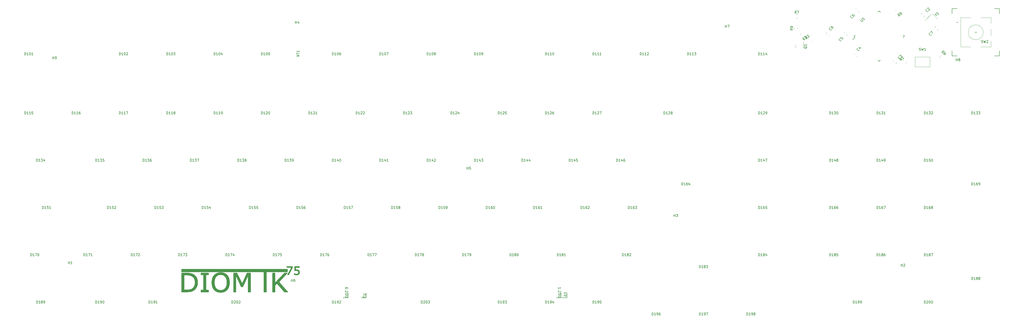
<source format=gbr>
%TF.GenerationSoftware,KiCad,Pcbnew,(6.0.4)*%
%TF.CreationDate,2022-11-05T13:57:26+01:00*%
%TF.ProjectId,pcb-rounded,7063622d-726f-4756-9e64-65642e6b6963,rev?*%
%TF.SameCoordinates,Original*%
%TF.FileFunction,Legend,Top*%
%TF.FilePolarity,Positive*%
%FSLAX46Y46*%
G04 Gerber Fmt 4.6, Leading zero omitted, Abs format (unit mm)*
G04 Created by KiCad (PCBNEW (6.0.4)) date 2022-11-05 13:57:26*
%MOMM*%
%LPD*%
G01*
G04 APERTURE LIST*
%ADD10C,0.200000*%
%ADD11C,0.150000*%
%ADD12C,0.120000*%
G04 APERTURE END LIST*
D10*
G36*
X199926208Y-275607989D02*
G01*
X203662406Y-271592746D01*
X204902633Y-271592746D01*
X201466163Y-275210086D01*
X205062835Y-279287341D01*
X203734748Y-279287341D01*
X200691017Y-275861201D01*
X199926208Y-276677692D01*
X199926208Y-279287341D01*
X198903014Y-279287341D01*
X198903014Y-271592746D01*
X199926208Y-271592746D01*
X199926208Y-275607989D01*
G37*
X199926208Y-275607989D02*
X203662406Y-271592746D01*
X204902633Y-271592746D01*
X201466163Y-275210086D01*
X205062835Y-279287341D01*
X203734748Y-279287341D01*
X200691017Y-275861201D01*
X199926208Y-276677692D01*
X199926208Y-279287341D01*
X198903014Y-279287341D01*
X198903014Y-271592746D01*
X199926208Y-271592746D01*
X199926208Y-275607989D01*
G36*
X204916923Y-271145129D02*
G01*
X196444480Y-271145129D01*
X196444480Y-279308414D01*
X195416984Y-279308414D01*
X195416984Y-271145129D01*
X196444480Y-271145129D01*
X196444480Y-271144618D01*
X195416984Y-271144618D01*
X195416984Y-271145129D01*
X162263950Y-271145129D01*
X162263950Y-270053783D01*
X204916923Y-270053783D01*
X204916923Y-271145129D01*
G37*
X204916923Y-271145129D02*
X196444480Y-271145129D01*
X196444480Y-279308414D01*
X195416984Y-279308414D01*
X195416984Y-271145129D01*
X196444480Y-271145129D01*
X196444480Y-271144618D01*
X195416984Y-271144618D01*
X195416984Y-271145129D01*
X162263950Y-271145129D01*
X162263950Y-270053783D01*
X204916923Y-270053783D01*
X204916923Y-271145129D01*
G36*
X174454536Y-274984641D02*
G01*
X174473915Y-274764856D01*
X174501045Y-274551207D01*
X174535927Y-274343694D01*
X174578560Y-274142318D01*
X174628944Y-273947079D01*
X174687080Y-273757976D01*
X174718974Y-273665161D01*
X174752644Y-273574041D01*
X174788091Y-273484617D01*
X174825314Y-273396889D01*
X174864313Y-273310856D01*
X174905089Y-273226519D01*
X174947641Y-273143877D01*
X174991970Y-273062931D01*
X175038075Y-272983681D01*
X175085956Y-272906126D01*
X175135614Y-272830267D01*
X175187048Y-272756103D01*
X175240259Y-272683635D01*
X175295246Y-272612863D01*
X175352009Y-272543786D01*
X175410548Y-272476405D01*
X175468240Y-272414031D01*
X175527627Y-272353513D01*
X175588710Y-272294853D01*
X175651488Y-272238049D01*
X175715962Y-272183103D01*
X175782132Y-272130013D01*
X175849997Y-272078781D01*
X175919558Y-272029406D01*
X175990815Y-271981888D01*
X176063767Y-271936226D01*
X176138415Y-271892422D01*
X176214759Y-271850475D01*
X176292798Y-271810385D01*
X176372533Y-271772153D01*
X176453964Y-271735777D01*
X176537090Y-271701259D01*
X176622174Y-271668719D01*
X176708186Y-271638278D01*
X176795128Y-271609937D01*
X176882997Y-271583695D01*
X176971796Y-271559553D01*
X177061523Y-271537510D01*
X177152178Y-271517566D01*
X177243762Y-271499722D01*
X177336275Y-271483977D01*
X177429716Y-271470331D01*
X177524086Y-271458785D01*
X177619385Y-271449338D01*
X177715612Y-271441991D01*
X177812767Y-271436742D01*
X177910851Y-271433594D01*
X178009864Y-271432544D01*
X178112550Y-271433614D01*
X178213904Y-271436823D01*
X178313926Y-271442173D01*
X178412615Y-271449661D01*
X178509973Y-271459290D01*
X178605997Y-271471059D01*
X178700690Y-271484967D01*
X178794051Y-271501015D01*
X178886079Y-271519203D01*
X178976775Y-271539530D01*
X179066138Y-271561997D01*
X179154170Y-271586605D01*
X179240869Y-271613352D01*
X179326236Y-271642238D01*
X179410270Y-271673265D01*
X179492973Y-271706432D01*
X179574868Y-271740930D01*
X179655188Y-271777244D01*
X179733934Y-271815376D01*
X179811105Y-271855324D01*
X179886702Y-271897088D01*
X179960724Y-271940670D01*
X180033172Y-271986068D01*
X180104045Y-272033282D01*
X180173343Y-272082314D01*
X180241068Y-272133162D01*
X180307217Y-272185827D01*
X180371793Y-272240309D01*
X180434793Y-272296608D01*
X180496220Y-272354723D01*
X180556071Y-272414656D01*
X180614349Y-272476405D01*
X180614341Y-272476405D01*
X180672255Y-272541908D01*
X180728433Y-272609229D01*
X180782875Y-272678366D01*
X180835580Y-272749319D01*
X180886550Y-272822090D01*
X180935784Y-272896678D01*
X180983282Y-272973082D01*
X181029043Y-273051303D01*
X181073069Y-273131341D01*
X181115359Y-273213195D01*
X181155913Y-273296867D01*
X181194730Y-273382355D01*
X181231812Y-273469659D01*
X181267158Y-273558780D01*
X181300767Y-273649718D01*
X181332641Y-273742473D01*
X181363304Y-273836923D01*
X181391989Y-273932947D01*
X181418695Y-274030547D01*
X181443423Y-274129721D01*
X181466173Y-274230469D01*
X181486945Y-274332792D01*
X181505738Y-274436690D01*
X181522553Y-274542162D01*
X181537390Y-274649209D01*
X181550249Y-274757830D01*
X181570031Y-274979796D01*
X181581900Y-275208060D01*
X181585857Y-275442622D01*
X181581819Y-275677265D01*
X181569708Y-275905771D01*
X181549522Y-276128140D01*
X181521261Y-276344372D01*
X181484926Y-276554468D01*
X181440517Y-276758427D01*
X181388033Y-276956250D01*
X181327476Y-277147937D01*
X181295017Y-277240631D01*
X181260943Y-277331387D01*
X181225254Y-277420205D01*
X181187951Y-277507085D01*
X181149032Y-277592028D01*
X181108499Y-277675033D01*
X181066351Y-277756100D01*
X181022588Y-277835229D01*
X180977210Y-277912420D01*
X180930217Y-277987674D01*
X180881609Y-278060990D01*
X180831386Y-278132368D01*
X180779548Y-278201808D01*
X180726095Y-278269310D01*
X180671028Y-278334875D01*
X180614345Y-278398502D01*
X180554231Y-278462734D01*
X180492744Y-278524947D01*
X180429885Y-278585142D01*
X180365653Y-278643318D01*
X180300048Y-278699475D01*
X180233070Y-278753614D01*
X180164720Y-278805734D01*
X180094998Y-278855836D01*
X180023902Y-278903919D01*
X179951434Y-278949983D01*
X179877594Y-278994029D01*
X179802380Y-279036056D01*
X179725794Y-279076065D01*
X179647835Y-279114054D01*
X179568504Y-279150026D01*
X179487800Y-279183978D01*
X179406329Y-279215892D01*
X179323404Y-279245747D01*
X179239026Y-279273543D01*
X179153195Y-279299280D01*
X179065911Y-279322958D01*
X178977173Y-279344578D01*
X178886982Y-279364138D01*
X178795337Y-279381640D01*
X178702240Y-279397082D01*
X178607688Y-279410466D01*
X178511684Y-279421790D01*
X178414226Y-279431056D01*
X178315315Y-279438262D01*
X178214950Y-279443410D01*
X178113132Y-279446498D01*
X178009860Y-279447528D01*
X177909011Y-279446478D01*
X177809292Y-279443329D01*
X177710703Y-279438081D01*
X177613245Y-279430734D01*
X177516918Y-279421287D01*
X177421720Y-279409741D01*
X177327654Y-279396095D01*
X177234717Y-279380350D01*
X177142911Y-279362506D01*
X177052236Y-279342562D01*
X176962691Y-279320519D01*
X176874276Y-279296377D01*
X176786991Y-279270135D01*
X176700837Y-279241794D01*
X176615814Y-279211353D01*
X176531921Y-279178813D01*
X176450006Y-279144275D01*
X176369625Y-279107839D01*
X176290778Y-279069505D01*
X176213465Y-279029274D01*
X176137687Y-278987146D01*
X176063443Y-278943121D01*
X175990732Y-278897197D01*
X175919556Y-278849377D01*
X175849915Y-278799659D01*
X175781807Y-278748043D01*
X175715234Y-278694530D01*
X175650194Y-278639119D01*
X175586689Y-278581811D01*
X175524719Y-278522606D01*
X175464282Y-278461502D01*
X175405380Y-278398502D01*
X175348071Y-278333644D01*
X175292418Y-278266969D01*
X175238420Y-278198477D01*
X175186078Y-278128169D01*
X175135391Y-278056044D01*
X175086359Y-277982103D01*
X175038982Y-277906345D01*
X174993261Y-277828770D01*
X174949195Y-277749378D01*
X174906784Y-277668170D01*
X174866028Y-277585145D01*
X174826928Y-277500304D01*
X174789483Y-277413646D01*
X174753693Y-277325171D01*
X174719559Y-277234880D01*
X174687080Y-277142772D01*
X174657043Y-277048927D01*
X174628944Y-276953426D01*
X174602783Y-276856270D01*
X174578560Y-276757459D01*
X174556274Y-276656993D01*
X174535927Y-276554872D01*
X174517517Y-276451095D01*
X174501045Y-276345663D01*
X174486511Y-276238576D01*
X174473915Y-276129834D01*
X174454536Y-275907384D01*
X174442909Y-275678313D01*
X174439033Y-275442622D01*
X175503558Y-275442622D01*
X175506223Y-275629121D01*
X175514217Y-275810088D01*
X175527539Y-275985525D01*
X175546191Y-276155430D01*
X175570172Y-276319805D01*
X175599482Y-276478649D01*
X175634121Y-276631962D01*
X175674090Y-276779744D01*
X175719387Y-276921996D01*
X175770014Y-277058716D01*
X175825969Y-277189905D01*
X175887254Y-277315564D01*
X175953868Y-277435691D01*
X176025810Y-277550288D01*
X176103082Y-277659354D01*
X176185684Y-277762889D01*
X176272766Y-277859883D01*
X176363482Y-277950619D01*
X176457831Y-278035098D01*
X176555814Y-278113319D01*
X176657430Y-278185282D01*
X176762680Y-278250987D01*
X176871564Y-278310435D01*
X176984081Y-278363625D01*
X177100231Y-278410557D01*
X177220015Y-278451232D01*
X177343432Y-278485648D01*
X177470483Y-278513808D01*
X177601167Y-278535709D01*
X177735485Y-278551353D01*
X177873437Y-278560740D01*
X178015022Y-278563869D01*
X178156586Y-278560740D01*
X178294477Y-278551353D01*
X178428694Y-278535709D01*
X178559237Y-278513808D01*
X178686107Y-278485648D01*
X178809302Y-278451232D01*
X178928824Y-278410557D01*
X179044672Y-278363625D01*
X179156846Y-278310435D01*
X179265346Y-278250987D01*
X179370172Y-278185282D01*
X179471324Y-278113319D01*
X179568803Y-278035098D01*
X179662607Y-277950619D01*
X179752738Y-277859883D01*
X179839195Y-277762889D01*
X179921796Y-277659354D01*
X179999068Y-277550288D01*
X180071011Y-277435691D01*
X180137624Y-277315564D01*
X180198909Y-277189905D01*
X180254865Y-277058716D01*
X180305491Y-276921996D01*
X180350788Y-276779744D01*
X180390757Y-276631962D01*
X180425396Y-276478649D01*
X180454706Y-276319805D01*
X180478687Y-276155430D01*
X180497339Y-275985525D01*
X180510661Y-275810088D01*
X180518655Y-275629121D01*
X180521320Y-275442622D01*
X180518695Y-275257980D01*
X180510823Y-275078708D01*
X180497702Y-274904805D01*
X180479333Y-274736271D01*
X180455715Y-274573108D01*
X180426849Y-274415313D01*
X180392735Y-274262889D01*
X180353372Y-274115833D01*
X180308761Y-273974148D01*
X180258901Y-273837832D01*
X180203793Y-273706885D01*
X180143437Y-273581308D01*
X180077833Y-273461100D01*
X180006980Y-273346262D01*
X179930878Y-273236793D01*
X179849529Y-273132693D01*
X179763637Y-273033823D01*
X179673910Y-272941331D01*
X179580348Y-272855218D01*
X179482950Y-272775483D01*
X179381717Y-272702128D01*
X179276649Y-272635151D01*
X179167745Y-272574552D01*
X179055006Y-272520332D01*
X178938431Y-272472492D01*
X178818022Y-272431029D01*
X178693777Y-272395946D01*
X178565696Y-272367241D01*
X178433781Y-272344916D01*
X178298030Y-272328969D01*
X178158443Y-272319400D01*
X178015022Y-272316211D01*
X177870349Y-272319400D01*
X177729592Y-272328969D01*
X177592751Y-272344916D01*
X177459826Y-272367241D01*
X177330817Y-272395946D01*
X177205724Y-272431029D01*
X177084548Y-272472492D01*
X176967287Y-272520332D01*
X176853942Y-272574552D01*
X176744514Y-272635151D01*
X176639001Y-272702128D01*
X176537405Y-272775483D01*
X176439725Y-272855218D01*
X176345961Y-272941331D01*
X176256113Y-273033823D01*
X176170181Y-273132693D01*
X176089457Y-273236793D01*
X176013941Y-273346262D01*
X175943633Y-273461100D01*
X175878533Y-273581308D01*
X175818641Y-273706885D01*
X175763957Y-273837832D01*
X175714481Y-273974148D01*
X175670214Y-274115833D01*
X175631154Y-274262889D01*
X175597302Y-274415313D01*
X175568658Y-274573108D01*
X175545222Y-274736271D01*
X175526994Y-274904805D01*
X175513974Y-275078708D01*
X175506162Y-275257980D01*
X175503558Y-275442622D01*
X174439033Y-275442622D01*
X174442909Y-275210563D01*
X174454536Y-274984641D01*
G37*
X174454536Y-274984641D02*
X174473915Y-274764856D01*
X174501045Y-274551207D01*
X174535927Y-274343694D01*
X174578560Y-274142318D01*
X174628944Y-273947079D01*
X174687080Y-273757976D01*
X174718974Y-273665161D01*
X174752644Y-273574041D01*
X174788091Y-273484617D01*
X174825314Y-273396889D01*
X174864313Y-273310856D01*
X174905089Y-273226519D01*
X174947641Y-273143877D01*
X174991970Y-273062931D01*
X175038075Y-272983681D01*
X175085956Y-272906126D01*
X175135614Y-272830267D01*
X175187048Y-272756103D01*
X175240259Y-272683635D01*
X175295246Y-272612863D01*
X175352009Y-272543786D01*
X175410548Y-272476405D01*
X175468240Y-272414031D01*
X175527627Y-272353513D01*
X175588710Y-272294853D01*
X175651488Y-272238049D01*
X175715962Y-272183103D01*
X175782132Y-272130013D01*
X175849997Y-272078781D01*
X175919558Y-272029406D01*
X175990815Y-271981888D01*
X176063767Y-271936226D01*
X176138415Y-271892422D01*
X176214759Y-271850475D01*
X176292798Y-271810385D01*
X176372533Y-271772153D01*
X176453964Y-271735777D01*
X176537090Y-271701259D01*
X176622174Y-271668719D01*
X176708186Y-271638278D01*
X176795128Y-271609937D01*
X176882997Y-271583695D01*
X176971796Y-271559553D01*
X177061523Y-271537510D01*
X177152178Y-271517566D01*
X177243762Y-271499722D01*
X177336275Y-271483977D01*
X177429716Y-271470331D01*
X177524086Y-271458785D01*
X177619385Y-271449338D01*
X177715612Y-271441991D01*
X177812767Y-271436742D01*
X177910851Y-271433594D01*
X178009864Y-271432544D01*
X178112550Y-271433614D01*
X178213904Y-271436823D01*
X178313926Y-271442173D01*
X178412615Y-271449661D01*
X178509973Y-271459290D01*
X178605997Y-271471059D01*
X178700690Y-271484967D01*
X178794051Y-271501015D01*
X178886079Y-271519203D01*
X178976775Y-271539530D01*
X179066138Y-271561997D01*
X179154170Y-271586605D01*
X179240869Y-271613352D01*
X179326236Y-271642238D01*
X179410270Y-271673265D01*
X179492973Y-271706432D01*
X179574868Y-271740930D01*
X179655188Y-271777244D01*
X179733934Y-271815376D01*
X179811105Y-271855324D01*
X179886702Y-271897088D01*
X179960724Y-271940670D01*
X180033172Y-271986068D01*
X180104045Y-272033282D01*
X180173343Y-272082314D01*
X180241068Y-272133162D01*
X180307217Y-272185827D01*
X180371793Y-272240309D01*
X180434793Y-272296608D01*
X180496220Y-272354723D01*
X180556071Y-272414656D01*
X180614349Y-272476405D01*
X180614341Y-272476405D01*
X180672255Y-272541908D01*
X180728433Y-272609229D01*
X180782875Y-272678366D01*
X180835580Y-272749319D01*
X180886550Y-272822090D01*
X180935784Y-272896678D01*
X180983282Y-272973082D01*
X181029043Y-273051303D01*
X181073069Y-273131341D01*
X181115359Y-273213195D01*
X181155913Y-273296867D01*
X181194730Y-273382355D01*
X181231812Y-273469659D01*
X181267158Y-273558780D01*
X181300767Y-273649718D01*
X181332641Y-273742473D01*
X181363304Y-273836923D01*
X181391989Y-273932947D01*
X181418695Y-274030547D01*
X181443423Y-274129721D01*
X181466173Y-274230469D01*
X181486945Y-274332792D01*
X181505738Y-274436690D01*
X181522553Y-274542162D01*
X181537390Y-274649209D01*
X181550249Y-274757830D01*
X181570031Y-274979796D01*
X181581900Y-275208060D01*
X181585857Y-275442622D01*
X181581819Y-275677265D01*
X181569708Y-275905771D01*
X181549522Y-276128140D01*
X181521261Y-276344372D01*
X181484926Y-276554468D01*
X181440517Y-276758427D01*
X181388033Y-276956250D01*
X181327476Y-277147937D01*
X181295017Y-277240631D01*
X181260943Y-277331387D01*
X181225254Y-277420205D01*
X181187951Y-277507085D01*
X181149032Y-277592028D01*
X181108499Y-277675033D01*
X181066351Y-277756100D01*
X181022588Y-277835229D01*
X180977210Y-277912420D01*
X180930217Y-277987674D01*
X180881609Y-278060990D01*
X180831386Y-278132368D01*
X180779548Y-278201808D01*
X180726095Y-278269310D01*
X180671028Y-278334875D01*
X180614345Y-278398502D01*
X180554231Y-278462734D01*
X180492744Y-278524947D01*
X180429885Y-278585142D01*
X180365653Y-278643318D01*
X180300048Y-278699475D01*
X180233070Y-278753614D01*
X180164720Y-278805734D01*
X180094998Y-278855836D01*
X180023902Y-278903919D01*
X179951434Y-278949983D01*
X179877594Y-278994029D01*
X179802380Y-279036056D01*
X179725794Y-279076065D01*
X179647835Y-279114054D01*
X179568504Y-279150026D01*
X179487800Y-279183978D01*
X179406329Y-279215892D01*
X179323404Y-279245747D01*
X179239026Y-279273543D01*
X179153195Y-279299280D01*
X179065911Y-279322958D01*
X178977173Y-279344578D01*
X178886982Y-279364138D01*
X178795337Y-279381640D01*
X178702240Y-279397082D01*
X178607688Y-279410466D01*
X178511684Y-279421790D01*
X178414226Y-279431056D01*
X178315315Y-279438262D01*
X178214950Y-279443410D01*
X178113132Y-279446498D01*
X178009860Y-279447528D01*
X177909011Y-279446478D01*
X177809292Y-279443329D01*
X177710703Y-279438081D01*
X177613245Y-279430734D01*
X177516918Y-279421287D01*
X177421720Y-279409741D01*
X177327654Y-279396095D01*
X177234717Y-279380350D01*
X177142911Y-279362506D01*
X177052236Y-279342562D01*
X176962691Y-279320519D01*
X176874276Y-279296377D01*
X176786991Y-279270135D01*
X176700837Y-279241794D01*
X176615814Y-279211353D01*
X176531921Y-279178813D01*
X176450006Y-279144275D01*
X176369625Y-279107839D01*
X176290778Y-279069505D01*
X176213465Y-279029274D01*
X176137687Y-278987146D01*
X176063443Y-278943121D01*
X175990732Y-278897197D01*
X175919556Y-278849377D01*
X175849915Y-278799659D01*
X175781807Y-278748043D01*
X175715234Y-278694530D01*
X175650194Y-278639119D01*
X175586689Y-278581811D01*
X175524719Y-278522606D01*
X175464282Y-278461502D01*
X175405380Y-278398502D01*
X175348071Y-278333644D01*
X175292418Y-278266969D01*
X175238420Y-278198477D01*
X175186078Y-278128169D01*
X175135391Y-278056044D01*
X175086359Y-277982103D01*
X175038982Y-277906345D01*
X174993261Y-277828770D01*
X174949195Y-277749378D01*
X174906784Y-277668170D01*
X174866028Y-277585145D01*
X174826928Y-277500304D01*
X174789483Y-277413646D01*
X174753693Y-277325171D01*
X174719559Y-277234880D01*
X174687080Y-277142772D01*
X174657043Y-277048927D01*
X174628944Y-276953426D01*
X174602783Y-276856270D01*
X174578560Y-276757459D01*
X174556274Y-276656993D01*
X174535927Y-276554872D01*
X174517517Y-276451095D01*
X174501045Y-276345663D01*
X174486511Y-276238576D01*
X174473915Y-276129834D01*
X174454536Y-275907384D01*
X174442909Y-275678313D01*
X174439033Y-275442622D01*
X175503558Y-275442622D01*
X175506223Y-275629121D01*
X175514217Y-275810088D01*
X175527539Y-275985525D01*
X175546191Y-276155430D01*
X175570172Y-276319805D01*
X175599482Y-276478649D01*
X175634121Y-276631962D01*
X175674090Y-276779744D01*
X175719387Y-276921996D01*
X175770014Y-277058716D01*
X175825969Y-277189905D01*
X175887254Y-277315564D01*
X175953868Y-277435691D01*
X176025810Y-277550288D01*
X176103082Y-277659354D01*
X176185684Y-277762889D01*
X176272766Y-277859883D01*
X176363482Y-277950619D01*
X176457831Y-278035098D01*
X176555814Y-278113319D01*
X176657430Y-278185282D01*
X176762680Y-278250987D01*
X176871564Y-278310435D01*
X176984081Y-278363625D01*
X177100231Y-278410557D01*
X177220015Y-278451232D01*
X177343432Y-278485648D01*
X177470483Y-278513808D01*
X177601167Y-278535709D01*
X177735485Y-278551353D01*
X177873437Y-278560740D01*
X178015022Y-278563869D01*
X178156586Y-278560740D01*
X178294477Y-278551353D01*
X178428694Y-278535709D01*
X178559237Y-278513808D01*
X178686107Y-278485648D01*
X178809302Y-278451232D01*
X178928824Y-278410557D01*
X179044672Y-278363625D01*
X179156846Y-278310435D01*
X179265346Y-278250987D01*
X179370172Y-278185282D01*
X179471324Y-278113319D01*
X179568803Y-278035098D01*
X179662607Y-277950619D01*
X179752738Y-277859883D01*
X179839195Y-277762889D01*
X179921796Y-277659354D01*
X179999068Y-277550288D01*
X180071011Y-277435691D01*
X180137624Y-277315564D01*
X180198909Y-277189905D01*
X180254865Y-277058716D01*
X180305491Y-276921996D01*
X180350788Y-276779744D01*
X180390757Y-276631962D01*
X180425396Y-276478649D01*
X180454706Y-276319805D01*
X180478687Y-276155430D01*
X180497339Y-275985525D01*
X180510661Y-275810088D01*
X180518655Y-275629121D01*
X180521320Y-275442622D01*
X180518695Y-275257980D01*
X180510823Y-275078708D01*
X180497702Y-274904805D01*
X180479333Y-274736271D01*
X180455715Y-274573108D01*
X180426849Y-274415313D01*
X180392735Y-274262889D01*
X180353372Y-274115833D01*
X180308761Y-273974148D01*
X180258901Y-273837832D01*
X180203793Y-273706885D01*
X180143437Y-273581308D01*
X180077833Y-273461100D01*
X180006980Y-273346262D01*
X179930878Y-273236793D01*
X179849529Y-273132693D01*
X179763637Y-273033823D01*
X179673910Y-272941331D01*
X179580348Y-272855218D01*
X179482950Y-272775483D01*
X179381717Y-272702128D01*
X179276649Y-272635151D01*
X179167745Y-272574552D01*
X179055006Y-272520332D01*
X178938431Y-272472492D01*
X178818022Y-272431029D01*
X178693777Y-272395946D01*
X178565696Y-272367241D01*
X178433781Y-272344916D01*
X178298030Y-272328969D01*
X178158443Y-272319400D01*
X178015022Y-272316211D01*
X177870349Y-272319400D01*
X177729592Y-272328969D01*
X177592751Y-272344916D01*
X177459826Y-272367241D01*
X177330817Y-272395946D01*
X177205724Y-272431029D01*
X177084548Y-272472492D01*
X176967287Y-272520332D01*
X176853942Y-272574552D01*
X176744514Y-272635151D01*
X176639001Y-272702128D01*
X176537405Y-272775483D01*
X176439725Y-272855218D01*
X176345961Y-272941331D01*
X176256113Y-273033823D01*
X176170181Y-273132693D01*
X176089457Y-273236793D01*
X176013941Y-273346262D01*
X175943633Y-273461100D01*
X175878533Y-273581308D01*
X175818641Y-273706885D01*
X175763957Y-273837832D01*
X175714481Y-273974148D01*
X175670214Y-274115833D01*
X175631154Y-274262889D01*
X175597302Y-274415313D01*
X175568658Y-274573108D01*
X175545222Y-274736271D01*
X175526994Y-274904805D01*
X175513974Y-275078708D01*
X175506162Y-275257980D01*
X175503558Y-275442622D01*
X174439033Y-275442622D01*
X174442909Y-275210563D01*
X174454536Y-274984641D01*
G36*
X206887451Y-269522113D02*
G01*
X205378158Y-272357082D01*
X204898948Y-272357082D01*
X206504539Y-269414622D01*
X204605605Y-269414622D01*
X204605605Y-269022746D01*
X206887466Y-269022746D01*
X206887451Y-269522113D01*
G37*
X206887451Y-269522113D02*
X205378158Y-272357082D01*
X204898948Y-272357082D01*
X206504539Y-269414622D01*
X204605605Y-269414622D01*
X204605605Y-269022746D01*
X206887466Y-269022746D01*
X206887451Y-269522113D01*
G36*
X173136783Y-272378223D02*
G01*
X172129096Y-272378223D01*
X172129096Y-278501865D01*
X173136783Y-278501865D01*
X173136783Y-279287341D01*
X170098216Y-279287341D01*
X170098216Y-278501865D01*
X171105903Y-278501865D01*
X171105903Y-272378223D01*
X170098216Y-272378223D01*
X170098216Y-271592746D01*
X173136783Y-271592746D01*
X173136783Y-272378223D01*
G37*
X173136783Y-272378223D02*
X172129096Y-272378223D01*
X172129096Y-278501865D01*
X173136783Y-278501865D01*
X173136783Y-279287341D01*
X170098216Y-279287341D01*
X170098216Y-278501865D01*
X171105903Y-278501865D01*
X171105903Y-272378223D01*
X170098216Y-272378223D01*
X170098216Y-271592746D01*
X173136783Y-271592746D01*
X173136783Y-272378223D01*
G36*
X186655296Y-275876712D02*
G01*
X188639663Y-271592746D01*
X190060760Y-271592746D01*
X190060760Y-279287341D01*
X189037566Y-279287341D01*
X189037566Y-272657275D01*
X186898170Y-277168613D01*
X186288390Y-277168613D01*
X184164497Y-272657275D01*
X184164497Y-279287341D01*
X183208488Y-279287341D01*
X183208488Y-271592746D01*
X184603748Y-271592746D01*
X186655296Y-275876712D01*
G37*
X186655296Y-275876712D02*
X188639663Y-271592746D01*
X190060760Y-271592746D01*
X190060760Y-279287341D01*
X189037566Y-279287341D01*
X189037566Y-272657275D01*
X186898170Y-277168613D01*
X186288390Y-277168613D01*
X184164497Y-272657275D01*
X184164497Y-279287341D01*
X183208488Y-279287341D01*
X183208488Y-271592746D01*
X184603748Y-271592746D01*
X186655296Y-275876712D01*
G36*
X209744804Y-269414622D02*
G01*
X208170570Y-269414622D01*
X208170570Y-270301387D01*
X208218995Y-270297170D01*
X208267981Y-270293524D01*
X208317526Y-270290449D01*
X208367629Y-270287944D01*
X208416334Y-270285976D01*
X208461681Y-270284569D01*
X208503669Y-270283724D01*
X208542297Y-270283443D01*
X208608987Y-270284178D01*
X208673578Y-270286382D01*
X208736068Y-270290057D01*
X208796459Y-270295200D01*
X208854751Y-270301814D01*
X208910943Y-270309897D01*
X208965035Y-270319449D01*
X209017028Y-270330470D01*
X209042370Y-270336349D01*
X209067449Y-270342788D01*
X209092266Y-270349786D01*
X209116819Y-270357344D01*
X209141111Y-270365462D01*
X209165139Y-270374139D01*
X209188906Y-270383376D01*
X209212409Y-270393173D01*
X209235650Y-270403530D01*
X209258629Y-270414447D01*
X209281345Y-270425923D01*
X209303799Y-270437959D01*
X209325991Y-270450555D01*
X209347920Y-270463711D01*
X209369586Y-270477427D01*
X209390991Y-270491702D01*
X209413069Y-270507377D01*
X209434517Y-270523612D01*
X209455336Y-270540407D01*
X209475525Y-270557762D01*
X209495084Y-270575676D01*
X209514013Y-270594151D01*
X209532313Y-270613185D01*
X209549982Y-270632779D01*
X209567022Y-270652933D01*
X209583432Y-270673647D01*
X209599212Y-270694921D01*
X209614362Y-270716755D01*
X209628882Y-270739148D01*
X209642772Y-270762101D01*
X209656032Y-270785615D01*
X209668662Y-270809688D01*
X209680594Y-270834424D01*
X209691756Y-270859931D01*
X209702148Y-270886207D01*
X209711771Y-270913254D01*
X209720623Y-270941070D01*
X209728706Y-270969656D01*
X209736019Y-270999012D01*
X209742563Y-271029138D01*
X209748336Y-271060033D01*
X209753340Y-271091699D01*
X209757574Y-271124134D01*
X209761038Y-271157339D01*
X209763732Y-271191313D01*
X209765656Y-271226057D01*
X209766811Y-271261571D01*
X209767196Y-271297855D01*
X209767211Y-271297885D01*
X209766879Y-271326917D01*
X209765882Y-271355792D01*
X209764220Y-271384510D01*
X209761893Y-271413070D01*
X209758901Y-271441472D01*
X209755245Y-271469718D01*
X209750924Y-271497806D01*
X209745938Y-271525736D01*
X209740287Y-271553509D01*
X209733972Y-271581124D01*
X209726992Y-271608583D01*
X209719347Y-271635883D01*
X209711037Y-271663026D01*
X209702063Y-271690012D01*
X209692424Y-271716840D01*
X209682121Y-271743510D01*
X209671240Y-271769840D01*
X209659869Y-271795644D01*
X209648008Y-271820924D01*
X209635658Y-271845679D01*
X209622817Y-271869909D01*
X209609486Y-271893614D01*
X209595666Y-271916795D01*
X209581355Y-271939450D01*
X209566555Y-271961581D01*
X209551265Y-271983187D01*
X209535484Y-272004268D01*
X209519214Y-272024825D01*
X209502454Y-272044856D01*
X209485204Y-272064363D01*
X209467463Y-272083345D01*
X209449233Y-272101802D01*
X209428834Y-272121116D01*
X209407945Y-272139870D01*
X209386566Y-272158064D01*
X209364697Y-272175699D01*
X209342339Y-272192774D01*
X209319491Y-272209289D01*
X209296153Y-272225244D01*
X209272325Y-272240640D01*
X209248007Y-272255475D01*
X209223200Y-272269751D01*
X209197903Y-272283467D01*
X209172116Y-272296623D01*
X209145839Y-272309219D01*
X209119073Y-272321254D01*
X209091817Y-272332730D01*
X209064071Y-272343646D01*
X209036079Y-272353678D01*
X209007528Y-272363063D01*
X208978416Y-272371800D01*
X208948745Y-272379891D01*
X208918514Y-272387334D01*
X208887723Y-272394130D01*
X208856372Y-272400279D01*
X208824461Y-272405781D01*
X208791991Y-272410635D01*
X208758961Y-272414843D01*
X208725371Y-272418403D01*
X208691221Y-272421315D01*
X208656512Y-272423581D01*
X208621243Y-272425199D01*
X208585414Y-272426170D01*
X208549026Y-272426494D01*
X208481042Y-272425584D01*
X208413688Y-272422855D01*
X208346964Y-272418306D01*
X208280869Y-272411938D01*
X208215404Y-272403751D01*
X208150569Y-272393744D01*
X208086364Y-272381918D01*
X208022788Y-272368274D01*
X207960753Y-272353895D01*
X207901166Y-272338747D01*
X207844029Y-272322828D01*
X207789340Y-272306138D01*
X207737101Y-272288678D01*
X207687310Y-272270448D01*
X207639969Y-272251448D01*
X207595077Y-272231677D01*
X207595077Y-271759181D01*
X207626426Y-271759181D01*
X207673311Y-271787767D01*
X207722156Y-271815304D01*
X207772960Y-271841792D01*
X207825724Y-271867230D01*
X207880447Y-271891618D01*
X207937130Y-271914956D01*
X207995772Y-271937245D01*
X208056373Y-271958484D01*
X208117814Y-271977380D01*
X208178975Y-271993756D01*
X208239856Y-272007613D01*
X208300457Y-272018950D01*
X208360779Y-272027767D01*
X208420820Y-272034065D01*
X208480581Y-272037844D01*
X208540061Y-272039104D01*
X208579634Y-272038404D01*
X208618857Y-272036304D01*
X208657730Y-272032805D01*
X208696252Y-272027906D01*
X208734425Y-272021607D01*
X208772248Y-272013908D01*
X208809722Y-272004810D01*
X208846847Y-271994311D01*
X208865470Y-271988450D01*
X208883830Y-271982064D01*
X208901928Y-271975153D01*
X208919764Y-271967717D01*
X208937338Y-271959756D01*
X208954649Y-271951271D01*
X208971697Y-271942261D01*
X208988484Y-271932726D01*
X209005008Y-271922666D01*
X209021269Y-271912082D01*
X209037268Y-271900973D01*
X209053005Y-271889339D01*
X209068479Y-271877181D01*
X209083690Y-271864498D01*
X209098640Y-271851290D01*
X209113326Y-271837558D01*
X209125451Y-271825373D01*
X209137190Y-271812891D01*
X209148544Y-271800111D01*
X209159513Y-271787034D01*
X209170098Y-271773659D01*
X209180297Y-271759987D01*
X209190112Y-271746018D01*
X209199541Y-271731751D01*
X209208586Y-271717186D01*
X209217246Y-271702324D01*
X209225521Y-271687165D01*
X209233411Y-271671708D01*
X209240916Y-271655954D01*
X209248037Y-271639902D01*
X209254772Y-271623553D01*
X209261123Y-271606906D01*
X209267359Y-271589944D01*
X209273193Y-271572650D01*
X209278624Y-271555024D01*
X209283654Y-271537066D01*
X209288280Y-271518775D01*
X209292505Y-271500152D01*
X209296327Y-271481196D01*
X209299747Y-271461908D01*
X209302764Y-271442288D01*
X209305379Y-271422336D01*
X209307592Y-271402051D01*
X209309403Y-271381434D01*
X209310811Y-271360485D01*
X209311817Y-271339203D01*
X209312420Y-271317589D01*
X209312621Y-271295642D01*
X209312385Y-271274299D01*
X209311677Y-271253375D01*
X209310496Y-271232872D01*
X209308842Y-271212788D01*
X209306716Y-271193124D01*
X209304118Y-271173881D01*
X209301048Y-271155057D01*
X209297505Y-271136653D01*
X209293489Y-271118669D01*
X209289002Y-271101105D01*
X209284042Y-271083960D01*
X209278610Y-271067236D01*
X209272705Y-271050931D01*
X209266329Y-271035046D01*
X209259480Y-271019581D01*
X209252158Y-271004535D01*
X209244698Y-270989883D01*
X209236870Y-270975598D01*
X209228674Y-270961681D01*
X209220111Y-270948131D01*
X209211180Y-270934949D01*
X209201882Y-270922134D01*
X209192217Y-270909687D01*
X209182184Y-270897607D01*
X209171783Y-270885895D01*
X209161015Y-270874550D01*
X209149880Y-270863572D01*
X209138377Y-270852962D01*
X209126507Y-270842720D01*
X209114269Y-270832845D01*
X209101664Y-270823337D01*
X209088691Y-270814197D01*
X209073934Y-270803762D01*
X209058775Y-270793729D01*
X209043213Y-270784099D01*
X209027249Y-270774871D01*
X209010883Y-270766045D01*
X208994114Y-270757621D01*
X208976943Y-270749600D01*
X208959369Y-270741981D01*
X208941393Y-270734764D01*
X208923015Y-270727950D01*
X208904234Y-270721538D01*
X208885051Y-270715528D01*
X208865466Y-270709921D01*
X208845479Y-270704716D01*
X208825089Y-270699914D01*
X208804298Y-270695514D01*
X208762240Y-270687116D01*
X208718923Y-270679838D01*
X208674347Y-270673680D01*
X208628511Y-270668642D01*
X208581415Y-270664724D01*
X208533060Y-270661925D01*
X208483445Y-270660246D01*
X208432571Y-270659686D01*
X208383516Y-270660106D01*
X208334881Y-270661366D01*
X208286666Y-270663465D01*
X208238870Y-270666404D01*
X208191494Y-270670183D01*
X208144538Y-270674801D01*
X208098002Y-270680259D01*
X208051887Y-270686557D01*
X207964275Y-270699992D01*
X207882819Y-270713428D01*
X207807520Y-270726863D01*
X207738380Y-270740298D01*
X207738380Y-269022746D01*
X209744804Y-269022746D01*
X209744804Y-269414622D01*
G37*
X209744804Y-269414622D02*
X208170570Y-269414622D01*
X208170570Y-270301387D01*
X208218995Y-270297170D01*
X208267981Y-270293524D01*
X208317526Y-270290449D01*
X208367629Y-270287944D01*
X208416334Y-270285976D01*
X208461681Y-270284569D01*
X208503669Y-270283724D01*
X208542297Y-270283443D01*
X208608987Y-270284178D01*
X208673578Y-270286382D01*
X208736068Y-270290057D01*
X208796459Y-270295200D01*
X208854751Y-270301814D01*
X208910943Y-270309897D01*
X208965035Y-270319449D01*
X209017028Y-270330470D01*
X209042370Y-270336349D01*
X209067449Y-270342788D01*
X209092266Y-270349786D01*
X209116819Y-270357344D01*
X209141111Y-270365462D01*
X209165139Y-270374139D01*
X209188906Y-270383376D01*
X209212409Y-270393173D01*
X209235650Y-270403530D01*
X209258629Y-270414447D01*
X209281345Y-270425923D01*
X209303799Y-270437959D01*
X209325991Y-270450555D01*
X209347920Y-270463711D01*
X209369586Y-270477427D01*
X209390991Y-270491702D01*
X209413069Y-270507377D01*
X209434517Y-270523612D01*
X209455336Y-270540407D01*
X209475525Y-270557762D01*
X209495084Y-270575676D01*
X209514013Y-270594151D01*
X209532313Y-270613185D01*
X209549982Y-270632779D01*
X209567022Y-270652933D01*
X209583432Y-270673647D01*
X209599212Y-270694921D01*
X209614362Y-270716755D01*
X209628882Y-270739148D01*
X209642772Y-270762101D01*
X209656032Y-270785615D01*
X209668662Y-270809688D01*
X209680594Y-270834424D01*
X209691756Y-270859931D01*
X209702148Y-270886207D01*
X209711771Y-270913254D01*
X209720623Y-270941070D01*
X209728706Y-270969656D01*
X209736019Y-270999012D01*
X209742563Y-271029138D01*
X209748336Y-271060033D01*
X209753340Y-271091699D01*
X209757574Y-271124134D01*
X209761038Y-271157339D01*
X209763732Y-271191313D01*
X209765656Y-271226057D01*
X209766811Y-271261571D01*
X209767196Y-271297855D01*
X209767211Y-271297885D01*
X209766879Y-271326917D01*
X209765882Y-271355792D01*
X209764220Y-271384510D01*
X209761893Y-271413070D01*
X209758901Y-271441472D01*
X209755245Y-271469718D01*
X209750924Y-271497806D01*
X209745938Y-271525736D01*
X209740287Y-271553509D01*
X209733972Y-271581124D01*
X209726992Y-271608583D01*
X209719347Y-271635883D01*
X209711037Y-271663026D01*
X209702063Y-271690012D01*
X209692424Y-271716840D01*
X209682121Y-271743510D01*
X209671240Y-271769840D01*
X209659869Y-271795644D01*
X209648008Y-271820924D01*
X209635658Y-271845679D01*
X209622817Y-271869909D01*
X209609486Y-271893614D01*
X209595666Y-271916795D01*
X209581355Y-271939450D01*
X209566555Y-271961581D01*
X209551265Y-271983187D01*
X209535484Y-272004268D01*
X209519214Y-272024825D01*
X209502454Y-272044856D01*
X209485204Y-272064363D01*
X209467463Y-272083345D01*
X209449233Y-272101802D01*
X209428834Y-272121116D01*
X209407945Y-272139870D01*
X209386566Y-272158064D01*
X209364697Y-272175699D01*
X209342339Y-272192774D01*
X209319491Y-272209289D01*
X209296153Y-272225244D01*
X209272325Y-272240640D01*
X209248007Y-272255475D01*
X209223200Y-272269751D01*
X209197903Y-272283467D01*
X209172116Y-272296623D01*
X209145839Y-272309219D01*
X209119073Y-272321254D01*
X209091817Y-272332730D01*
X209064071Y-272343646D01*
X209036079Y-272353678D01*
X209007528Y-272363063D01*
X208978416Y-272371800D01*
X208948745Y-272379891D01*
X208918514Y-272387334D01*
X208887723Y-272394130D01*
X208856372Y-272400279D01*
X208824461Y-272405781D01*
X208791991Y-272410635D01*
X208758961Y-272414843D01*
X208725371Y-272418403D01*
X208691221Y-272421315D01*
X208656512Y-272423581D01*
X208621243Y-272425199D01*
X208585414Y-272426170D01*
X208549026Y-272426494D01*
X208481042Y-272425584D01*
X208413688Y-272422855D01*
X208346964Y-272418306D01*
X208280869Y-272411938D01*
X208215404Y-272403751D01*
X208150569Y-272393744D01*
X208086364Y-272381918D01*
X208022788Y-272368274D01*
X207960753Y-272353895D01*
X207901166Y-272338747D01*
X207844029Y-272322828D01*
X207789340Y-272306138D01*
X207737101Y-272288678D01*
X207687310Y-272270448D01*
X207639969Y-272251448D01*
X207595077Y-272231677D01*
X207595077Y-271759181D01*
X207626426Y-271759181D01*
X207673311Y-271787767D01*
X207722156Y-271815304D01*
X207772960Y-271841792D01*
X207825724Y-271867230D01*
X207880447Y-271891618D01*
X207937130Y-271914956D01*
X207995772Y-271937245D01*
X208056373Y-271958484D01*
X208117814Y-271977380D01*
X208178975Y-271993756D01*
X208239856Y-272007613D01*
X208300457Y-272018950D01*
X208360779Y-272027767D01*
X208420820Y-272034065D01*
X208480581Y-272037844D01*
X208540061Y-272039104D01*
X208579634Y-272038404D01*
X208618857Y-272036304D01*
X208657730Y-272032805D01*
X208696252Y-272027906D01*
X208734425Y-272021607D01*
X208772248Y-272013908D01*
X208809722Y-272004810D01*
X208846847Y-271994311D01*
X208865470Y-271988450D01*
X208883830Y-271982064D01*
X208901928Y-271975153D01*
X208919764Y-271967717D01*
X208937338Y-271959756D01*
X208954649Y-271951271D01*
X208971697Y-271942261D01*
X208988484Y-271932726D01*
X209005008Y-271922666D01*
X209021269Y-271912082D01*
X209037268Y-271900973D01*
X209053005Y-271889339D01*
X209068479Y-271877181D01*
X209083690Y-271864498D01*
X209098640Y-271851290D01*
X209113326Y-271837558D01*
X209125451Y-271825373D01*
X209137190Y-271812891D01*
X209148544Y-271800111D01*
X209159513Y-271787034D01*
X209170098Y-271773659D01*
X209180297Y-271759987D01*
X209190112Y-271746018D01*
X209199541Y-271731751D01*
X209208586Y-271717186D01*
X209217246Y-271702324D01*
X209225521Y-271687165D01*
X209233411Y-271671708D01*
X209240916Y-271655954D01*
X209248037Y-271639902D01*
X209254772Y-271623553D01*
X209261123Y-271606906D01*
X209267359Y-271589944D01*
X209273193Y-271572650D01*
X209278624Y-271555024D01*
X209283654Y-271537066D01*
X209288280Y-271518775D01*
X209292505Y-271500152D01*
X209296327Y-271481196D01*
X209299747Y-271461908D01*
X209302764Y-271442288D01*
X209305379Y-271422336D01*
X209307592Y-271402051D01*
X209309403Y-271381434D01*
X209310811Y-271360485D01*
X209311817Y-271339203D01*
X209312420Y-271317589D01*
X209312621Y-271295642D01*
X209312385Y-271274299D01*
X209311677Y-271253375D01*
X209310496Y-271232872D01*
X209308842Y-271212788D01*
X209306716Y-271193124D01*
X209304118Y-271173881D01*
X209301048Y-271155057D01*
X209297505Y-271136653D01*
X209293489Y-271118669D01*
X209289002Y-271101105D01*
X209284042Y-271083960D01*
X209278610Y-271067236D01*
X209272705Y-271050931D01*
X209266329Y-271035046D01*
X209259480Y-271019581D01*
X209252158Y-271004535D01*
X209244698Y-270989883D01*
X209236870Y-270975598D01*
X209228674Y-270961681D01*
X209220111Y-270948131D01*
X209211180Y-270934949D01*
X209201882Y-270922134D01*
X209192217Y-270909687D01*
X209182184Y-270897607D01*
X209171783Y-270885895D01*
X209161015Y-270874550D01*
X209149880Y-270863572D01*
X209138377Y-270852962D01*
X209126507Y-270842720D01*
X209114269Y-270832845D01*
X209101664Y-270823337D01*
X209088691Y-270814197D01*
X209073934Y-270803762D01*
X209058775Y-270793729D01*
X209043213Y-270784099D01*
X209027249Y-270774871D01*
X209010883Y-270766045D01*
X208994114Y-270757621D01*
X208976943Y-270749600D01*
X208959369Y-270741981D01*
X208941393Y-270734764D01*
X208923015Y-270727950D01*
X208904234Y-270721538D01*
X208885051Y-270715528D01*
X208865466Y-270709921D01*
X208845479Y-270704716D01*
X208825089Y-270699914D01*
X208804298Y-270695514D01*
X208762240Y-270687116D01*
X208718923Y-270679838D01*
X208674347Y-270673680D01*
X208628511Y-270668642D01*
X208581415Y-270664724D01*
X208533060Y-270661925D01*
X208483445Y-270660246D01*
X208432571Y-270659686D01*
X208383516Y-270660106D01*
X208334881Y-270661366D01*
X208286666Y-270663465D01*
X208238870Y-270666404D01*
X208191494Y-270670183D01*
X208144538Y-270674801D01*
X208098002Y-270680259D01*
X208051887Y-270686557D01*
X207964275Y-270699992D01*
X207882819Y-270713428D01*
X207807520Y-270726863D01*
X207738380Y-270740298D01*
X207738380Y-269022746D01*
X209744804Y-269022746D01*
X209744804Y-269414622D01*
G36*
X164191615Y-271592746D02*
G01*
X164465985Y-271595330D01*
X164725820Y-271603081D01*
X164971121Y-271616001D01*
X165201888Y-271634088D01*
X165418121Y-271657342D01*
X165619819Y-271685765D01*
X165806984Y-271719355D01*
X165979614Y-271758113D01*
X166143040Y-271800100D01*
X166300006Y-271845962D01*
X166450513Y-271895700D01*
X166594560Y-271949314D01*
X166732148Y-272006804D01*
X166863276Y-272068169D01*
X166987945Y-272133409D01*
X167047857Y-272167483D01*
X167106155Y-272202525D01*
X167202988Y-272265162D01*
X167297115Y-272330342D01*
X167388538Y-272398065D01*
X167477256Y-272468333D01*
X167563269Y-272541144D01*
X167646577Y-272616498D01*
X167727179Y-272694396D01*
X167805077Y-272774838D01*
X167880270Y-272857823D01*
X167952758Y-272943351D01*
X168022541Y-273031423D01*
X168089619Y-273122039D01*
X168153993Y-273215198D01*
X168215661Y-273310901D01*
X168274624Y-273409147D01*
X168330882Y-273509936D01*
X168384072Y-273613187D01*
X168433831Y-273718820D01*
X168480158Y-273826836D01*
X168523053Y-273937233D01*
X168562517Y-274050012D01*
X168598549Y-274165174D01*
X168631149Y-274282717D01*
X168660318Y-274402642D01*
X168686055Y-274524950D01*
X168708360Y-274649639D01*
X168727234Y-274776710D01*
X168742677Y-274906164D01*
X168754687Y-275037999D01*
X168763266Y-275172216D01*
X168768414Y-275308814D01*
X168770130Y-275447795D01*
X168770137Y-275447795D01*
X168768341Y-275578156D01*
X168762951Y-275706983D01*
X168753968Y-275834275D01*
X168741392Y-275960034D01*
X168725223Y-276084259D01*
X168705461Y-276206949D01*
X168682106Y-276328106D01*
X168655158Y-276447728D01*
X168624616Y-276565817D01*
X168590482Y-276682371D01*
X168552754Y-276797392D01*
X168511433Y-276910878D01*
X168466519Y-277022830D01*
X168418012Y-277133248D01*
X168365912Y-277242133D01*
X168310218Y-277349483D01*
X168252184Y-277454572D01*
X168191767Y-277556674D01*
X168128968Y-277655788D01*
X168063788Y-277751914D01*
X167996225Y-277845053D01*
X167926280Y-277935204D01*
X167853953Y-278022368D01*
X167779245Y-278106544D01*
X167702154Y-278187732D01*
X167622681Y-278265933D01*
X167540827Y-278341146D01*
X167456590Y-278413371D01*
X167369972Y-278482609D01*
X167280971Y-278548859D01*
X167189589Y-278612122D01*
X167095825Y-278672397D01*
X167029453Y-278712386D01*
X166962112Y-278750961D01*
X166893802Y-278788124D01*
X166824524Y-278823874D01*
X166754276Y-278858210D01*
X166683060Y-278891134D01*
X166610874Y-278922644D01*
X166537720Y-278952742D01*
X166463597Y-278981426D01*
X166388505Y-279008697D01*
X166312444Y-279034556D01*
X166235414Y-279059001D01*
X166157415Y-279082033D01*
X166078447Y-279103652D01*
X165998511Y-279123857D01*
X165917606Y-279142650D01*
X165749657Y-279176561D01*
X165568790Y-279205951D01*
X165375003Y-279230820D01*
X165168298Y-279251167D01*
X164948674Y-279266993D01*
X164716131Y-279278298D01*
X164470668Y-279285080D01*
X164212287Y-279287341D01*
X162269260Y-279287341D01*
X162269260Y-278408832D01*
X163292453Y-278408832D01*
X164253631Y-278408832D01*
X164435387Y-278407136D01*
X164611167Y-278402050D01*
X164780973Y-278393572D01*
X164944803Y-278381703D01*
X165102657Y-278366442D01*
X165254537Y-278347790D01*
X165400441Y-278325746D01*
X165540370Y-278300311D01*
X165609124Y-278286019D01*
X165677151Y-278270274D01*
X165744452Y-278253075D01*
X165811025Y-278234423D01*
X165876872Y-278214318D01*
X165941992Y-278192759D01*
X166006386Y-278169747D01*
X166070052Y-278145282D01*
X166132992Y-278119363D01*
X166195206Y-278091991D01*
X166256692Y-278063165D01*
X166317452Y-278032886D01*
X166377486Y-278001154D01*
X166436792Y-277967968D01*
X166495372Y-277933328D01*
X166553226Y-277897235D01*
X166623796Y-277850463D01*
X166692106Y-277801875D01*
X166758155Y-277751470D01*
X166821942Y-277699248D01*
X166883469Y-277645210D01*
X166942736Y-277589355D01*
X166999741Y-277531683D01*
X167054486Y-277472195D01*
X167106969Y-277410890D01*
X167157192Y-277347768D01*
X167205154Y-277282830D01*
X167250855Y-277216075D01*
X167294296Y-277147504D01*
X167335475Y-277077115D01*
X167374394Y-277004910D01*
X167411052Y-276930888D01*
X167446095Y-276854787D01*
X167478877Y-276776345D01*
X167509398Y-276695561D01*
X167537659Y-276612435D01*
X167563658Y-276526968D01*
X167587397Y-276439159D01*
X167608875Y-276349008D01*
X167628092Y-276256516D01*
X167645048Y-276161682D01*
X167659744Y-276064506D01*
X167672178Y-275964989D01*
X167682352Y-275863130D01*
X167690265Y-275758929D01*
X167695917Y-275652387D01*
X167699308Y-275543503D01*
X167700439Y-275432285D01*
X167699207Y-275320360D01*
X167695513Y-275210649D01*
X167689357Y-275103159D01*
X167680737Y-274997889D01*
X167669655Y-274894839D01*
X167656110Y-274794010D01*
X167640103Y-274695401D01*
X167621632Y-274599012D01*
X167600700Y-274504845D01*
X167577304Y-274412897D01*
X167551446Y-274323170D01*
X167523125Y-274235663D01*
X167492341Y-274150377D01*
X167459095Y-274067311D01*
X167423387Y-273986465D01*
X167385215Y-273907840D01*
X167344601Y-273831354D01*
X167301565Y-273756928D01*
X167256106Y-273684560D01*
X167208225Y-273614252D01*
X167157922Y-273546002D01*
X167105196Y-273479812D01*
X167050047Y-273415681D01*
X166992477Y-273353608D01*
X166932484Y-273293595D01*
X166870068Y-273235641D01*
X166805230Y-273179746D01*
X166737970Y-273125909D01*
X166668288Y-273074132D01*
X166596183Y-273024414D01*
X166521655Y-272976755D01*
X166444705Y-272931155D01*
X166387640Y-272899483D01*
X166330130Y-272869062D01*
X166272176Y-272839893D01*
X166213778Y-272811975D01*
X166154936Y-272785309D01*
X166095649Y-272759895D01*
X166035919Y-272735732D01*
X165975744Y-272712820D01*
X165915125Y-272691160D01*
X165854062Y-272670752D01*
X165792555Y-272651596D01*
X165730604Y-272633691D01*
X165668209Y-272617038D01*
X165605370Y-272601636D01*
X165542086Y-272587486D01*
X165478359Y-272574588D01*
X165347310Y-272550365D01*
X165209965Y-272529371D01*
X165066321Y-272511607D01*
X164916379Y-272497072D01*
X164760139Y-272485768D01*
X164597601Y-272477693D01*
X164428765Y-272472848D01*
X164253631Y-272471233D01*
X163292453Y-272471233D01*
X163292453Y-278408832D01*
X162269260Y-278408832D01*
X162269260Y-271592746D01*
X164191615Y-271592746D01*
G37*
X164191615Y-271592746D02*
X164465985Y-271595330D01*
X164725820Y-271603081D01*
X164971121Y-271616001D01*
X165201888Y-271634088D01*
X165418121Y-271657342D01*
X165619819Y-271685765D01*
X165806984Y-271719355D01*
X165979614Y-271758113D01*
X166143040Y-271800100D01*
X166300006Y-271845962D01*
X166450513Y-271895700D01*
X166594560Y-271949314D01*
X166732148Y-272006804D01*
X166863276Y-272068169D01*
X166987945Y-272133409D01*
X167047857Y-272167483D01*
X167106155Y-272202525D01*
X167202988Y-272265162D01*
X167297115Y-272330342D01*
X167388538Y-272398065D01*
X167477256Y-272468333D01*
X167563269Y-272541144D01*
X167646577Y-272616498D01*
X167727179Y-272694396D01*
X167805077Y-272774838D01*
X167880270Y-272857823D01*
X167952758Y-272943351D01*
X168022541Y-273031423D01*
X168089619Y-273122039D01*
X168153993Y-273215198D01*
X168215661Y-273310901D01*
X168274624Y-273409147D01*
X168330882Y-273509936D01*
X168384072Y-273613187D01*
X168433831Y-273718820D01*
X168480158Y-273826836D01*
X168523053Y-273937233D01*
X168562517Y-274050012D01*
X168598549Y-274165174D01*
X168631149Y-274282717D01*
X168660318Y-274402642D01*
X168686055Y-274524950D01*
X168708360Y-274649639D01*
X168727234Y-274776710D01*
X168742677Y-274906164D01*
X168754687Y-275037999D01*
X168763266Y-275172216D01*
X168768414Y-275308814D01*
X168770130Y-275447795D01*
X168770137Y-275447795D01*
X168768341Y-275578156D01*
X168762951Y-275706983D01*
X168753968Y-275834275D01*
X168741392Y-275960034D01*
X168725223Y-276084259D01*
X168705461Y-276206949D01*
X168682106Y-276328106D01*
X168655158Y-276447728D01*
X168624616Y-276565817D01*
X168590482Y-276682371D01*
X168552754Y-276797392D01*
X168511433Y-276910878D01*
X168466519Y-277022830D01*
X168418012Y-277133248D01*
X168365912Y-277242133D01*
X168310218Y-277349483D01*
X168252184Y-277454572D01*
X168191767Y-277556674D01*
X168128968Y-277655788D01*
X168063788Y-277751914D01*
X167996225Y-277845053D01*
X167926280Y-277935204D01*
X167853953Y-278022368D01*
X167779245Y-278106544D01*
X167702154Y-278187732D01*
X167622681Y-278265933D01*
X167540827Y-278341146D01*
X167456590Y-278413371D01*
X167369972Y-278482609D01*
X167280971Y-278548859D01*
X167189589Y-278612122D01*
X167095825Y-278672397D01*
X167029453Y-278712386D01*
X166962112Y-278750961D01*
X166893802Y-278788124D01*
X166824524Y-278823874D01*
X166754276Y-278858210D01*
X166683060Y-278891134D01*
X166610874Y-278922644D01*
X166537720Y-278952742D01*
X166463597Y-278981426D01*
X166388505Y-279008697D01*
X166312444Y-279034556D01*
X166235414Y-279059001D01*
X166157415Y-279082033D01*
X166078447Y-279103652D01*
X165998511Y-279123857D01*
X165917606Y-279142650D01*
X165749657Y-279176561D01*
X165568790Y-279205951D01*
X165375003Y-279230820D01*
X165168298Y-279251167D01*
X164948674Y-279266993D01*
X164716131Y-279278298D01*
X164470668Y-279285080D01*
X164212287Y-279287341D01*
X162269260Y-279287341D01*
X162269260Y-278408832D01*
X163292453Y-278408832D01*
X164253631Y-278408832D01*
X164435387Y-278407136D01*
X164611167Y-278402050D01*
X164780973Y-278393572D01*
X164944803Y-278381703D01*
X165102657Y-278366442D01*
X165254537Y-278347790D01*
X165400441Y-278325746D01*
X165540370Y-278300311D01*
X165609124Y-278286019D01*
X165677151Y-278270274D01*
X165744452Y-278253075D01*
X165811025Y-278234423D01*
X165876872Y-278214318D01*
X165941992Y-278192759D01*
X166006386Y-278169747D01*
X166070052Y-278145282D01*
X166132992Y-278119363D01*
X166195206Y-278091991D01*
X166256692Y-278063165D01*
X166317452Y-278032886D01*
X166377486Y-278001154D01*
X166436792Y-277967968D01*
X166495372Y-277933328D01*
X166553226Y-277897235D01*
X166623796Y-277850463D01*
X166692106Y-277801875D01*
X166758155Y-277751470D01*
X166821942Y-277699248D01*
X166883469Y-277645210D01*
X166942736Y-277589355D01*
X166999741Y-277531683D01*
X167054486Y-277472195D01*
X167106969Y-277410890D01*
X167157192Y-277347768D01*
X167205154Y-277282830D01*
X167250855Y-277216075D01*
X167294296Y-277147504D01*
X167335475Y-277077115D01*
X167374394Y-277004910D01*
X167411052Y-276930888D01*
X167446095Y-276854787D01*
X167478877Y-276776345D01*
X167509398Y-276695561D01*
X167537659Y-276612435D01*
X167563658Y-276526968D01*
X167587397Y-276439159D01*
X167608875Y-276349008D01*
X167628092Y-276256516D01*
X167645048Y-276161682D01*
X167659744Y-276064506D01*
X167672178Y-275964989D01*
X167682352Y-275863130D01*
X167690265Y-275758929D01*
X167695917Y-275652387D01*
X167699308Y-275543503D01*
X167700439Y-275432285D01*
X167699207Y-275320360D01*
X167695513Y-275210649D01*
X167689357Y-275103159D01*
X167680737Y-274997889D01*
X167669655Y-274894839D01*
X167656110Y-274794010D01*
X167640103Y-274695401D01*
X167621632Y-274599012D01*
X167600700Y-274504845D01*
X167577304Y-274412897D01*
X167551446Y-274323170D01*
X167523125Y-274235663D01*
X167492341Y-274150377D01*
X167459095Y-274067311D01*
X167423387Y-273986465D01*
X167385215Y-273907840D01*
X167344601Y-273831354D01*
X167301565Y-273756928D01*
X167256106Y-273684560D01*
X167208225Y-273614252D01*
X167157922Y-273546002D01*
X167105196Y-273479812D01*
X167050047Y-273415681D01*
X166992477Y-273353608D01*
X166932484Y-273293595D01*
X166870068Y-273235641D01*
X166805230Y-273179746D01*
X166737970Y-273125909D01*
X166668288Y-273074132D01*
X166596183Y-273024414D01*
X166521655Y-272976755D01*
X166444705Y-272931155D01*
X166387640Y-272899483D01*
X166330130Y-272869062D01*
X166272176Y-272839893D01*
X166213778Y-272811975D01*
X166154936Y-272785309D01*
X166095649Y-272759895D01*
X166035919Y-272735732D01*
X165975744Y-272712820D01*
X165915125Y-272691160D01*
X165854062Y-272670752D01*
X165792555Y-272651596D01*
X165730604Y-272633691D01*
X165668209Y-272617038D01*
X165605370Y-272601636D01*
X165542086Y-272587486D01*
X165478359Y-272574588D01*
X165347310Y-272550365D01*
X165209965Y-272529371D01*
X165066321Y-272511607D01*
X164916379Y-272497072D01*
X164760139Y-272485768D01*
X164597601Y-272477693D01*
X164428765Y-272472848D01*
X164253631Y-272471233D01*
X163292453Y-272471233D01*
X163292453Y-278408832D01*
X162269260Y-278408832D01*
X162269260Y-271592746D01*
X164191615Y-271592746D01*
D11*
%TO.C,D150*%
X461065773Y-226671130D02*
X461065773Y-225671130D01*
X461303869Y-225671130D01*
X461446726Y-225718750D01*
X461541964Y-225813988D01*
X461589583Y-225909226D01*
X461637202Y-226099702D01*
X461637202Y-226242559D01*
X461589583Y-226433035D01*
X461541964Y-226528273D01*
X461446726Y-226623511D01*
X461303869Y-226671130D01*
X461065773Y-226671130D01*
X462589583Y-226671130D02*
X462018154Y-226671130D01*
X462303869Y-226671130D02*
X462303869Y-225671130D01*
X462208630Y-225813988D01*
X462113392Y-225909226D01*
X462018154Y-225956845D01*
X463494345Y-225671130D02*
X463018154Y-225671130D01*
X462970535Y-226147321D01*
X463018154Y-226099702D01*
X463113392Y-226052083D01*
X463351488Y-226052083D01*
X463446726Y-226099702D01*
X463494345Y-226147321D01*
X463541964Y-226242559D01*
X463541964Y-226480654D01*
X463494345Y-226575892D01*
X463446726Y-226623511D01*
X463351488Y-226671130D01*
X463113392Y-226671130D01*
X463018154Y-226623511D01*
X462970535Y-226575892D01*
X464161011Y-225671130D02*
X464256250Y-225671130D01*
X464351488Y-225718750D01*
X464399107Y-225766369D01*
X464446726Y-225861607D01*
X464494345Y-226052083D01*
X464494345Y-226290178D01*
X464446726Y-226480654D01*
X464399107Y-226575892D01*
X464351488Y-226623511D01*
X464256250Y-226671130D01*
X464161011Y-226671130D01*
X464065773Y-226623511D01*
X464018154Y-226575892D01*
X463970535Y-226480654D01*
X463922916Y-226290178D01*
X463922916Y-226052083D01*
X463970535Y-225861607D01*
X464018154Y-225766369D01*
X464065773Y-225718750D01*
X464161011Y-225671130D01*
%TO.C,D190*%
X127690773Y-283821130D02*
X127690773Y-282821130D01*
X127928869Y-282821130D01*
X128071726Y-282868750D01*
X128166964Y-282963988D01*
X128214583Y-283059226D01*
X128262202Y-283249702D01*
X128262202Y-283392559D01*
X128214583Y-283583035D01*
X128166964Y-283678273D01*
X128071726Y-283773511D01*
X127928869Y-283821130D01*
X127690773Y-283821130D01*
X129214583Y-283821130D02*
X128643154Y-283821130D01*
X128928869Y-283821130D02*
X128928869Y-282821130D01*
X128833630Y-282963988D01*
X128738392Y-283059226D01*
X128643154Y-283106845D01*
X129690773Y-283821130D02*
X129881250Y-283821130D01*
X129976488Y-283773511D01*
X130024107Y-283725892D01*
X130119345Y-283583035D01*
X130166964Y-283392559D01*
X130166964Y-283011607D01*
X130119345Y-282916369D01*
X130071726Y-282868750D01*
X129976488Y-282821130D01*
X129786011Y-282821130D01*
X129690773Y-282868750D01*
X129643154Y-282916369D01*
X129595535Y-283011607D01*
X129595535Y-283249702D01*
X129643154Y-283344940D01*
X129690773Y-283392559D01*
X129786011Y-283440178D01*
X129976488Y-283440178D01*
X130071726Y-283392559D01*
X130119345Y-283344940D01*
X130166964Y-283249702D01*
X130786011Y-282821130D02*
X130881250Y-282821130D01*
X130976488Y-282868750D01*
X131024107Y-282916369D01*
X131071726Y-283011607D01*
X131119345Y-283202083D01*
X131119345Y-283440178D01*
X131071726Y-283630654D01*
X131024107Y-283725892D01*
X130976488Y-283773511D01*
X130881250Y-283821130D01*
X130786011Y-283821130D01*
X130690773Y-283773511D01*
X130643154Y-283725892D01*
X130595535Y-283630654D01*
X130547916Y-283440178D01*
X130547916Y-283202083D01*
X130595535Y-283011607D01*
X130643154Y-282916369D01*
X130690773Y-282868750D01*
X130786011Y-282821130D01*
%TO.C,D180*%
X294378273Y-264771130D02*
X294378273Y-263771130D01*
X294616369Y-263771130D01*
X294759226Y-263818750D01*
X294854464Y-263913988D01*
X294902083Y-264009226D01*
X294949702Y-264199702D01*
X294949702Y-264342559D01*
X294902083Y-264533035D01*
X294854464Y-264628273D01*
X294759226Y-264723511D01*
X294616369Y-264771130D01*
X294378273Y-264771130D01*
X295902083Y-264771130D02*
X295330654Y-264771130D01*
X295616369Y-264771130D02*
X295616369Y-263771130D01*
X295521130Y-263913988D01*
X295425892Y-264009226D01*
X295330654Y-264056845D01*
X296473511Y-264199702D02*
X296378273Y-264152083D01*
X296330654Y-264104464D01*
X296283035Y-264009226D01*
X296283035Y-263961607D01*
X296330654Y-263866369D01*
X296378273Y-263818750D01*
X296473511Y-263771130D01*
X296663988Y-263771130D01*
X296759226Y-263818750D01*
X296806845Y-263866369D01*
X296854464Y-263961607D01*
X296854464Y-264009226D01*
X296806845Y-264104464D01*
X296759226Y-264152083D01*
X296663988Y-264199702D01*
X296473511Y-264199702D01*
X296378273Y-264247321D01*
X296330654Y-264294940D01*
X296283035Y-264390178D01*
X296283035Y-264580654D01*
X296330654Y-264675892D01*
X296378273Y-264723511D01*
X296473511Y-264771130D01*
X296663988Y-264771130D01*
X296759226Y-264723511D01*
X296806845Y-264675892D01*
X296854464Y-264580654D01*
X296854464Y-264390178D01*
X296806845Y-264294940D01*
X296759226Y-264247321D01*
X296663988Y-264199702D01*
X297473511Y-263771130D02*
X297568750Y-263771130D01*
X297663988Y-263818750D01*
X297711607Y-263866369D01*
X297759226Y-263961607D01*
X297806845Y-264152083D01*
X297806845Y-264390178D01*
X297759226Y-264580654D01*
X297711607Y-264675892D01*
X297663988Y-264723511D01*
X297568750Y-264771130D01*
X297473511Y-264771130D01*
X297378273Y-264723511D01*
X297330654Y-264675892D01*
X297283035Y-264580654D01*
X297235416Y-264390178D01*
X297235416Y-264152083D01*
X297283035Y-263961607D01*
X297330654Y-263866369D01*
X297378273Y-263818750D01*
X297473511Y-263771130D01*
%TO.C,D115*%
X99115773Y-207621130D02*
X99115773Y-206621130D01*
X99353869Y-206621130D01*
X99496726Y-206668750D01*
X99591964Y-206763988D01*
X99639583Y-206859226D01*
X99687202Y-207049702D01*
X99687202Y-207192559D01*
X99639583Y-207383035D01*
X99591964Y-207478273D01*
X99496726Y-207573511D01*
X99353869Y-207621130D01*
X99115773Y-207621130D01*
X100639583Y-207621130D02*
X100068154Y-207621130D01*
X100353869Y-207621130D02*
X100353869Y-206621130D01*
X100258630Y-206763988D01*
X100163392Y-206859226D01*
X100068154Y-206906845D01*
X101591964Y-207621130D02*
X101020535Y-207621130D01*
X101306250Y-207621130D02*
X101306250Y-206621130D01*
X101211011Y-206763988D01*
X101115773Y-206859226D01*
X101020535Y-206906845D01*
X102496726Y-206621130D02*
X102020535Y-206621130D01*
X101972916Y-207097321D01*
X102020535Y-207049702D01*
X102115773Y-207002083D01*
X102353869Y-207002083D01*
X102449107Y-207049702D01*
X102496726Y-207097321D01*
X102544345Y-207192559D01*
X102544345Y-207430654D01*
X102496726Y-207525892D01*
X102449107Y-207573511D01*
X102353869Y-207621130D01*
X102115773Y-207621130D01*
X102020535Y-207573511D01*
X101972916Y-207525892D01*
%TO.C,SW1*%
X459041666Y-181936011D02*
X459184523Y-181983630D01*
X459422619Y-181983630D01*
X459517857Y-181936011D01*
X459565476Y-181888392D01*
X459613095Y-181793154D01*
X459613095Y-181697916D01*
X459565476Y-181602678D01*
X459517857Y-181555059D01*
X459422619Y-181507440D01*
X459232142Y-181459821D01*
X459136904Y-181412202D01*
X459089285Y-181364583D01*
X459041666Y-181269345D01*
X459041666Y-181174107D01*
X459089285Y-181078869D01*
X459136904Y-181031250D01*
X459232142Y-180983630D01*
X459470238Y-180983630D01*
X459613095Y-181031250D01*
X459946428Y-180983630D02*
X460184523Y-181983630D01*
X460375000Y-181269345D01*
X460565476Y-181983630D01*
X460803571Y-180983630D01*
X461708333Y-181983630D02*
X461136904Y-181983630D01*
X461422619Y-181983630D02*
X461422619Y-180983630D01*
X461327380Y-181126488D01*
X461232142Y-181221726D01*
X461136904Y-181269345D01*
%TO.C,D119*%
X175315773Y-207621130D02*
X175315773Y-206621130D01*
X175553869Y-206621130D01*
X175696726Y-206668750D01*
X175791964Y-206763988D01*
X175839583Y-206859226D01*
X175887202Y-207049702D01*
X175887202Y-207192559D01*
X175839583Y-207383035D01*
X175791964Y-207478273D01*
X175696726Y-207573511D01*
X175553869Y-207621130D01*
X175315773Y-207621130D01*
X176839583Y-207621130D02*
X176268154Y-207621130D01*
X176553869Y-207621130D02*
X176553869Y-206621130D01*
X176458630Y-206763988D01*
X176363392Y-206859226D01*
X176268154Y-206906845D01*
X177791964Y-207621130D02*
X177220535Y-207621130D01*
X177506250Y-207621130D02*
X177506250Y-206621130D01*
X177411011Y-206763988D01*
X177315773Y-206859226D01*
X177220535Y-206906845D01*
X178268154Y-207621130D02*
X178458630Y-207621130D01*
X178553869Y-207573511D01*
X178601488Y-207525892D01*
X178696726Y-207383035D01*
X178744345Y-207192559D01*
X178744345Y-206811607D01*
X178696726Y-206716369D01*
X178649107Y-206668750D01*
X178553869Y-206621130D01*
X178363392Y-206621130D01*
X178268154Y-206668750D01*
X178220535Y-206716369D01*
X178172916Y-206811607D01*
X178172916Y-207049702D01*
X178220535Y-207144940D01*
X178268154Y-207192559D01*
X178363392Y-207240178D01*
X178553869Y-207240178D01*
X178649107Y-207192559D01*
X178696726Y-207144940D01*
X178744345Y-207049702D01*
%TO.C,D135*%
X127690773Y-226671130D02*
X127690773Y-225671130D01*
X127928869Y-225671130D01*
X128071726Y-225718750D01*
X128166964Y-225813988D01*
X128214583Y-225909226D01*
X128262202Y-226099702D01*
X128262202Y-226242559D01*
X128214583Y-226433035D01*
X128166964Y-226528273D01*
X128071726Y-226623511D01*
X127928869Y-226671130D01*
X127690773Y-226671130D01*
X129214583Y-226671130D02*
X128643154Y-226671130D01*
X128928869Y-226671130D02*
X128928869Y-225671130D01*
X128833630Y-225813988D01*
X128738392Y-225909226D01*
X128643154Y-225956845D01*
X129547916Y-225671130D02*
X130166964Y-225671130D01*
X129833630Y-226052083D01*
X129976488Y-226052083D01*
X130071726Y-226099702D01*
X130119345Y-226147321D01*
X130166964Y-226242559D01*
X130166964Y-226480654D01*
X130119345Y-226575892D01*
X130071726Y-226623511D01*
X129976488Y-226671130D01*
X129690773Y-226671130D01*
X129595535Y-226623511D01*
X129547916Y-226575892D01*
X131071726Y-225671130D02*
X130595535Y-225671130D01*
X130547916Y-226147321D01*
X130595535Y-226099702D01*
X130690773Y-226052083D01*
X130928869Y-226052083D01*
X131024107Y-226099702D01*
X131071726Y-226147321D01*
X131119345Y-226242559D01*
X131119345Y-226480654D01*
X131071726Y-226575892D01*
X131024107Y-226623511D01*
X130928869Y-226671130D01*
X130690773Y-226671130D01*
X130595535Y-226623511D01*
X130547916Y-226575892D01*
%TO.C,D162*%
X322953273Y-245721130D02*
X322953273Y-244721130D01*
X323191369Y-244721130D01*
X323334226Y-244768750D01*
X323429464Y-244863988D01*
X323477083Y-244959226D01*
X323524702Y-245149702D01*
X323524702Y-245292559D01*
X323477083Y-245483035D01*
X323429464Y-245578273D01*
X323334226Y-245673511D01*
X323191369Y-245721130D01*
X322953273Y-245721130D01*
X324477083Y-245721130D02*
X323905654Y-245721130D01*
X324191369Y-245721130D02*
X324191369Y-244721130D01*
X324096130Y-244863988D01*
X324000892Y-244959226D01*
X323905654Y-245006845D01*
X325334226Y-244721130D02*
X325143750Y-244721130D01*
X325048511Y-244768750D01*
X325000892Y-244816369D01*
X324905654Y-244959226D01*
X324858035Y-245149702D01*
X324858035Y-245530654D01*
X324905654Y-245625892D01*
X324953273Y-245673511D01*
X325048511Y-245721130D01*
X325238988Y-245721130D01*
X325334226Y-245673511D01*
X325381845Y-245625892D01*
X325429464Y-245530654D01*
X325429464Y-245292559D01*
X325381845Y-245197321D01*
X325334226Y-245149702D01*
X325238988Y-245102083D01*
X325048511Y-245102083D01*
X324953273Y-245149702D01*
X324905654Y-245197321D01*
X324858035Y-245292559D01*
X325810416Y-244816369D02*
X325858035Y-244768750D01*
X325953273Y-244721130D01*
X326191369Y-244721130D01*
X326286607Y-244768750D01*
X326334226Y-244816369D01*
X326381845Y-244911607D01*
X326381845Y-245006845D01*
X326334226Y-245149702D01*
X325762797Y-245721130D01*
X326381845Y-245721130D01*
%TO.C,R2*%
X414235304Y-176971006D02*
X413662884Y-176869991D01*
X413831243Y-177375067D02*
X413124136Y-176667961D01*
X413393510Y-176398586D01*
X413494525Y-176364915D01*
X413561869Y-176364915D01*
X413662884Y-176398586D01*
X413763899Y-176499602D01*
X413797571Y-176600617D01*
X413797571Y-176667961D01*
X413763899Y-176768976D01*
X413494525Y-177038350D01*
X413864915Y-176061869D02*
X413864915Y-175994525D01*
X413898586Y-175893510D01*
X414066945Y-175725151D01*
X414167961Y-175691480D01*
X414235304Y-175691480D01*
X414336319Y-175725151D01*
X414403663Y-175792495D01*
X414471006Y-175927182D01*
X414471006Y-176735304D01*
X414908739Y-176297571D01*
%TO.C,D136*%
X146740773Y-226671130D02*
X146740773Y-225671130D01*
X146978869Y-225671130D01*
X147121726Y-225718750D01*
X147216964Y-225813988D01*
X147264583Y-225909226D01*
X147312202Y-226099702D01*
X147312202Y-226242559D01*
X147264583Y-226433035D01*
X147216964Y-226528273D01*
X147121726Y-226623511D01*
X146978869Y-226671130D01*
X146740773Y-226671130D01*
X148264583Y-226671130D02*
X147693154Y-226671130D01*
X147978869Y-226671130D02*
X147978869Y-225671130D01*
X147883630Y-225813988D01*
X147788392Y-225909226D01*
X147693154Y-225956845D01*
X148597916Y-225671130D02*
X149216964Y-225671130D01*
X148883630Y-226052083D01*
X149026488Y-226052083D01*
X149121726Y-226099702D01*
X149169345Y-226147321D01*
X149216964Y-226242559D01*
X149216964Y-226480654D01*
X149169345Y-226575892D01*
X149121726Y-226623511D01*
X149026488Y-226671130D01*
X148740773Y-226671130D01*
X148645535Y-226623511D01*
X148597916Y-226575892D01*
X150074107Y-225671130D02*
X149883630Y-225671130D01*
X149788392Y-225718750D01*
X149740773Y-225766369D01*
X149645535Y-225909226D01*
X149597916Y-226099702D01*
X149597916Y-226480654D01*
X149645535Y-226575892D01*
X149693154Y-226623511D01*
X149788392Y-226671130D01*
X149978869Y-226671130D01*
X150074107Y-226623511D01*
X150121726Y-226575892D01*
X150169345Y-226480654D01*
X150169345Y-226242559D01*
X150121726Y-226147321D01*
X150074107Y-226099702D01*
X149978869Y-226052083D01*
X149788392Y-226052083D01*
X149693154Y-226099702D01*
X149645535Y-226147321D01*
X149597916Y-226242559D01*
%TO.C,D144*%
X299140773Y-226671130D02*
X299140773Y-225671130D01*
X299378869Y-225671130D01*
X299521726Y-225718750D01*
X299616964Y-225813988D01*
X299664583Y-225909226D01*
X299712202Y-226099702D01*
X299712202Y-226242559D01*
X299664583Y-226433035D01*
X299616964Y-226528273D01*
X299521726Y-226623511D01*
X299378869Y-226671130D01*
X299140773Y-226671130D01*
X300664583Y-226671130D02*
X300093154Y-226671130D01*
X300378869Y-226671130D02*
X300378869Y-225671130D01*
X300283630Y-225813988D01*
X300188392Y-225909226D01*
X300093154Y-225956845D01*
X301521726Y-226004464D02*
X301521726Y-226671130D01*
X301283630Y-225623511D02*
X301045535Y-226337797D01*
X301664583Y-226337797D01*
X302474107Y-226004464D02*
X302474107Y-226671130D01*
X302236011Y-225623511D02*
X301997916Y-226337797D01*
X302616964Y-226337797D01*
%TO.C,D158*%
X246753273Y-245721130D02*
X246753273Y-244721130D01*
X246991369Y-244721130D01*
X247134226Y-244768750D01*
X247229464Y-244863988D01*
X247277083Y-244959226D01*
X247324702Y-245149702D01*
X247324702Y-245292559D01*
X247277083Y-245483035D01*
X247229464Y-245578273D01*
X247134226Y-245673511D01*
X246991369Y-245721130D01*
X246753273Y-245721130D01*
X248277083Y-245721130D02*
X247705654Y-245721130D01*
X247991369Y-245721130D02*
X247991369Y-244721130D01*
X247896130Y-244863988D01*
X247800892Y-244959226D01*
X247705654Y-245006845D01*
X249181845Y-244721130D02*
X248705654Y-244721130D01*
X248658035Y-245197321D01*
X248705654Y-245149702D01*
X248800892Y-245102083D01*
X249038988Y-245102083D01*
X249134226Y-245149702D01*
X249181845Y-245197321D01*
X249229464Y-245292559D01*
X249229464Y-245530654D01*
X249181845Y-245625892D01*
X249134226Y-245673511D01*
X249038988Y-245721130D01*
X248800892Y-245721130D01*
X248705654Y-245673511D01*
X248658035Y-245625892D01*
X249800892Y-245149702D02*
X249705654Y-245102083D01*
X249658035Y-245054464D01*
X249610416Y-244959226D01*
X249610416Y-244911607D01*
X249658035Y-244816369D01*
X249705654Y-244768750D01*
X249800892Y-244721130D01*
X249991369Y-244721130D01*
X250086607Y-244768750D01*
X250134226Y-244816369D01*
X250181845Y-244911607D01*
X250181845Y-244959226D01*
X250134226Y-245054464D01*
X250086607Y-245102083D01*
X249991369Y-245149702D01*
X249800892Y-245149702D01*
X249705654Y-245197321D01*
X249658035Y-245244940D01*
X249610416Y-245340178D01*
X249610416Y-245530654D01*
X249658035Y-245625892D01*
X249705654Y-245673511D01*
X249800892Y-245721130D01*
X249991369Y-245721130D01*
X250086607Y-245673511D01*
X250134226Y-245625892D01*
X250181845Y-245530654D01*
X250181845Y-245340178D01*
X250134226Y-245244940D01*
X250086607Y-245197321D01*
X249991369Y-245149702D01*
%TO.C,D197*%
X370578273Y-288583630D02*
X370578273Y-287583630D01*
X370816369Y-287583630D01*
X370959226Y-287631250D01*
X371054464Y-287726488D01*
X371102083Y-287821726D01*
X371149702Y-288012202D01*
X371149702Y-288155059D01*
X371102083Y-288345535D01*
X371054464Y-288440773D01*
X370959226Y-288536011D01*
X370816369Y-288583630D01*
X370578273Y-288583630D01*
X372102083Y-288583630D02*
X371530654Y-288583630D01*
X371816369Y-288583630D02*
X371816369Y-287583630D01*
X371721130Y-287726488D01*
X371625892Y-287821726D01*
X371530654Y-287869345D01*
X372578273Y-288583630D02*
X372768750Y-288583630D01*
X372863988Y-288536011D01*
X372911607Y-288488392D01*
X373006845Y-288345535D01*
X373054464Y-288155059D01*
X373054464Y-287774107D01*
X373006845Y-287678869D01*
X372959226Y-287631250D01*
X372863988Y-287583630D01*
X372673511Y-287583630D01*
X372578273Y-287631250D01*
X372530654Y-287678869D01*
X372483035Y-287774107D01*
X372483035Y-288012202D01*
X372530654Y-288107440D01*
X372578273Y-288155059D01*
X372673511Y-288202678D01*
X372863988Y-288202678D01*
X372959226Y-288155059D01*
X373006845Y-288107440D01*
X373054464Y-288012202D01*
X373387797Y-287583630D02*
X374054464Y-287583630D01*
X373625892Y-288583630D01*
%TO.C,H3*%
X360338095Y-248952380D02*
X360338095Y-247952380D01*
X360338095Y-248428571D02*
X360909523Y-248428571D01*
X360909523Y-248952380D02*
X360909523Y-247952380D01*
X361290476Y-247952380D02*
X361909523Y-247952380D01*
X361576190Y-248333333D01*
X361719047Y-248333333D01*
X361814285Y-248380952D01*
X361861904Y-248428571D01*
X361909523Y-248523809D01*
X361909523Y-248761904D01*
X361861904Y-248857142D01*
X361814285Y-248904761D01*
X361719047Y-248952380D01*
X361433333Y-248952380D01*
X361338095Y-248904761D01*
X361290476Y-248857142D01*
%TO.C,H9*%
X110363095Y-185396130D02*
X110363095Y-184396130D01*
X110363095Y-184872321D02*
X110934523Y-184872321D01*
X110934523Y-185396130D02*
X110934523Y-184396130D01*
X111458333Y-185396130D02*
X111648809Y-185396130D01*
X111744047Y-185348511D01*
X111791666Y-185300892D01*
X111886904Y-185158035D01*
X111934523Y-184967559D01*
X111934523Y-184586607D01*
X111886904Y-184491369D01*
X111839285Y-184443750D01*
X111744047Y-184396130D01*
X111553571Y-184396130D01*
X111458333Y-184443750D01*
X111410714Y-184491369D01*
X111363095Y-184586607D01*
X111363095Y-184824702D01*
X111410714Y-184919940D01*
X111458333Y-184967559D01*
X111553571Y-185015178D01*
X111744047Y-185015178D01*
X111839285Y-184967559D01*
X111886904Y-184919940D01*
X111934523Y-184824702D01*
%TO.C,D134*%
X103878273Y-226671130D02*
X103878273Y-225671130D01*
X104116369Y-225671130D01*
X104259226Y-225718750D01*
X104354464Y-225813988D01*
X104402083Y-225909226D01*
X104449702Y-226099702D01*
X104449702Y-226242559D01*
X104402083Y-226433035D01*
X104354464Y-226528273D01*
X104259226Y-226623511D01*
X104116369Y-226671130D01*
X103878273Y-226671130D01*
X105402083Y-226671130D02*
X104830654Y-226671130D01*
X105116369Y-226671130D02*
X105116369Y-225671130D01*
X105021130Y-225813988D01*
X104925892Y-225909226D01*
X104830654Y-225956845D01*
X105735416Y-225671130D02*
X106354464Y-225671130D01*
X106021130Y-226052083D01*
X106163988Y-226052083D01*
X106259226Y-226099702D01*
X106306845Y-226147321D01*
X106354464Y-226242559D01*
X106354464Y-226480654D01*
X106306845Y-226575892D01*
X106259226Y-226623511D01*
X106163988Y-226671130D01*
X105878273Y-226671130D01*
X105783035Y-226623511D01*
X105735416Y-226575892D01*
X107211607Y-226004464D02*
X107211607Y-226671130D01*
X106973511Y-225623511D02*
X106735416Y-226337797D01*
X107354464Y-226337797D01*
%TO.C,D138*%
X184840773Y-226671130D02*
X184840773Y-225671130D01*
X185078869Y-225671130D01*
X185221726Y-225718750D01*
X185316964Y-225813988D01*
X185364583Y-225909226D01*
X185412202Y-226099702D01*
X185412202Y-226242559D01*
X185364583Y-226433035D01*
X185316964Y-226528273D01*
X185221726Y-226623511D01*
X185078869Y-226671130D01*
X184840773Y-226671130D01*
X186364583Y-226671130D02*
X185793154Y-226671130D01*
X186078869Y-226671130D02*
X186078869Y-225671130D01*
X185983630Y-225813988D01*
X185888392Y-225909226D01*
X185793154Y-225956845D01*
X186697916Y-225671130D02*
X187316964Y-225671130D01*
X186983630Y-226052083D01*
X187126488Y-226052083D01*
X187221726Y-226099702D01*
X187269345Y-226147321D01*
X187316964Y-226242559D01*
X187316964Y-226480654D01*
X187269345Y-226575892D01*
X187221726Y-226623511D01*
X187126488Y-226671130D01*
X186840773Y-226671130D01*
X186745535Y-226623511D01*
X186697916Y-226575892D01*
X187888392Y-226099702D02*
X187793154Y-226052083D01*
X187745535Y-226004464D01*
X187697916Y-225909226D01*
X187697916Y-225861607D01*
X187745535Y-225766369D01*
X187793154Y-225718750D01*
X187888392Y-225671130D01*
X188078869Y-225671130D01*
X188174107Y-225718750D01*
X188221726Y-225766369D01*
X188269345Y-225861607D01*
X188269345Y-225909226D01*
X188221726Y-226004464D01*
X188174107Y-226052083D01*
X188078869Y-226099702D01*
X187888392Y-226099702D01*
X187793154Y-226147321D01*
X187745535Y-226194940D01*
X187697916Y-226290178D01*
X187697916Y-226480654D01*
X187745535Y-226575892D01*
X187793154Y-226623511D01*
X187888392Y-226671130D01*
X188078869Y-226671130D01*
X188174107Y-226623511D01*
X188221726Y-226575892D01*
X188269345Y-226480654D01*
X188269345Y-226290178D01*
X188221726Y-226194940D01*
X188174107Y-226147321D01*
X188078869Y-226099702D01*
%TO.C,D166*%
X422965773Y-245721130D02*
X422965773Y-244721130D01*
X423203869Y-244721130D01*
X423346726Y-244768750D01*
X423441964Y-244863988D01*
X423489583Y-244959226D01*
X423537202Y-245149702D01*
X423537202Y-245292559D01*
X423489583Y-245483035D01*
X423441964Y-245578273D01*
X423346726Y-245673511D01*
X423203869Y-245721130D01*
X422965773Y-245721130D01*
X424489583Y-245721130D02*
X423918154Y-245721130D01*
X424203869Y-245721130D02*
X424203869Y-244721130D01*
X424108630Y-244863988D01*
X424013392Y-244959226D01*
X423918154Y-245006845D01*
X425346726Y-244721130D02*
X425156250Y-244721130D01*
X425061011Y-244768750D01*
X425013392Y-244816369D01*
X424918154Y-244959226D01*
X424870535Y-245149702D01*
X424870535Y-245530654D01*
X424918154Y-245625892D01*
X424965773Y-245673511D01*
X425061011Y-245721130D01*
X425251488Y-245721130D01*
X425346726Y-245673511D01*
X425394345Y-245625892D01*
X425441964Y-245530654D01*
X425441964Y-245292559D01*
X425394345Y-245197321D01*
X425346726Y-245149702D01*
X425251488Y-245102083D01*
X425061011Y-245102083D01*
X424965773Y-245149702D01*
X424918154Y-245197321D01*
X424870535Y-245292559D01*
X426299107Y-244721130D02*
X426108630Y-244721130D01*
X426013392Y-244768750D01*
X425965773Y-244816369D01*
X425870535Y-244959226D01*
X425822916Y-245149702D01*
X425822916Y-245530654D01*
X425870535Y-245625892D01*
X425918154Y-245673511D01*
X426013392Y-245721130D01*
X426203869Y-245721130D01*
X426299107Y-245673511D01*
X426346726Y-245625892D01*
X426394345Y-245530654D01*
X426394345Y-245292559D01*
X426346726Y-245197321D01*
X426299107Y-245149702D01*
X426203869Y-245102083D01*
X426013392Y-245102083D01*
X425918154Y-245149702D01*
X425870535Y-245197321D01*
X425822916Y-245292559D01*
%TO.C,C7*%
X463944617Y-175529209D02*
X463944617Y-175596552D01*
X463877273Y-175731239D01*
X463809930Y-175798583D01*
X463675242Y-175865926D01*
X463540555Y-175865926D01*
X463439540Y-175832255D01*
X463271181Y-175731239D01*
X463170166Y-175630224D01*
X463069151Y-175461865D01*
X463035479Y-175360850D01*
X463035479Y-175226163D01*
X463102823Y-175091476D01*
X463170166Y-175024132D01*
X463304853Y-174956789D01*
X463372197Y-174956789D01*
X463540555Y-174653743D02*
X464011960Y-174182339D01*
X464416021Y-175192491D01*
%TO.C,H8*%
X473900595Y-186189880D02*
X473900595Y-185189880D01*
X473900595Y-185666071D02*
X474472023Y-185666071D01*
X474472023Y-186189880D02*
X474472023Y-185189880D01*
X475091071Y-185618452D02*
X474995833Y-185570833D01*
X474948214Y-185523214D01*
X474900595Y-185427976D01*
X474900595Y-185380357D01*
X474948214Y-185285119D01*
X474995833Y-185237500D01*
X475091071Y-185189880D01*
X475281547Y-185189880D01*
X475376785Y-185237500D01*
X475424404Y-185285119D01*
X475472023Y-185380357D01*
X475472023Y-185427976D01*
X475424404Y-185523214D01*
X475376785Y-185570833D01*
X475281547Y-185618452D01*
X475091071Y-185618452D01*
X474995833Y-185666071D01*
X474948214Y-185713690D01*
X474900595Y-185808928D01*
X474900595Y-185999404D01*
X474948214Y-186094642D01*
X474995833Y-186142261D01*
X475091071Y-186189880D01*
X475281547Y-186189880D01*
X475376785Y-186142261D01*
X475424404Y-186094642D01*
X475472023Y-185999404D01*
X475472023Y-185808928D01*
X475424404Y-185713690D01*
X475376785Y-185666071D01*
X475281547Y-185618452D01*
%TO.C,C4*%
X434912688Y-181666389D02*
X434912688Y-181733732D01*
X434845344Y-181868419D01*
X434778001Y-181935763D01*
X434643313Y-182003106D01*
X434508626Y-182003106D01*
X434407611Y-181969435D01*
X434239252Y-181868419D01*
X434138237Y-181767404D01*
X434037222Y-181599045D01*
X434003550Y-181498030D01*
X434003550Y-181363343D01*
X434070894Y-181228656D01*
X434138237Y-181161312D01*
X434272924Y-181093969D01*
X434340268Y-181093969D01*
X435114718Y-180656236D02*
X435586123Y-181127641D01*
X434676985Y-180555221D02*
X435013703Y-181228656D01*
X435451436Y-180790923D01*
%TO.C,D185*%
X422965773Y-264771130D02*
X422965773Y-263771130D01*
X423203869Y-263771130D01*
X423346726Y-263818750D01*
X423441964Y-263913988D01*
X423489583Y-264009226D01*
X423537202Y-264199702D01*
X423537202Y-264342559D01*
X423489583Y-264533035D01*
X423441964Y-264628273D01*
X423346726Y-264723511D01*
X423203869Y-264771130D01*
X422965773Y-264771130D01*
X424489583Y-264771130D02*
X423918154Y-264771130D01*
X424203869Y-264771130D02*
X424203869Y-263771130D01*
X424108630Y-263913988D01*
X424013392Y-264009226D01*
X423918154Y-264056845D01*
X425061011Y-264199702D02*
X424965773Y-264152083D01*
X424918154Y-264104464D01*
X424870535Y-264009226D01*
X424870535Y-263961607D01*
X424918154Y-263866369D01*
X424965773Y-263818750D01*
X425061011Y-263771130D01*
X425251488Y-263771130D01*
X425346726Y-263818750D01*
X425394345Y-263866369D01*
X425441964Y-263961607D01*
X425441964Y-264009226D01*
X425394345Y-264104464D01*
X425346726Y-264152083D01*
X425251488Y-264199702D01*
X425061011Y-264199702D01*
X424965773Y-264247321D01*
X424918154Y-264294940D01*
X424870535Y-264390178D01*
X424870535Y-264580654D01*
X424918154Y-264675892D01*
X424965773Y-264723511D01*
X425061011Y-264771130D01*
X425251488Y-264771130D01*
X425346726Y-264723511D01*
X425394345Y-264675892D01*
X425441964Y-264580654D01*
X425441964Y-264390178D01*
X425394345Y-264294940D01*
X425346726Y-264247321D01*
X425251488Y-264199702D01*
X426346726Y-263771130D02*
X425870535Y-263771130D01*
X425822916Y-264247321D01*
X425870535Y-264199702D01*
X425965773Y-264152083D01*
X426203869Y-264152083D01*
X426299107Y-264199702D01*
X426346726Y-264247321D01*
X426394345Y-264342559D01*
X426394345Y-264580654D01*
X426346726Y-264675892D01*
X426299107Y-264723511D01*
X426203869Y-264771130D01*
X425965773Y-264771130D01*
X425870535Y-264723511D01*
X425822916Y-264675892D01*
%TO.C,D107*%
X241990773Y-183808630D02*
X241990773Y-182808630D01*
X242228869Y-182808630D01*
X242371726Y-182856250D01*
X242466964Y-182951488D01*
X242514583Y-183046726D01*
X242562202Y-183237202D01*
X242562202Y-183380059D01*
X242514583Y-183570535D01*
X242466964Y-183665773D01*
X242371726Y-183761011D01*
X242228869Y-183808630D01*
X241990773Y-183808630D01*
X243514583Y-183808630D02*
X242943154Y-183808630D01*
X243228869Y-183808630D02*
X243228869Y-182808630D01*
X243133630Y-182951488D01*
X243038392Y-183046726D01*
X242943154Y-183094345D01*
X244133630Y-182808630D02*
X244228869Y-182808630D01*
X244324107Y-182856250D01*
X244371726Y-182903869D01*
X244419345Y-182999107D01*
X244466964Y-183189583D01*
X244466964Y-183427678D01*
X244419345Y-183618154D01*
X244371726Y-183713392D01*
X244324107Y-183761011D01*
X244228869Y-183808630D01*
X244133630Y-183808630D01*
X244038392Y-183761011D01*
X243990773Y-183713392D01*
X243943154Y-183618154D01*
X243895535Y-183427678D01*
X243895535Y-183189583D01*
X243943154Y-182999107D01*
X243990773Y-182903869D01*
X244038392Y-182856250D01*
X244133630Y-182808630D01*
X244800297Y-182808630D02*
X245466964Y-182808630D01*
X245038392Y-183808630D01*
%TO.C,D175*%
X199128273Y-264771130D02*
X199128273Y-263771130D01*
X199366369Y-263771130D01*
X199509226Y-263818750D01*
X199604464Y-263913988D01*
X199652083Y-264009226D01*
X199699702Y-264199702D01*
X199699702Y-264342559D01*
X199652083Y-264533035D01*
X199604464Y-264628273D01*
X199509226Y-264723511D01*
X199366369Y-264771130D01*
X199128273Y-264771130D01*
X200652083Y-264771130D02*
X200080654Y-264771130D01*
X200366369Y-264771130D02*
X200366369Y-263771130D01*
X200271130Y-263913988D01*
X200175892Y-264009226D01*
X200080654Y-264056845D01*
X200985416Y-263771130D02*
X201652083Y-263771130D01*
X201223511Y-264771130D01*
X202509226Y-263771130D02*
X202033035Y-263771130D01*
X201985416Y-264247321D01*
X202033035Y-264199702D01*
X202128273Y-264152083D01*
X202366369Y-264152083D01*
X202461607Y-264199702D01*
X202509226Y-264247321D01*
X202556845Y-264342559D01*
X202556845Y-264580654D01*
X202509226Y-264675892D01*
X202461607Y-264723511D01*
X202366369Y-264771130D01*
X202128273Y-264771130D01*
X202033035Y-264723511D01*
X201985416Y-264675892D01*
%TO.C,D170*%
X101497023Y-264771130D02*
X101497023Y-263771130D01*
X101735119Y-263771130D01*
X101877976Y-263818750D01*
X101973214Y-263913988D01*
X102020833Y-264009226D01*
X102068452Y-264199702D01*
X102068452Y-264342559D01*
X102020833Y-264533035D01*
X101973214Y-264628273D01*
X101877976Y-264723511D01*
X101735119Y-264771130D01*
X101497023Y-264771130D01*
X103020833Y-264771130D02*
X102449404Y-264771130D01*
X102735119Y-264771130D02*
X102735119Y-263771130D01*
X102639880Y-263913988D01*
X102544642Y-264009226D01*
X102449404Y-264056845D01*
X103354166Y-263771130D02*
X104020833Y-263771130D01*
X103592261Y-264771130D01*
X104592261Y-263771130D02*
X104687500Y-263771130D01*
X104782738Y-263818750D01*
X104830357Y-263866369D01*
X104877976Y-263961607D01*
X104925595Y-264152083D01*
X104925595Y-264390178D01*
X104877976Y-264580654D01*
X104830357Y-264675892D01*
X104782738Y-264723511D01*
X104687500Y-264771130D01*
X104592261Y-264771130D01*
X104497023Y-264723511D01*
X104449404Y-264675892D01*
X104401785Y-264580654D01*
X104354166Y-264390178D01*
X104354166Y-264152083D01*
X104401785Y-263961607D01*
X104449404Y-263866369D01*
X104497023Y-263818750D01*
X104592261Y-263771130D01*
%TO.C,D202*%
X182459523Y-283821130D02*
X182459523Y-282821130D01*
X182697619Y-282821130D01*
X182840476Y-282868750D01*
X182935714Y-282963988D01*
X182983333Y-283059226D01*
X183030952Y-283249702D01*
X183030952Y-283392559D01*
X182983333Y-283583035D01*
X182935714Y-283678273D01*
X182840476Y-283773511D01*
X182697619Y-283821130D01*
X182459523Y-283821130D01*
X183411904Y-282916369D02*
X183459523Y-282868750D01*
X183554761Y-282821130D01*
X183792857Y-282821130D01*
X183888095Y-282868750D01*
X183935714Y-282916369D01*
X183983333Y-283011607D01*
X183983333Y-283106845D01*
X183935714Y-283249702D01*
X183364285Y-283821130D01*
X183983333Y-283821130D01*
X184602380Y-282821130D02*
X184697619Y-282821130D01*
X184792857Y-282868750D01*
X184840476Y-282916369D01*
X184888095Y-283011607D01*
X184935714Y-283202083D01*
X184935714Y-283440178D01*
X184888095Y-283630654D01*
X184840476Y-283725892D01*
X184792857Y-283773511D01*
X184697619Y-283821130D01*
X184602380Y-283821130D01*
X184507142Y-283773511D01*
X184459523Y-283725892D01*
X184411904Y-283630654D01*
X184364285Y-283440178D01*
X184364285Y-283202083D01*
X184411904Y-283011607D01*
X184459523Y-282916369D01*
X184507142Y-282868750D01*
X184602380Y-282821130D01*
X185316666Y-282916369D02*
X185364285Y-282868750D01*
X185459523Y-282821130D01*
X185697619Y-282821130D01*
X185792857Y-282868750D01*
X185840476Y-282916369D01*
X185888095Y-283011607D01*
X185888095Y-283106845D01*
X185840476Y-283249702D01*
X185269047Y-283821130D01*
X185888095Y-283821130D01*
%TO.C,D146*%
X337240773Y-226671130D02*
X337240773Y-225671130D01*
X337478869Y-225671130D01*
X337621726Y-225718750D01*
X337716964Y-225813988D01*
X337764583Y-225909226D01*
X337812202Y-226099702D01*
X337812202Y-226242559D01*
X337764583Y-226433035D01*
X337716964Y-226528273D01*
X337621726Y-226623511D01*
X337478869Y-226671130D01*
X337240773Y-226671130D01*
X338764583Y-226671130D02*
X338193154Y-226671130D01*
X338478869Y-226671130D02*
X338478869Y-225671130D01*
X338383630Y-225813988D01*
X338288392Y-225909226D01*
X338193154Y-225956845D01*
X339621726Y-226004464D02*
X339621726Y-226671130D01*
X339383630Y-225623511D02*
X339145535Y-226337797D01*
X339764583Y-226337797D01*
X340574107Y-225671130D02*
X340383630Y-225671130D01*
X340288392Y-225718750D01*
X340240773Y-225766369D01*
X340145535Y-225909226D01*
X340097916Y-226099702D01*
X340097916Y-226480654D01*
X340145535Y-226575892D01*
X340193154Y-226623511D01*
X340288392Y-226671130D01*
X340478869Y-226671130D01*
X340574107Y-226623511D01*
X340621726Y-226575892D01*
X340669345Y-226480654D01*
X340669345Y-226242559D01*
X340621726Y-226147321D01*
X340574107Y-226099702D01*
X340478869Y-226052083D01*
X340288392Y-226052083D01*
X340193154Y-226099702D01*
X340145535Y-226147321D01*
X340097916Y-226242559D01*
%TO.C,D140*%
X222940773Y-226671130D02*
X222940773Y-225671130D01*
X223178869Y-225671130D01*
X223321726Y-225718750D01*
X223416964Y-225813988D01*
X223464583Y-225909226D01*
X223512202Y-226099702D01*
X223512202Y-226242559D01*
X223464583Y-226433035D01*
X223416964Y-226528273D01*
X223321726Y-226623511D01*
X223178869Y-226671130D01*
X222940773Y-226671130D01*
X224464583Y-226671130D02*
X223893154Y-226671130D01*
X224178869Y-226671130D02*
X224178869Y-225671130D01*
X224083630Y-225813988D01*
X223988392Y-225909226D01*
X223893154Y-225956845D01*
X225321726Y-226004464D02*
X225321726Y-226671130D01*
X225083630Y-225623511D02*
X224845535Y-226337797D01*
X225464583Y-226337797D01*
X226036011Y-225671130D02*
X226131250Y-225671130D01*
X226226488Y-225718750D01*
X226274107Y-225766369D01*
X226321726Y-225861607D01*
X226369345Y-226052083D01*
X226369345Y-226290178D01*
X226321726Y-226480654D01*
X226274107Y-226575892D01*
X226226488Y-226623511D01*
X226131250Y-226671130D01*
X226036011Y-226671130D01*
X225940773Y-226623511D01*
X225893154Y-226575892D01*
X225845535Y-226480654D01*
X225797916Y-226290178D01*
X225797916Y-226052083D01*
X225845535Y-225861607D01*
X225893154Y-225766369D01*
X225940773Y-225718750D01*
X226036011Y-225671130D01*
%TO.C,D188*%
X480115773Y-274296130D02*
X480115773Y-273296130D01*
X480353869Y-273296130D01*
X480496726Y-273343750D01*
X480591964Y-273438988D01*
X480639583Y-273534226D01*
X480687202Y-273724702D01*
X480687202Y-273867559D01*
X480639583Y-274058035D01*
X480591964Y-274153273D01*
X480496726Y-274248511D01*
X480353869Y-274296130D01*
X480115773Y-274296130D01*
X481639583Y-274296130D02*
X481068154Y-274296130D01*
X481353869Y-274296130D02*
X481353869Y-273296130D01*
X481258630Y-273438988D01*
X481163392Y-273534226D01*
X481068154Y-273581845D01*
X482211011Y-273724702D02*
X482115773Y-273677083D01*
X482068154Y-273629464D01*
X482020535Y-273534226D01*
X482020535Y-273486607D01*
X482068154Y-273391369D01*
X482115773Y-273343750D01*
X482211011Y-273296130D01*
X482401488Y-273296130D01*
X482496726Y-273343750D01*
X482544345Y-273391369D01*
X482591964Y-273486607D01*
X482591964Y-273534226D01*
X482544345Y-273629464D01*
X482496726Y-273677083D01*
X482401488Y-273724702D01*
X482211011Y-273724702D01*
X482115773Y-273772321D01*
X482068154Y-273819940D01*
X482020535Y-273915178D01*
X482020535Y-274105654D01*
X482068154Y-274200892D01*
X482115773Y-274248511D01*
X482211011Y-274296130D01*
X482401488Y-274296130D01*
X482496726Y-274248511D01*
X482544345Y-274200892D01*
X482591964Y-274105654D01*
X482591964Y-273915178D01*
X482544345Y-273819940D01*
X482496726Y-273772321D01*
X482401488Y-273724702D01*
X483163392Y-273724702D02*
X483068154Y-273677083D01*
X483020535Y-273629464D01*
X482972916Y-273534226D01*
X482972916Y-273486607D01*
X483020535Y-273391369D01*
X483068154Y-273343750D01*
X483163392Y-273296130D01*
X483353869Y-273296130D01*
X483449107Y-273343750D01*
X483496726Y-273391369D01*
X483544345Y-273486607D01*
X483544345Y-273534226D01*
X483496726Y-273629464D01*
X483449107Y-273677083D01*
X483353869Y-273724702D01*
X483163392Y-273724702D01*
X483068154Y-273772321D01*
X483020535Y-273819940D01*
X482972916Y-273915178D01*
X482972916Y-274105654D01*
X483020535Y-274200892D01*
X483068154Y-274248511D01*
X483163392Y-274296130D01*
X483353869Y-274296130D01*
X483449107Y-274248511D01*
X483496726Y-274200892D01*
X483544345Y-274105654D01*
X483544345Y-273915178D01*
X483496726Y-273819940D01*
X483449107Y-273772321D01*
X483353869Y-273724702D01*
%TO.C,D137*%
X165790773Y-226671130D02*
X165790773Y-225671130D01*
X166028869Y-225671130D01*
X166171726Y-225718750D01*
X166266964Y-225813988D01*
X166314583Y-225909226D01*
X166362202Y-226099702D01*
X166362202Y-226242559D01*
X166314583Y-226433035D01*
X166266964Y-226528273D01*
X166171726Y-226623511D01*
X166028869Y-226671130D01*
X165790773Y-226671130D01*
X167314583Y-226671130D02*
X166743154Y-226671130D01*
X167028869Y-226671130D02*
X167028869Y-225671130D01*
X166933630Y-225813988D01*
X166838392Y-225909226D01*
X166743154Y-225956845D01*
X167647916Y-225671130D02*
X168266964Y-225671130D01*
X167933630Y-226052083D01*
X168076488Y-226052083D01*
X168171726Y-226099702D01*
X168219345Y-226147321D01*
X168266964Y-226242559D01*
X168266964Y-226480654D01*
X168219345Y-226575892D01*
X168171726Y-226623511D01*
X168076488Y-226671130D01*
X167790773Y-226671130D01*
X167695535Y-226623511D01*
X167647916Y-226575892D01*
X168600297Y-225671130D02*
X169266964Y-225671130D01*
X168838392Y-226671130D01*
%TO.C,D193*%
X289615773Y-283821130D02*
X289615773Y-282821130D01*
X289853869Y-282821130D01*
X289996726Y-282868750D01*
X290091964Y-282963988D01*
X290139583Y-283059226D01*
X290187202Y-283249702D01*
X290187202Y-283392559D01*
X290139583Y-283583035D01*
X290091964Y-283678273D01*
X289996726Y-283773511D01*
X289853869Y-283821130D01*
X289615773Y-283821130D01*
X291139583Y-283821130D02*
X290568154Y-283821130D01*
X290853869Y-283821130D02*
X290853869Y-282821130D01*
X290758630Y-282963988D01*
X290663392Y-283059226D01*
X290568154Y-283106845D01*
X291615773Y-283821130D02*
X291806250Y-283821130D01*
X291901488Y-283773511D01*
X291949107Y-283725892D01*
X292044345Y-283583035D01*
X292091964Y-283392559D01*
X292091964Y-283011607D01*
X292044345Y-282916369D01*
X291996726Y-282868750D01*
X291901488Y-282821130D01*
X291711011Y-282821130D01*
X291615773Y-282868750D01*
X291568154Y-282916369D01*
X291520535Y-283011607D01*
X291520535Y-283249702D01*
X291568154Y-283344940D01*
X291615773Y-283392559D01*
X291711011Y-283440178D01*
X291901488Y-283440178D01*
X291996726Y-283392559D01*
X292044345Y-283344940D01*
X292091964Y-283249702D01*
X292425297Y-282821130D02*
X293044345Y-282821130D01*
X292711011Y-283202083D01*
X292853869Y-283202083D01*
X292949107Y-283249702D01*
X292996726Y-283297321D01*
X293044345Y-283392559D01*
X293044345Y-283630654D01*
X292996726Y-283725892D01*
X292949107Y-283773511D01*
X292853869Y-283821130D01*
X292568154Y-283821130D01*
X292472916Y-283773511D01*
X292425297Y-283725892D01*
%TO.C,MX92*%
X229147619Y-277876190D02*
X229147619Y-277685714D01*
X229100000Y-277590476D01*
X229052380Y-277542857D01*
X228909523Y-277447619D01*
X228719047Y-277400000D01*
X228338095Y-277400000D01*
X228242857Y-277447619D01*
X228195238Y-277495238D01*
X228147619Y-277590476D01*
X228147619Y-277780952D01*
X228195238Y-277876190D01*
X228242857Y-277923809D01*
X228338095Y-277971428D01*
X228576190Y-277971428D01*
X228671428Y-277923809D01*
X228719047Y-277876190D01*
X228766666Y-277780952D01*
X228766666Y-277590476D01*
X228719047Y-277495238D01*
X228671428Y-277447619D01*
X228576190Y-277400000D01*
X228242857Y-278400000D02*
X228195238Y-278447619D01*
X228147619Y-278400000D01*
X228195238Y-278352380D01*
X228242857Y-278400000D01*
X228147619Y-278400000D01*
X229052380Y-278828571D02*
X229100000Y-278876190D01*
X229147619Y-278971428D01*
X229147619Y-279209523D01*
X229100000Y-279304761D01*
X229052380Y-279352380D01*
X228957142Y-279400000D01*
X228861904Y-279400000D01*
X228719047Y-279352380D01*
X228147619Y-278780952D01*
X228147619Y-279400000D01*
X229147619Y-280304761D02*
X229147619Y-279828571D01*
X228671428Y-279780952D01*
X228719047Y-279828571D01*
X228766666Y-279923809D01*
X228766666Y-280161904D01*
X228719047Y-280257142D01*
X228671428Y-280304761D01*
X228576190Y-280352380D01*
X228338095Y-280352380D01*
X228242857Y-280304761D01*
X228195238Y-280257142D01*
X228147619Y-280161904D01*
X228147619Y-279923809D01*
X228195238Y-279828571D01*
X228242857Y-279780952D01*
X229147619Y-280780952D02*
X228338095Y-280780952D01*
X228242857Y-280828571D01*
X228195238Y-280876190D01*
X228147619Y-280971428D01*
X228147619Y-281161904D01*
X228195238Y-281257142D01*
X228242857Y-281304761D01*
X228338095Y-281352380D01*
X229147619Y-281352380D01*
X236291369Y-279780357D02*
X236291369Y-280447023D01*
X235291369Y-280018452D01*
X236291369Y-280827976D02*
X235481845Y-280827976D01*
X235386607Y-280875595D01*
X235338988Y-280923214D01*
X235291369Y-281018452D01*
X235291369Y-281208928D01*
X235338988Y-281304166D01*
X235386607Y-281351785D01*
X235481845Y-281399404D01*
X236291369Y-281399404D01*
%TO.C,C3*%
X451518507Y-185063161D02*
X451518507Y-185130504D01*
X451451163Y-185265191D01*
X451383820Y-185332535D01*
X451249132Y-185399878D01*
X451114445Y-185399878D01*
X451013430Y-185366207D01*
X450845071Y-185265191D01*
X450744056Y-185164176D01*
X450643041Y-184995817D01*
X450609369Y-184894802D01*
X450609369Y-184760115D01*
X450676713Y-184625428D01*
X450744056Y-184558084D01*
X450878743Y-184490741D01*
X450946087Y-184490741D01*
X451114445Y-184187695D02*
X451552178Y-183749962D01*
X451585850Y-184255039D01*
X451686865Y-184154023D01*
X451787881Y-184120352D01*
X451855224Y-184120352D01*
X451956239Y-184154023D01*
X452124598Y-184322382D01*
X452158270Y-184423397D01*
X452158270Y-184490741D01*
X452124598Y-184591756D01*
X451922568Y-184793787D01*
X451821552Y-184827459D01*
X451754209Y-184827459D01*
%TO.C,D163*%
X342003273Y-245721130D02*
X342003273Y-244721130D01*
X342241369Y-244721130D01*
X342384226Y-244768750D01*
X342479464Y-244863988D01*
X342527083Y-244959226D01*
X342574702Y-245149702D01*
X342574702Y-245292559D01*
X342527083Y-245483035D01*
X342479464Y-245578273D01*
X342384226Y-245673511D01*
X342241369Y-245721130D01*
X342003273Y-245721130D01*
X343527083Y-245721130D02*
X342955654Y-245721130D01*
X343241369Y-245721130D02*
X343241369Y-244721130D01*
X343146130Y-244863988D01*
X343050892Y-244959226D01*
X342955654Y-245006845D01*
X344384226Y-244721130D02*
X344193750Y-244721130D01*
X344098511Y-244768750D01*
X344050892Y-244816369D01*
X343955654Y-244959226D01*
X343908035Y-245149702D01*
X343908035Y-245530654D01*
X343955654Y-245625892D01*
X344003273Y-245673511D01*
X344098511Y-245721130D01*
X344288988Y-245721130D01*
X344384226Y-245673511D01*
X344431845Y-245625892D01*
X344479464Y-245530654D01*
X344479464Y-245292559D01*
X344431845Y-245197321D01*
X344384226Y-245149702D01*
X344288988Y-245102083D01*
X344098511Y-245102083D01*
X344003273Y-245149702D01*
X343955654Y-245197321D01*
X343908035Y-245292559D01*
X344812797Y-244721130D02*
X345431845Y-244721130D01*
X345098511Y-245102083D01*
X345241369Y-245102083D01*
X345336607Y-245149702D01*
X345384226Y-245197321D01*
X345431845Y-245292559D01*
X345431845Y-245530654D01*
X345384226Y-245625892D01*
X345336607Y-245673511D01*
X345241369Y-245721130D01*
X344955654Y-245721130D01*
X344860416Y-245673511D01*
X344812797Y-245625892D01*
%TO.C,R8*%
X469504458Y-182631243D02*
X469403443Y-183203663D01*
X469908519Y-183035304D02*
X469201413Y-183742411D01*
X468932038Y-183473037D01*
X468898367Y-183372022D01*
X468898367Y-183304678D01*
X468932038Y-183203663D01*
X469033054Y-183102648D01*
X469134069Y-183068976D01*
X469201413Y-183068976D01*
X469302428Y-183102648D01*
X469571802Y-183372022D01*
X468696336Y-182631243D02*
X468730008Y-182732258D01*
X468730008Y-182799602D01*
X468696336Y-182900617D01*
X468662664Y-182934289D01*
X468561649Y-182967961D01*
X468494306Y-182967961D01*
X468393290Y-182934289D01*
X468258603Y-182799602D01*
X468224932Y-182698586D01*
X468224932Y-182631243D01*
X468258603Y-182530228D01*
X468292275Y-182496556D01*
X468393290Y-182462884D01*
X468460634Y-182462884D01*
X468561649Y-182496556D01*
X468696336Y-182631243D01*
X468797351Y-182664915D01*
X468864695Y-182664915D01*
X468965710Y-182631243D01*
X469100397Y-182496556D01*
X469134069Y-182395541D01*
X469134069Y-182328197D01*
X469100397Y-182227182D01*
X468965710Y-182092495D01*
X468864695Y-182058823D01*
X468797351Y-182058823D01*
X468696336Y-182092495D01*
X468561649Y-182227182D01*
X468527977Y-182328197D01*
X468527977Y-182395541D01*
X468561649Y-182496556D01*
%TO.C,D139*%
X203890773Y-226671130D02*
X203890773Y-225671130D01*
X204128869Y-225671130D01*
X204271726Y-225718750D01*
X204366964Y-225813988D01*
X204414583Y-225909226D01*
X204462202Y-226099702D01*
X204462202Y-226242559D01*
X204414583Y-226433035D01*
X204366964Y-226528273D01*
X204271726Y-226623511D01*
X204128869Y-226671130D01*
X203890773Y-226671130D01*
X205414583Y-226671130D02*
X204843154Y-226671130D01*
X205128869Y-226671130D02*
X205128869Y-225671130D01*
X205033630Y-225813988D01*
X204938392Y-225909226D01*
X204843154Y-225956845D01*
X205747916Y-225671130D02*
X206366964Y-225671130D01*
X206033630Y-226052083D01*
X206176488Y-226052083D01*
X206271726Y-226099702D01*
X206319345Y-226147321D01*
X206366964Y-226242559D01*
X206366964Y-226480654D01*
X206319345Y-226575892D01*
X206271726Y-226623511D01*
X206176488Y-226671130D01*
X205890773Y-226671130D01*
X205795535Y-226623511D01*
X205747916Y-226575892D01*
X206843154Y-226671130D02*
X207033630Y-226671130D01*
X207128869Y-226623511D01*
X207176488Y-226575892D01*
X207271726Y-226433035D01*
X207319345Y-226242559D01*
X207319345Y-225861607D01*
X207271726Y-225766369D01*
X207224107Y-225718750D01*
X207128869Y-225671130D01*
X206938392Y-225671130D01*
X206843154Y-225718750D01*
X206795535Y-225766369D01*
X206747916Y-225861607D01*
X206747916Y-226099702D01*
X206795535Y-226194940D01*
X206843154Y-226242559D01*
X206938392Y-226290178D01*
X207128869Y-226290178D01*
X207224107Y-226242559D01*
X207271726Y-226194940D01*
X207319345Y-226099702D01*
%TO.C,D141*%
X241990773Y-226671130D02*
X241990773Y-225671130D01*
X242228869Y-225671130D01*
X242371726Y-225718750D01*
X242466964Y-225813988D01*
X242514583Y-225909226D01*
X242562202Y-226099702D01*
X242562202Y-226242559D01*
X242514583Y-226433035D01*
X242466964Y-226528273D01*
X242371726Y-226623511D01*
X242228869Y-226671130D01*
X241990773Y-226671130D01*
X243514583Y-226671130D02*
X242943154Y-226671130D01*
X243228869Y-226671130D02*
X243228869Y-225671130D01*
X243133630Y-225813988D01*
X243038392Y-225909226D01*
X242943154Y-225956845D01*
X244371726Y-226004464D02*
X244371726Y-226671130D01*
X244133630Y-225623511D02*
X243895535Y-226337797D01*
X244514583Y-226337797D01*
X245419345Y-226671130D02*
X244847916Y-226671130D01*
X245133630Y-226671130D02*
X245133630Y-225671130D01*
X245038392Y-225813988D01*
X244943154Y-225909226D01*
X244847916Y-225956845D01*
%TO.C,D148*%
X422965773Y-226671130D02*
X422965773Y-225671130D01*
X423203869Y-225671130D01*
X423346726Y-225718750D01*
X423441964Y-225813988D01*
X423489583Y-225909226D01*
X423537202Y-226099702D01*
X423537202Y-226242559D01*
X423489583Y-226433035D01*
X423441964Y-226528273D01*
X423346726Y-226623511D01*
X423203869Y-226671130D01*
X422965773Y-226671130D01*
X424489583Y-226671130D02*
X423918154Y-226671130D01*
X424203869Y-226671130D02*
X424203869Y-225671130D01*
X424108630Y-225813988D01*
X424013392Y-225909226D01*
X423918154Y-225956845D01*
X425346726Y-226004464D02*
X425346726Y-226671130D01*
X425108630Y-225623511D02*
X424870535Y-226337797D01*
X425489583Y-226337797D01*
X426013392Y-226099702D02*
X425918154Y-226052083D01*
X425870535Y-226004464D01*
X425822916Y-225909226D01*
X425822916Y-225861607D01*
X425870535Y-225766369D01*
X425918154Y-225718750D01*
X426013392Y-225671130D01*
X426203869Y-225671130D01*
X426299107Y-225718750D01*
X426346726Y-225766369D01*
X426394345Y-225861607D01*
X426394345Y-225909226D01*
X426346726Y-226004464D01*
X426299107Y-226052083D01*
X426203869Y-226099702D01*
X426013392Y-226099702D01*
X425918154Y-226147321D01*
X425870535Y-226194940D01*
X425822916Y-226290178D01*
X425822916Y-226480654D01*
X425870535Y-226575892D01*
X425918154Y-226623511D01*
X426013392Y-226671130D01*
X426203869Y-226671130D01*
X426299107Y-226623511D01*
X426346726Y-226575892D01*
X426394345Y-226480654D01*
X426394345Y-226290178D01*
X426346726Y-226194940D01*
X426299107Y-226147321D01*
X426203869Y-226099702D01*
%TO.C,U1*%
X435367867Y-169681863D02*
X435940287Y-170254283D01*
X436041302Y-170287955D01*
X436108646Y-170287955D01*
X436209661Y-170254283D01*
X436344348Y-170119596D01*
X436378020Y-170018581D01*
X436378020Y-169951237D01*
X436344348Y-169850222D01*
X435771928Y-169277802D01*
X437186142Y-169277802D02*
X436782081Y-169681863D01*
X436984111Y-169479833D02*
X436277005Y-168772726D01*
X436310676Y-168941085D01*
X436310676Y-169075772D01*
X436277005Y-169176787D01*
%TO.C,D113*%
X365815773Y-183808630D02*
X365815773Y-182808630D01*
X366053869Y-182808630D01*
X366196726Y-182856250D01*
X366291964Y-182951488D01*
X366339583Y-183046726D01*
X366387202Y-183237202D01*
X366387202Y-183380059D01*
X366339583Y-183570535D01*
X366291964Y-183665773D01*
X366196726Y-183761011D01*
X366053869Y-183808630D01*
X365815773Y-183808630D01*
X367339583Y-183808630D02*
X366768154Y-183808630D01*
X367053869Y-183808630D02*
X367053869Y-182808630D01*
X366958630Y-182951488D01*
X366863392Y-183046726D01*
X366768154Y-183094345D01*
X368291964Y-183808630D02*
X367720535Y-183808630D01*
X368006250Y-183808630D02*
X368006250Y-182808630D01*
X367911011Y-182951488D01*
X367815773Y-183046726D01*
X367720535Y-183094345D01*
X368625297Y-182808630D02*
X369244345Y-182808630D01*
X368911011Y-183189583D01*
X369053869Y-183189583D01*
X369149107Y-183237202D01*
X369196726Y-183284821D01*
X369244345Y-183380059D01*
X369244345Y-183618154D01*
X369196726Y-183713392D01*
X369149107Y-183761011D01*
X369053869Y-183808630D01*
X368768154Y-183808630D01*
X368672916Y-183761011D01*
X368625297Y-183713392D01*
%TO.C,D109*%
X280090773Y-183808630D02*
X280090773Y-182808630D01*
X280328869Y-182808630D01*
X280471726Y-182856250D01*
X280566964Y-182951488D01*
X280614583Y-183046726D01*
X280662202Y-183237202D01*
X280662202Y-183380059D01*
X280614583Y-183570535D01*
X280566964Y-183665773D01*
X280471726Y-183761011D01*
X280328869Y-183808630D01*
X280090773Y-183808630D01*
X281614583Y-183808630D02*
X281043154Y-183808630D01*
X281328869Y-183808630D02*
X281328869Y-182808630D01*
X281233630Y-182951488D01*
X281138392Y-183046726D01*
X281043154Y-183094345D01*
X282233630Y-182808630D02*
X282328869Y-182808630D01*
X282424107Y-182856250D01*
X282471726Y-182903869D01*
X282519345Y-182999107D01*
X282566964Y-183189583D01*
X282566964Y-183427678D01*
X282519345Y-183618154D01*
X282471726Y-183713392D01*
X282424107Y-183761011D01*
X282328869Y-183808630D01*
X282233630Y-183808630D01*
X282138392Y-183761011D01*
X282090773Y-183713392D01*
X282043154Y-183618154D01*
X281995535Y-183427678D01*
X281995535Y-183189583D01*
X282043154Y-182999107D01*
X282090773Y-182903869D01*
X282138392Y-182856250D01*
X282233630Y-182808630D01*
X283043154Y-183808630D02*
X283233630Y-183808630D01*
X283328869Y-183761011D01*
X283376488Y-183713392D01*
X283471726Y-183570535D01*
X283519345Y-183380059D01*
X283519345Y-182999107D01*
X283471726Y-182903869D01*
X283424107Y-182856250D01*
X283328869Y-182808630D01*
X283138392Y-182808630D01*
X283043154Y-182856250D01*
X282995535Y-182903869D01*
X282947916Y-182999107D01*
X282947916Y-183237202D01*
X282995535Y-183332440D01*
X283043154Y-183380059D01*
X283138392Y-183427678D01*
X283328869Y-183427678D01*
X283424107Y-183380059D01*
X283471726Y-183332440D01*
X283519345Y-183237202D01*
%TO.C,D127*%
X327715773Y-207621130D02*
X327715773Y-206621130D01*
X327953869Y-206621130D01*
X328096726Y-206668750D01*
X328191964Y-206763988D01*
X328239583Y-206859226D01*
X328287202Y-207049702D01*
X328287202Y-207192559D01*
X328239583Y-207383035D01*
X328191964Y-207478273D01*
X328096726Y-207573511D01*
X327953869Y-207621130D01*
X327715773Y-207621130D01*
X329239583Y-207621130D02*
X328668154Y-207621130D01*
X328953869Y-207621130D02*
X328953869Y-206621130D01*
X328858630Y-206763988D01*
X328763392Y-206859226D01*
X328668154Y-206906845D01*
X329620535Y-206716369D02*
X329668154Y-206668750D01*
X329763392Y-206621130D01*
X330001488Y-206621130D01*
X330096726Y-206668750D01*
X330144345Y-206716369D01*
X330191964Y-206811607D01*
X330191964Y-206906845D01*
X330144345Y-207049702D01*
X329572916Y-207621130D01*
X330191964Y-207621130D01*
X330525297Y-206621130D02*
X331191964Y-206621130D01*
X330763392Y-207621130D01*
%TO.C,D167*%
X442015773Y-245721130D02*
X442015773Y-244721130D01*
X442253869Y-244721130D01*
X442396726Y-244768750D01*
X442491964Y-244863988D01*
X442539583Y-244959226D01*
X442587202Y-245149702D01*
X442587202Y-245292559D01*
X442539583Y-245483035D01*
X442491964Y-245578273D01*
X442396726Y-245673511D01*
X442253869Y-245721130D01*
X442015773Y-245721130D01*
X443539583Y-245721130D02*
X442968154Y-245721130D01*
X443253869Y-245721130D02*
X443253869Y-244721130D01*
X443158630Y-244863988D01*
X443063392Y-244959226D01*
X442968154Y-245006845D01*
X444396726Y-244721130D02*
X444206250Y-244721130D01*
X444111011Y-244768750D01*
X444063392Y-244816369D01*
X443968154Y-244959226D01*
X443920535Y-245149702D01*
X443920535Y-245530654D01*
X443968154Y-245625892D01*
X444015773Y-245673511D01*
X444111011Y-245721130D01*
X444301488Y-245721130D01*
X444396726Y-245673511D01*
X444444345Y-245625892D01*
X444491964Y-245530654D01*
X444491964Y-245292559D01*
X444444345Y-245197321D01*
X444396726Y-245149702D01*
X444301488Y-245102083D01*
X444111011Y-245102083D01*
X444015773Y-245149702D01*
X443968154Y-245197321D01*
X443920535Y-245292559D01*
X444825297Y-244721130D02*
X445491964Y-244721130D01*
X445063392Y-245721130D01*
%TO.C,D183*%
X370578273Y-269533630D02*
X370578273Y-268533630D01*
X370816369Y-268533630D01*
X370959226Y-268581250D01*
X371054464Y-268676488D01*
X371102083Y-268771726D01*
X371149702Y-268962202D01*
X371149702Y-269105059D01*
X371102083Y-269295535D01*
X371054464Y-269390773D01*
X370959226Y-269486011D01*
X370816369Y-269533630D01*
X370578273Y-269533630D01*
X372102083Y-269533630D02*
X371530654Y-269533630D01*
X371816369Y-269533630D02*
X371816369Y-268533630D01*
X371721130Y-268676488D01*
X371625892Y-268771726D01*
X371530654Y-268819345D01*
X372673511Y-268962202D02*
X372578273Y-268914583D01*
X372530654Y-268866964D01*
X372483035Y-268771726D01*
X372483035Y-268724107D01*
X372530654Y-268628869D01*
X372578273Y-268581250D01*
X372673511Y-268533630D01*
X372863988Y-268533630D01*
X372959226Y-268581250D01*
X373006845Y-268628869D01*
X373054464Y-268724107D01*
X373054464Y-268771726D01*
X373006845Y-268866964D01*
X372959226Y-268914583D01*
X372863988Y-268962202D01*
X372673511Y-268962202D01*
X372578273Y-269009821D01*
X372530654Y-269057440D01*
X372483035Y-269152678D01*
X372483035Y-269343154D01*
X372530654Y-269438392D01*
X372578273Y-269486011D01*
X372673511Y-269533630D01*
X372863988Y-269533630D01*
X372959226Y-269486011D01*
X373006845Y-269438392D01*
X373054464Y-269343154D01*
X373054464Y-269152678D01*
X373006845Y-269057440D01*
X372959226Y-269009821D01*
X372863988Y-268962202D01*
X373387797Y-268533630D02*
X374006845Y-268533630D01*
X373673511Y-268914583D01*
X373816369Y-268914583D01*
X373911607Y-268962202D01*
X373959226Y-269009821D01*
X374006845Y-269105059D01*
X374006845Y-269343154D01*
X373959226Y-269438392D01*
X373911607Y-269486011D01*
X373816369Y-269533630D01*
X373530654Y-269533630D01*
X373435416Y-269486011D01*
X373387797Y-269438392D01*
%TO.C,D130*%
X422965773Y-207621130D02*
X422965773Y-206621130D01*
X423203869Y-206621130D01*
X423346726Y-206668750D01*
X423441964Y-206763988D01*
X423489583Y-206859226D01*
X423537202Y-207049702D01*
X423537202Y-207192559D01*
X423489583Y-207383035D01*
X423441964Y-207478273D01*
X423346726Y-207573511D01*
X423203869Y-207621130D01*
X422965773Y-207621130D01*
X424489583Y-207621130D02*
X423918154Y-207621130D01*
X424203869Y-207621130D02*
X424203869Y-206621130D01*
X424108630Y-206763988D01*
X424013392Y-206859226D01*
X423918154Y-206906845D01*
X424822916Y-206621130D02*
X425441964Y-206621130D01*
X425108630Y-207002083D01*
X425251488Y-207002083D01*
X425346726Y-207049702D01*
X425394345Y-207097321D01*
X425441964Y-207192559D01*
X425441964Y-207430654D01*
X425394345Y-207525892D01*
X425346726Y-207573511D01*
X425251488Y-207621130D01*
X424965773Y-207621130D01*
X424870535Y-207573511D01*
X424822916Y-207525892D01*
X426061011Y-206621130D02*
X426156250Y-206621130D01*
X426251488Y-206668750D01*
X426299107Y-206716369D01*
X426346726Y-206811607D01*
X426394345Y-207002083D01*
X426394345Y-207240178D01*
X426346726Y-207430654D01*
X426299107Y-207525892D01*
X426251488Y-207573511D01*
X426156250Y-207621130D01*
X426061011Y-207621130D01*
X425965773Y-207573511D01*
X425918154Y-207525892D01*
X425870535Y-207430654D01*
X425822916Y-207240178D01*
X425822916Y-207002083D01*
X425870535Y-206811607D01*
X425918154Y-206716369D01*
X425965773Y-206668750D01*
X426061011Y-206621130D01*
%TO.C,D116*%
X118165773Y-207621130D02*
X118165773Y-206621130D01*
X118403869Y-206621130D01*
X118546726Y-206668750D01*
X118641964Y-206763988D01*
X118689583Y-206859226D01*
X118737202Y-207049702D01*
X118737202Y-207192559D01*
X118689583Y-207383035D01*
X118641964Y-207478273D01*
X118546726Y-207573511D01*
X118403869Y-207621130D01*
X118165773Y-207621130D01*
X119689583Y-207621130D02*
X119118154Y-207621130D01*
X119403869Y-207621130D02*
X119403869Y-206621130D01*
X119308630Y-206763988D01*
X119213392Y-206859226D01*
X119118154Y-206906845D01*
X120641964Y-207621130D02*
X120070535Y-207621130D01*
X120356250Y-207621130D02*
X120356250Y-206621130D01*
X120261011Y-206763988D01*
X120165773Y-206859226D01*
X120070535Y-206906845D01*
X121499107Y-206621130D02*
X121308630Y-206621130D01*
X121213392Y-206668750D01*
X121165773Y-206716369D01*
X121070535Y-206859226D01*
X121022916Y-207049702D01*
X121022916Y-207430654D01*
X121070535Y-207525892D01*
X121118154Y-207573511D01*
X121213392Y-207621130D01*
X121403869Y-207621130D01*
X121499107Y-207573511D01*
X121546726Y-207525892D01*
X121594345Y-207430654D01*
X121594345Y-207192559D01*
X121546726Y-207097321D01*
X121499107Y-207049702D01*
X121403869Y-207002083D01*
X121213392Y-207002083D01*
X121118154Y-207049702D01*
X121070535Y-207097321D01*
X121022916Y-207192559D01*
%TO.C,D168*%
X461065773Y-245721130D02*
X461065773Y-244721130D01*
X461303869Y-244721130D01*
X461446726Y-244768750D01*
X461541964Y-244863988D01*
X461589583Y-244959226D01*
X461637202Y-245149702D01*
X461637202Y-245292559D01*
X461589583Y-245483035D01*
X461541964Y-245578273D01*
X461446726Y-245673511D01*
X461303869Y-245721130D01*
X461065773Y-245721130D01*
X462589583Y-245721130D02*
X462018154Y-245721130D01*
X462303869Y-245721130D02*
X462303869Y-244721130D01*
X462208630Y-244863988D01*
X462113392Y-244959226D01*
X462018154Y-245006845D01*
X463446726Y-244721130D02*
X463256250Y-244721130D01*
X463161011Y-244768750D01*
X463113392Y-244816369D01*
X463018154Y-244959226D01*
X462970535Y-245149702D01*
X462970535Y-245530654D01*
X463018154Y-245625892D01*
X463065773Y-245673511D01*
X463161011Y-245721130D01*
X463351488Y-245721130D01*
X463446726Y-245673511D01*
X463494345Y-245625892D01*
X463541964Y-245530654D01*
X463541964Y-245292559D01*
X463494345Y-245197321D01*
X463446726Y-245149702D01*
X463351488Y-245102083D01*
X463161011Y-245102083D01*
X463065773Y-245149702D01*
X463018154Y-245197321D01*
X462970535Y-245292559D01*
X464113392Y-245149702D02*
X464018154Y-245102083D01*
X463970535Y-245054464D01*
X463922916Y-244959226D01*
X463922916Y-244911607D01*
X463970535Y-244816369D01*
X464018154Y-244768750D01*
X464113392Y-244721130D01*
X464303869Y-244721130D01*
X464399107Y-244768750D01*
X464446726Y-244816369D01*
X464494345Y-244911607D01*
X464494345Y-244959226D01*
X464446726Y-245054464D01*
X464399107Y-245102083D01*
X464303869Y-245149702D01*
X464113392Y-245149702D01*
X464018154Y-245197321D01*
X463970535Y-245244940D01*
X463922916Y-245340178D01*
X463922916Y-245530654D01*
X463970535Y-245625892D01*
X464018154Y-245673511D01*
X464113392Y-245721130D01*
X464303869Y-245721130D01*
X464399107Y-245673511D01*
X464446726Y-245625892D01*
X464494345Y-245530654D01*
X464494345Y-245340178D01*
X464446726Y-245244940D01*
X464399107Y-245197321D01*
X464303869Y-245149702D01*
%TO.C,D176*%
X218178273Y-264771130D02*
X218178273Y-263771130D01*
X218416369Y-263771130D01*
X218559226Y-263818750D01*
X218654464Y-263913988D01*
X218702083Y-264009226D01*
X218749702Y-264199702D01*
X218749702Y-264342559D01*
X218702083Y-264533035D01*
X218654464Y-264628273D01*
X218559226Y-264723511D01*
X218416369Y-264771130D01*
X218178273Y-264771130D01*
X219702083Y-264771130D02*
X219130654Y-264771130D01*
X219416369Y-264771130D02*
X219416369Y-263771130D01*
X219321130Y-263913988D01*
X219225892Y-264009226D01*
X219130654Y-264056845D01*
X220035416Y-263771130D02*
X220702083Y-263771130D01*
X220273511Y-264771130D01*
X221511607Y-263771130D02*
X221321130Y-263771130D01*
X221225892Y-263818750D01*
X221178273Y-263866369D01*
X221083035Y-264009226D01*
X221035416Y-264199702D01*
X221035416Y-264580654D01*
X221083035Y-264675892D01*
X221130654Y-264723511D01*
X221225892Y-264771130D01*
X221416369Y-264771130D01*
X221511607Y-264723511D01*
X221559226Y-264675892D01*
X221606845Y-264580654D01*
X221606845Y-264342559D01*
X221559226Y-264247321D01*
X221511607Y-264199702D01*
X221416369Y-264152083D01*
X221225892Y-264152083D01*
X221130654Y-264199702D01*
X221083035Y-264247321D01*
X221035416Y-264342559D01*
%TO.C,D110*%
X308665773Y-183808630D02*
X308665773Y-182808630D01*
X308903869Y-182808630D01*
X309046726Y-182856250D01*
X309141964Y-182951488D01*
X309189583Y-183046726D01*
X309237202Y-183237202D01*
X309237202Y-183380059D01*
X309189583Y-183570535D01*
X309141964Y-183665773D01*
X309046726Y-183761011D01*
X308903869Y-183808630D01*
X308665773Y-183808630D01*
X310189583Y-183808630D02*
X309618154Y-183808630D01*
X309903869Y-183808630D02*
X309903869Y-182808630D01*
X309808630Y-182951488D01*
X309713392Y-183046726D01*
X309618154Y-183094345D01*
X311141964Y-183808630D02*
X310570535Y-183808630D01*
X310856250Y-183808630D02*
X310856250Y-182808630D01*
X310761011Y-182951488D01*
X310665773Y-183046726D01*
X310570535Y-183094345D01*
X311761011Y-182808630D02*
X311856250Y-182808630D01*
X311951488Y-182856250D01*
X311999107Y-182903869D01*
X312046726Y-182999107D01*
X312094345Y-183189583D01*
X312094345Y-183427678D01*
X312046726Y-183618154D01*
X311999107Y-183713392D01*
X311951488Y-183761011D01*
X311856250Y-183808630D01*
X311761011Y-183808630D01*
X311665773Y-183761011D01*
X311618154Y-183713392D01*
X311570535Y-183618154D01*
X311522916Y-183427678D01*
X311522916Y-183189583D01*
X311570535Y-182999107D01*
X311618154Y-182903869D01*
X311665773Y-182856250D01*
X311761011Y-182808630D01*
%TO.C,R7*%
X409633333Y-167002380D02*
X409300000Y-166526190D01*
X409061904Y-167002380D02*
X409061904Y-166002380D01*
X409442857Y-166002380D01*
X409538095Y-166050000D01*
X409585714Y-166097619D01*
X409633333Y-166192857D01*
X409633333Y-166335714D01*
X409585714Y-166430952D01*
X409538095Y-166478571D01*
X409442857Y-166526190D01*
X409061904Y-166526190D01*
X409966666Y-166002380D02*
X410633333Y-166002380D01*
X410204761Y-167002380D01*
%TO.C,D128*%
X356290773Y-207621130D02*
X356290773Y-206621130D01*
X356528869Y-206621130D01*
X356671726Y-206668750D01*
X356766964Y-206763988D01*
X356814583Y-206859226D01*
X356862202Y-207049702D01*
X356862202Y-207192559D01*
X356814583Y-207383035D01*
X356766964Y-207478273D01*
X356671726Y-207573511D01*
X356528869Y-207621130D01*
X356290773Y-207621130D01*
X357814583Y-207621130D02*
X357243154Y-207621130D01*
X357528869Y-207621130D02*
X357528869Y-206621130D01*
X357433630Y-206763988D01*
X357338392Y-206859226D01*
X357243154Y-206906845D01*
X358195535Y-206716369D02*
X358243154Y-206668750D01*
X358338392Y-206621130D01*
X358576488Y-206621130D01*
X358671726Y-206668750D01*
X358719345Y-206716369D01*
X358766964Y-206811607D01*
X358766964Y-206906845D01*
X358719345Y-207049702D01*
X358147916Y-207621130D01*
X358766964Y-207621130D01*
X359338392Y-207049702D02*
X359243154Y-207002083D01*
X359195535Y-206954464D01*
X359147916Y-206859226D01*
X359147916Y-206811607D01*
X359195535Y-206716369D01*
X359243154Y-206668750D01*
X359338392Y-206621130D01*
X359528869Y-206621130D01*
X359624107Y-206668750D01*
X359671726Y-206716369D01*
X359719345Y-206811607D01*
X359719345Y-206859226D01*
X359671726Y-206954464D01*
X359624107Y-207002083D01*
X359528869Y-207049702D01*
X359338392Y-207049702D01*
X359243154Y-207097321D01*
X359195535Y-207144940D01*
X359147916Y-207240178D01*
X359147916Y-207430654D01*
X359195535Y-207525892D01*
X359243154Y-207573511D01*
X359338392Y-207621130D01*
X359528869Y-207621130D01*
X359624107Y-207573511D01*
X359671726Y-207525892D01*
X359719345Y-207430654D01*
X359719345Y-207240178D01*
X359671726Y-207144940D01*
X359624107Y-207097321D01*
X359528869Y-207049702D01*
%TO.C,D118*%
X156265773Y-207621130D02*
X156265773Y-206621130D01*
X156503869Y-206621130D01*
X156646726Y-206668750D01*
X156741964Y-206763988D01*
X156789583Y-206859226D01*
X156837202Y-207049702D01*
X156837202Y-207192559D01*
X156789583Y-207383035D01*
X156741964Y-207478273D01*
X156646726Y-207573511D01*
X156503869Y-207621130D01*
X156265773Y-207621130D01*
X157789583Y-207621130D02*
X157218154Y-207621130D01*
X157503869Y-207621130D02*
X157503869Y-206621130D01*
X157408630Y-206763988D01*
X157313392Y-206859226D01*
X157218154Y-206906845D01*
X158741964Y-207621130D02*
X158170535Y-207621130D01*
X158456250Y-207621130D02*
X158456250Y-206621130D01*
X158361011Y-206763988D01*
X158265773Y-206859226D01*
X158170535Y-206906845D01*
X159313392Y-207049702D02*
X159218154Y-207002083D01*
X159170535Y-206954464D01*
X159122916Y-206859226D01*
X159122916Y-206811607D01*
X159170535Y-206716369D01*
X159218154Y-206668750D01*
X159313392Y-206621130D01*
X159503869Y-206621130D01*
X159599107Y-206668750D01*
X159646726Y-206716369D01*
X159694345Y-206811607D01*
X159694345Y-206859226D01*
X159646726Y-206954464D01*
X159599107Y-207002083D01*
X159503869Y-207049702D01*
X159313392Y-207049702D01*
X159218154Y-207097321D01*
X159170535Y-207144940D01*
X159122916Y-207240178D01*
X159122916Y-207430654D01*
X159170535Y-207525892D01*
X159218154Y-207573511D01*
X159313392Y-207621130D01*
X159503869Y-207621130D01*
X159599107Y-207573511D01*
X159646726Y-207525892D01*
X159694345Y-207430654D01*
X159694345Y-207240178D01*
X159646726Y-207144940D01*
X159599107Y-207097321D01*
X159503869Y-207049702D01*
%TO.C,D186*%
X442015773Y-264771130D02*
X442015773Y-263771130D01*
X442253869Y-263771130D01*
X442396726Y-263818750D01*
X442491964Y-263913988D01*
X442539583Y-264009226D01*
X442587202Y-264199702D01*
X442587202Y-264342559D01*
X442539583Y-264533035D01*
X442491964Y-264628273D01*
X442396726Y-264723511D01*
X442253869Y-264771130D01*
X442015773Y-264771130D01*
X443539583Y-264771130D02*
X442968154Y-264771130D01*
X443253869Y-264771130D02*
X443253869Y-263771130D01*
X443158630Y-263913988D01*
X443063392Y-264009226D01*
X442968154Y-264056845D01*
X444111011Y-264199702D02*
X444015773Y-264152083D01*
X443968154Y-264104464D01*
X443920535Y-264009226D01*
X443920535Y-263961607D01*
X443968154Y-263866369D01*
X444015773Y-263818750D01*
X444111011Y-263771130D01*
X444301488Y-263771130D01*
X444396726Y-263818750D01*
X444444345Y-263866369D01*
X444491964Y-263961607D01*
X444491964Y-264009226D01*
X444444345Y-264104464D01*
X444396726Y-264152083D01*
X444301488Y-264199702D01*
X444111011Y-264199702D01*
X444015773Y-264247321D01*
X443968154Y-264294940D01*
X443920535Y-264390178D01*
X443920535Y-264580654D01*
X443968154Y-264675892D01*
X444015773Y-264723511D01*
X444111011Y-264771130D01*
X444301488Y-264771130D01*
X444396726Y-264723511D01*
X444444345Y-264675892D01*
X444491964Y-264580654D01*
X444491964Y-264390178D01*
X444444345Y-264294940D01*
X444396726Y-264247321D01*
X444301488Y-264199702D01*
X445349107Y-263771130D02*
X445158630Y-263771130D01*
X445063392Y-263818750D01*
X445015773Y-263866369D01*
X444920535Y-264009226D01*
X444872916Y-264199702D01*
X444872916Y-264580654D01*
X444920535Y-264675892D01*
X444968154Y-264723511D01*
X445063392Y-264771130D01*
X445253869Y-264771130D01*
X445349107Y-264723511D01*
X445396726Y-264675892D01*
X445444345Y-264580654D01*
X445444345Y-264342559D01*
X445396726Y-264247321D01*
X445349107Y-264199702D01*
X445253869Y-264152083D01*
X445063392Y-264152083D01*
X444968154Y-264199702D01*
X444920535Y-264247321D01*
X444872916Y-264342559D01*
%TO.C,D171*%
X122928273Y-264771130D02*
X122928273Y-263771130D01*
X123166369Y-263771130D01*
X123309226Y-263818750D01*
X123404464Y-263913988D01*
X123452083Y-264009226D01*
X123499702Y-264199702D01*
X123499702Y-264342559D01*
X123452083Y-264533035D01*
X123404464Y-264628273D01*
X123309226Y-264723511D01*
X123166369Y-264771130D01*
X122928273Y-264771130D01*
X124452083Y-264771130D02*
X123880654Y-264771130D01*
X124166369Y-264771130D02*
X124166369Y-263771130D01*
X124071130Y-263913988D01*
X123975892Y-264009226D01*
X123880654Y-264056845D01*
X124785416Y-263771130D02*
X125452083Y-263771130D01*
X125023511Y-264771130D01*
X126356845Y-264771130D02*
X125785416Y-264771130D01*
X126071130Y-264771130D02*
X126071130Y-263771130D01*
X125975892Y-263913988D01*
X125880654Y-264009226D01*
X125785416Y-264056845D01*
%TO.C,D105*%
X194365773Y-183808630D02*
X194365773Y-182808630D01*
X194603869Y-182808630D01*
X194746726Y-182856250D01*
X194841964Y-182951488D01*
X194889583Y-183046726D01*
X194937202Y-183237202D01*
X194937202Y-183380059D01*
X194889583Y-183570535D01*
X194841964Y-183665773D01*
X194746726Y-183761011D01*
X194603869Y-183808630D01*
X194365773Y-183808630D01*
X195889583Y-183808630D02*
X195318154Y-183808630D01*
X195603869Y-183808630D02*
X195603869Y-182808630D01*
X195508630Y-182951488D01*
X195413392Y-183046726D01*
X195318154Y-183094345D01*
X196508630Y-182808630D02*
X196603869Y-182808630D01*
X196699107Y-182856250D01*
X196746726Y-182903869D01*
X196794345Y-182999107D01*
X196841964Y-183189583D01*
X196841964Y-183427678D01*
X196794345Y-183618154D01*
X196746726Y-183713392D01*
X196699107Y-183761011D01*
X196603869Y-183808630D01*
X196508630Y-183808630D01*
X196413392Y-183761011D01*
X196365773Y-183713392D01*
X196318154Y-183618154D01*
X196270535Y-183427678D01*
X196270535Y-183189583D01*
X196318154Y-182999107D01*
X196365773Y-182903869D01*
X196413392Y-182856250D01*
X196508630Y-182808630D01*
X197746726Y-182808630D02*
X197270535Y-182808630D01*
X197222916Y-183284821D01*
X197270535Y-183237202D01*
X197365773Y-183189583D01*
X197603869Y-183189583D01*
X197699107Y-183237202D01*
X197746726Y-183284821D01*
X197794345Y-183380059D01*
X197794345Y-183618154D01*
X197746726Y-183713392D01*
X197699107Y-183761011D01*
X197603869Y-183808630D01*
X197365773Y-183808630D01*
X197270535Y-183761011D01*
X197222916Y-183713392D01*
%TO.C,D192*%
X222940773Y-283821130D02*
X222940773Y-282821130D01*
X223178869Y-282821130D01*
X223321726Y-282868750D01*
X223416964Y-282963988D01*
X223464583Y-283059226D01*
X223512202Y-283249702D01*
X223512202Y-283392559D01*
X223464583Y-283583035D01*
X223416964Y-283678273D01*
X223321726Y-283773511D01*
X223178869Y-283821130D01*
X222940773Y-283821130D01*
X224464583Y-283821130D02*
X223893154Y-283821130D01*
X224178869Y-283821130D02*
X224178869Y-282821130D01*
X224083630Y-282963988D01*
X223988392Y-283059226D01*
X223893154Y-283106845D01*
X224940773Y-283821130D02*
X225131250Y-283821130D01*
X225226488Y-283773511D01*
X225274107Y-283725892D01*
X225369345Y-283583035D01*
X225416964Y-283392559D01*
X225416964Y-283011607D01*
X225369345Y-282916369D01*
X225321726Y-282868750D01*
X225226488Y-282821130D01*
X225036011Y-282821130D01*
X224940773Y-282868750D01*
X224893154Y-282916369D01*
X224845535Y-283011607D01*
X224845535Y-283249702D01*
X224893154Y-283344940D01*
X224940773Y-283392559D01*
X225036011Y-283440178D01*
X225226488Y-283440178D01*
X225321726Y-283392559D01*
X225369345Y-283344940D01*
X225416964Y-283249702D01*
X225797916Y-282916369D02*
X225845535Y-282868750D01*
X225940773Y-282821130D01*
X226178869Y-282821130D01*
X226274107Y-282868750D01*
X226321726Y-282916369D01*
X226369345Y-283011607D01*
X226369345Y-283106845D01*
X226321726Y-283249702D01*
X225750297Y-283821130D01*
X226369345Y-283821130D01*
%TO.C,D120*%
X194365773Y-207621130D02*
X194365773Y-206621130D01*
X194603869Y-206621130D01*
X194746726Y-206668750D01*
X194841964Y-206763988D01*
X194889583Y-206859226D01*
X194937202Y-207049702D01*
X194937202Y-207192559D01*
X194889583Y-207383035D01*
X194841964Y-207478273D01*
X194746726Y-207573511D01*
X194603869Y-207621130D01*
X194365773Y-207621130D01*
X195889583Y-207621130D02*
X195318154Y-207621130D01*
X195603869Y-207621130D02*
X195603869Y-206621130D01*
X195508630Y-206763988D01*
X195413392Y-206859226D01*
X195318154Y-206906845D01*
X196270535Y-206716369D02*
X196318154Y-206668750D01*
X196413392Y-206621130D01*
X196651488Y-206621130D01*
X196746726Y-206668750D01*
X196794345Y-206716369D01*
X196841964Y-206811607D01*
X196841964Y-206906845D01*
X196794345Y-207049702D01*
X196222916Y-207621130D01*
X196841964Y-207621130D01*
X197461011Y-206621130D02*
X197556250Y-206621130D01*
X197651488Y-206668750D01*
X197699107Y-206716369D01*
X197746726Y-206811607D01*
X197794345Y-207002083D01*
X197794345Y-207240178D01*
X197746726Y-207430654D01*
X197699107Y-207525892D01*
X197651488Y-207573511D01*
X197556250Y-207621130D01*
X197461011Y-207621130D01*
X197365773Y-207573511D01*
X197318154Y-207525892D01*
X197270535Y-207430654D01*
X197222916Y-207240178D01*
X197222916Y-207002083D01*
X197270535Y-206811607D01*
X197318154Y-206716369D01*
X197365773Y-206668750D01*
X197461011Y-206621130D01*
%TO.C,H5*%
X277038095Y-229852380D02*
X277038095Y-228852380D01*
X277038095Y-229328571D02*
X277609523Y-229328571D01*
X277609523Y-229852380D02*
X277609523Y-228852380D01*
X278561904Y-228852380D02*
X278085714Y-228852380D01*
X278038095Y-229328571D01*
X278085714Y-229280952D01*
X278180952Y-229233333D01*
X278419047Y-229233333D01*
X278514285Y-229280952D01*
X278561904Y-229328571D01*
X278609523Y-229423809D01*
X278609523Y-229661904D01*
X278561904Y-229757142D01*
X278514285Y-229804761D01*
X278419047Y-229852380D01*
X278180952Y-229852380D01*
X278085714Y-229804761D01*
X278038095Y-229757142D01*
%TO.C,D122*%
X232465773Y-207621130D02*
X232465773Y-206621130D01*
X232703869Y-206621130D01*
X232846726Y-206668750D01*
X232941964Y-206763988D01*
X232989583Y-206859226D01*
X233037202Y-207049702D01*
X233037202Y-207192559D01*
X232989583Y-207383035D01*
X232941964Y-207478273D01*
X232846726Y-207573511D01*
X232703869Y-207621130D01*
X232465773Y-207621130D01*
X233989583Y-207621130D02*
X233418154Y-207621130D01*
X233703869Y-207621130D02*
X233703869Y-206621130D01*
X233608630Y-206763988D01*
X233513392Y-206859226D01*
X233418154Y-206906845D01*
X234370535Y-206716369D02*
X234418154Y-206668750D01*
X234513392Y-206621130D01*
X234751488Y-206621130D01*
X234846726Y-206668750D01*
X234894345Y-206716369D01*
X234941964Y-206811607D01*
X234941964Y-206906845D01*
X234894345Y-207049702D01*
X234322916Y-207621130D01*
X234941964Y-207621130D01*
X235322916Y-206716369D02*
X235370535Y-206668750D01*
X235465773Y-206621130D01*
X235703869Y-206621130D01*
X235799107Y-206668750D01*
X235846726Y-206716369D01*
X235894345Y-206811607D01*
X235894345Y-206906845D01*
X235846726Y-207049702D01*
X235275297Y-207621130D01*
X235894345Y-207621130D01*
%TO.C,D129*%
X394390773Y-207621130D02*
X394390773Y-206621130D01*
X394628869Y-206621130D01*
X394771726Y-206668750D01*
X394866964Y-206763988D01*
X394914583Y-206859226D01*
X394962202Y-207049702D01*
X394962202Y-207192559D01*
X394914583Y-207383035D01*
X394866964Y-207478273D01*
X394771726Y-207573511D01*
X394628869Y-207621130D01*
X394390773Y-207621130D01*
X395914583Y-207621130D02*
X395343154Y-207621130D01*
X395628869Y-207621130D02*
X395628869Y-206621130D01*
X395533630Y-206763988D01*
X395438392Y-206859226D01*
X395343154Y-206906845D01*
X396295535Y-206716369D02*
X396343154Y-206668750D01*
X396438392Y-206621130D01*
X396676488Y-206621130D01*
X396771726Y-206668750D01*
X396819345Y-206716369D01*
X396866964Y-206811607D01*
X396866964Y-206906845D01*
X396819345Y-207049702D01*
X396247916Y-207621130D01*
X396866964Y-207621130D01*
X397343154Y-207621130D02*
X397533630Y-207621130D01*
X397628869Y-207573511D01*
X397676488Y-207525892D01*
X397771726Y-207383035D01*
X397819345Y-207192559D01*
X397819345Y-206811607D01*
X397771726Y-206716369D01*
X397724107Y-206668750D01*
X397628869Y-206621130D01*
X397438392Y-206621130D01*
X397343154Y-206668750D01*
X397295535Y-206716369D01*
X397247916Y-206811607D01*
X397247916Y-207049702D01*
X397295535Y-207144940D01*
X397343154Y-207192559D01*
X397438392Y-207240178D01*
X397628869Y-207240178D01*
X397724107Y-207192559D01*
X397771726Y-207144940D01*
X397819345Y-207049702D01*
%TO.C,D155*%
X189603273Y-245721130D02*
X189603273Y-244721130D01*
X189841369Y-244721130D01*
X189984226Y-244768750D01*
X190079464Y-244863988D01*
X190127083Y-244959226D01*
X190174702Y-245149702D01*
X190174702Y-245292559D01*
X190127083Y-245483035D01*
X190079464Y-245578273D01*
X189984226Y-245673511D01*
X189841369Y-245721130D01*
X189603273Y-245721130D01*
X191127083Y-245721130D02*
X190555654Y-245721130D01*
X190841369Y-245721130D02*
X190841369Y-244721130D01*
X190746130Y-244863988D01*
X190650892Y-244959226D01*
X190555654Y-245006845D01*
X192031845Y-244721130D02*
X191555654Y-244721130D01*
X191508035Y-245197321D01*
X191555654Y-245149702D01*
X191650892Y-245102083D01*
X191888988Y-245102083D01*
X191984226Y-245149702D01*
X192031845Y-245197321D01*
X192079464Y-245292559D01*
X192079464Y-245530654D01*
X192031845Y-245625892D01*
X191984226Y-245673511D01*
X191888988Y-245721130D01*
X191650892Y-245721130D01*
X191555654Y-245673511D01*
X191508035Y-245625892D01*
X192984226Y-244721130D02*
X192508035Y-244721130D01*
X192460416Y-245197321D01*
X192508035Y-245149702D01*
X192603273Y-245102083D01*
X192841369Y-245102083D01*
X192936607Y-245149702D01*
X192984226Y-245197321D01*
X193031845Y-245292559D01*
X193031845Y-245530654D01*
X192984226Y-245625892D01*
X192936607Y-245673511D01*
X192841369Y-245721130D01*
X192603273Y-245721130D01*
X192508035Y-245673511D01*
X192460416Y-245625892D01*
%TO.C,D103*%
X156265773Y-183808630D02*
X156265773Y-182808630D01*
X156503869Y-182808630D01*
X156646726Y-182856250D01*
X156741964Y-182951488D01*
X156789583Y-183046726D01*
X156837202Y-183237202D01*
X156837202Y-183380059D01*
X156789583Y-183570535D01*
X156741964Y-183665773D01*
X156646726Y-183761011D01*
X156503869Y-183808630D01*
X156265773Y-183808630D01*
X157789583Y-183808630D02*
X157218154Y-183808630D01*
X157503869Y-183808630D02*
X157503869Y-182808630D01*
X157408630Y-182951488D01*
X157313392Y-183046726D01*
X157218154Y-183094345D01*
X158408630Y-182808630D02*
X158503869Y-182808630D01*
X158599107Y-182856250D01*
X158646726Y-182903869D01*
X158694345Y-182999107D01*
X158741964Y-183189583D01*
X158741964Y-183427678D01*
X158694345Y-183618154D01*
X158646726Y-183713392D01*
X158599107Y-183761011D01*
X158503869Y-183808630D01*
X158408630Y-183808630D01*
X158313392Y-183761011D01*
X158265773Y-183713392D01*
X158218154Y-183618154D01*
X158170535Y-183427678D01*
X158170535Y-183189583D01*
X158218154Y-182999107D01*
X158265773Y-182903869D01*
X158313392Y-182856250D01*
X158408630Y-182808630D01*
X159075297Y-182808630D02*
X159694345Y-182808630D01*
X159361011Y-183189583D01*
X159503869Y-183189583D01*
X159599107Y-183237202D01*
X159646726Y-183284821D01*
X159694345Y-183380059D01*
X159694345Y-183618154D01*
X159646726Y-183713392D01*
X159599107Y-183761011D01*
X159503869Y-183808630D01*
X159218154Y-183808630D01*
X159122916Y-183761011D01*
X159075297Y-183713392D01*
%TO.C,C8*%
X423809687Y-173389139D02*
X423809687Y-173456482D01*
X423742343Y-173591169D01*
X423675000Y-173658513D01*
X423540312Y-173725856D01*
X423405625Y-173725856D01*
X423304610Y-173692185D01*
X423136251Y-173591169D01*
X423035236Y-173490154D01*
X422934221Y-173321795D01*
X422900549Y-173220780D01*
X422900549Y-173086093D01*
X422967893Y-172951406D01*
X423035236Y-172884062D01*
X423169923Y-172816719D01*
X423237267Y-172816719D01*
X423877030Y-172648360D02*
X423776015Y-172682032D01*
X423708671Y-172682032D01*
X423607656Y-172648360D01*
X423573984Y-172614688D01*
X423540312Y-172513673D01*
X423540312Y-172446330D01*
X423573984Y-172345314D01*
X423708671Y-172210627D01*
X423809687Y-172176956D01*
X423877030Y-172176956D01*
X423978045Y-172210627D01*
X424011717Y-172244299D01*
X424045389Y-172345314D01*
X424045389Y-172412658D01*
X424011717Y-172513673D01*
X423877030Y-172648360D01*
X423843358Y-172749375D01*
X423843358Y-172816719D01*
X423877030Y-172917734D01*
X424011717Y-173052421D01*
X424112732Y-173086093D01*
X424180076Y-173086093D01*
X424281091Y-173052421D01*
X424415778Y-172917734D01*
X424449450Y-172816719D01*
X424449450Y-172749375D01*
X424415778Y-172648360D01*
X424281091Y-172513673D01*
X424180076Y-172480001D01*
X424112732Y-172480001D01*
X424011717Y-172513673D01*
%TO.C,D106*%
X222940773Y-183808630D02*
X222940773Y-182808630D01*
X223178869Y-182808630D01*
X223321726Y-182856250D01*
X223416964Y-182951488D01*
X223464583Y-183046726D01*
X223512202Y-183237202D01*
X223512202Y-183380059D01*
X223464583Y-183570535D01*
X223416964Y-183665773D01*
X223321726Y-183761011D01*
X223178869Y-183808630D01*
X222940773Y-183808630D01*
X224464583Y-183808630D02*
X223893154Y-183808630D01*
X224178869Y-183808630D02*
X224178869Y-182808630D01*
X224083630Y-182951488D01*
X223988392Y-183046726D01*
X223893154Y-183094345D01*
X225083630Y-182808630D02*
X225178869Y-182808630D01*
X225274107Y-182856250D01*
X225321726Y-182903869D01*
X225369345Y-182999107D01*
X225416964Y-183189583D01*
X225416964Y-183427678D01*
X225369345Y-183618154D01*
X225321726Y-183713392D01*
X225274107Y-183761011D01*
X225178869Y-183808630D01*
X225083630Y-183808630D01*
X224988392Y-183761011D01*
X224940773Y-183713392D01*
X224893154Y-183618154D01*
X224845535Y-183427678D01*
X224845535Y-183189583D01*
X224893154Y-182999107D01*
X224940773Y-182903869D01*
X224988392Y-182856250D01*
X225083630Y-182808630D01*
X226274107Y-182808630D02*
X226083630Y-182808630D01*
X225988392Y-182856250D01*
X225940773Y-182903869D01*
X225845535Y-183046726D01*
X225797916Y-183237202D01*
X225797916Y-183618154D01*
X225845535Y-183713392D01*
X225893154Y-183761011D01*
X225988392Y-183808630D01*
X226178869Y-183808630D01*
X226274107Y-183761011D01*
X226321726Y-183713392D01*
X226369345Y-183618154D01*
X226369345Y-183380059D01*
X226321726Y-183284821D01*
X226274107Y-183237202D01*
X226178869Y-183189583D01*
X225988392Y-183189583D01*
X225893154Y-183237202D01*
X225845535Y-183284821D01*
X225797916Y-183380059D01*
%TO.C,D181*%
X313428273Y-264771130D02*
X313428273Y-263771130D01*
X313666369Y-263771130D01*
X313809226Y-263818750D01*
X313904464Y-263913988D01*
X313952083Y-264009226D01*
X313999702Y-264199702D01*
X313999702Y-264342559D01*
X313952083Y-264533035D01*
X313904464Y-264628273D01*
X313809226Y-264723511D01*
X313666369Y-264771130D01*
X313428273Y-264771130D01*
X314952083Y-264771130D02*
X314380654Y-264771130D01*
X314666369Y-264771130D02*
X314666369Y-263771130D01*
X314571130Y-263913988D01*
X314475892Y-264009226D01*
X314380654Y-264056845D01*
X315523511Y-264199702D02*
X315428273Y-264152083D01*
X315380654Y-264104464D01*
X315333035Y-264009226D01*
X315333035Y-263961607D01*
X315380654Y-263866369D01*
X315428273Y-263818750D01*
X315523511Y-263771130D01*
X315713988Y-263771130D01*
X315809226Y-263818750D01*
X315856845Y-263866369D01*
X315904464Y-263961607D01*
X315904464Y-264009226D01*
X315856845Y-264104464D01*
X315809226Y-264152083D01*
X315713988Y-264199702D01*
X315523511Y-264199702D01*
X315428273Y-264247321D01*
X315380654Y-264294940D01*
X315333035Y-264390178D01*
X315333035Y-264580654D01*
X315380654Y-264675892D01*
X315428273Y-264723511D01*
X315523511Y-264771130D01*
X315713988Y-264771130D01*
X315809226Y-264723511D01*
X315856845Y-264675892D01*
X315904464Y-264580654D01*
X315904464Y-264390178D01*
X315856845Y-264294940D01*
X315809226Y-264247321D01*
X315713988Y-264199702D01*
X316856845Y-264771130D02*
X316285416Y-264771130D01*
X316571130Y-264771130D02*
X316571130Y-263771130D01*
X316475892Y-263913988D01*
X316380654Y-264009226D01*
X316285416Y-264056845D01*
%TO.C,D184*%
X394390773Y-264771130D02*
X394390773Y-263771130D01*
X394628869Y-263771130D01*
X394771726Y-263818750D01*
X394866964Y-263913988D01*
X394914583Y-264009226D01*
X394962202Y-264199702D01*
X394962202Y-264342559D01*
X394914583Y-264533035D01*
X394866964Y-264628273D01*
X394771726Y-264723511D01*
X394628869Y-264771130D01*
X394390773Y-264771130D01*
X395914583Y-264771130D02*
X395343154Y-264771130D01*
X395628869Y-264771130D02*
X395628869Y-263771130D01*
X395533630Y-263913988D01*
X395438392Y-264009226D01*
X395343154Y-264056845D01*
X396486011Y-264199702D02*
X396390773Y-264152083D01*
X396343154Y-264104464D01*
X396295535Y-264009226D01*
X396295535Y-263961607D01*
X396343154Y-263866369D01*
X396390773Y-263818750D01*
X396486011Y-263771130D01*
X396676488Y-263771130D01*
X396771726Y-263818750D01*
X396819345Y-263866369D01*
X396866964Y-263961607D01*
X396866964Y-264009226D01*
X396819345Y-264104464D01*
X396771726Y-264152083D01*
X396676488Y-264199702D01*
X396486011Y-264199702D01*
X396390773Y-264247321D01*
X396343154Y-264294940D01*
X396295535Y-264390178D01*
X396295535Y-264580654D01*
X396343154Y-264675892D01*
X396390773Y-264723511D01*
X396486011Y-264771130D01*
X396676488Y-264771130D01*
X396771726Y-264723511D01*
X396819345Y-264675892D01*
X396866964Y-264580654D01*
X396866964Y-264390178D01*
X396819345Y-264294940D01*
X396771726Y-264247321D01*
X396676488Y-264199702D01*
X397724107Y-264104464D02*
X397724107Y-264771130D01*
X397486011Y-263723511D02*
X397247916Y-264437797D01*
X397866964Y-264437797D01*
%TO.C,D114*%
X394390773Y-183808630D02*
X394390773Y-182808630D01*
X394628869Y-182808630D01*
X394771726Y-182856250D01*
X394866964Y-182951488D01*
X394914583Y-183046726D01*
X394962202Y-183237202D01*
X394962202Y-183380059D01*
X394914583Y-183570535D01*
X394866964Y-183665773D01*
X394771726Y-183761011D01*
X394628869Y-183808630D01*
X394390773Y-183808630D01*
X395914583Y-183808630D02*
X395343154Y-183808630D01*
X395628869Y-183808630D02*
X395628869Y-182808630D01*
X395533630Y-182951488D01*
X395438392Y-183046726D01*
X395343154Y-183094345D01*
X396866964Y-183808630D02*
X396295535Y-183808630D01*
X396581250Y-183808630D02*
X396581250Y-182808630D01*
X396486011Y-182951488D01*
X396390773Y-183046726D01*
X396295535Y-183094345D01*
X397724107Y-183141964D02*
X397724107Y-183808630D01*
X397486011Y-182761011D02*
X397247916Y-183475297D01*
X397866964Y-183475297D01*
%TO.C,H4*%
X207994345Y-171108630D02*
X207994345Y-170108630D01*
X207994345Y-170584821D02*
X208565773Y-170584821D01*
X208565773Y-171108630D02*
X208565773Y-170108630D01*
X209470535Y-170441964D02*
X209470535Y-171108630D01*
X209232440Y-170061011D02*
X208994345Y-170775297D01*
X209613392Y-170775297D01*
%TO.C,D156*%
X208653273Y-245721130D02*
X208653273Y-244721130D01*
X208891369Y-244721130D01*
X209034226Y-244768750D01*
X209129464Y-244863988D01*
X209177083Y-244959226D01*
X209224702Y-245149702D01*
X209224702Y-245292559D01*
X209177083Y-245483035D01*
X209129464Y-245578273D01*
X209034226Y-245673511D01*
X208891369Y-245721130D01*
X208653273Y-245721130D01*
X210177083Y-245721130D02*
X209605654Y-245721130D01*
X209891369Y-245721130D02*
X209891369Y-244721130D01*
X209796130Y-244863988D01*
X209700892Y-244959226D01*
X209605654Y-245006845D01*
X211081845Y-244721130D02*
X210605654Y-244721130D01*
X210558035Y-245197321D01*
X210605654Y-245149702D01*
X210700892Y-245102083D01*
X210938988Y-245102083D01*
X211034226Y-245149702D01*
X211081845Y-245197321D01*
X211129464Y-245292559D01*
X211129464Y-245530654D01*
X211081845Y-245625892D01*
X211034226Y-245673511D01*
X210938988Y-245721130D01*
X210700892Y-245721130D01*
X210605654Y-245673511D01*
X210558035Y-245625892D01*
X211986607Y-244721130D02*
X211796130Y-244721130D01*
X211700892Y-244768750D01*
X211653273Y-244816369D01*
X211558035Y-244959226D01*
X211510416Y-245149702D01*
X211510416Y-245530654D01*
X211558035Y-245625892D01*
X211605654Y-245673511D01*
X211700892Y-245721130D01*
X211891369Y-245721130D01*
X211986607Y-245673511D01*
X212034226Y-245625892D01*
X212081845Y-245530654D01*
X212081845Y-245292559D01*
X212034226Y-245197321D01*
X211986607Y-245149702D01*
X211891369Y-245102083D01*
X211700892Y-245102083D01*
X211605654Y-245149702D01*
X211558035Y-245197321D01*
X211510416Y-245292559D01*
%TO.C,D159*%
X265803273Y-245721130D02*
X265803273Y-244721130D01*
X266041369Y-244721130D01*
X266184226Y-244768750D01*
X266279464Y-244863988D01*
X266327083Y-244959226D01*
X266374702Y-245149702D01*
X266374702Y-245292559D01*
X266327083Y-245483035D01*
X266279464Y-245578273D01*
X266184226Y-245673511D01*
X266041369Y-245721130D01*
X265803273Y-245721130D01*
X267327083Y-245721130D02*
X266755654Y-245721130D01*
X267041369Y-245721130D02*
X267041369Y-244721130D01*
X266946130Y-244863988D01*
X266850892Y-244959226D01*
X266755654Y-245006845D01*
X268231845Y-244721130D02*
X267755654Y-244721130D01*
X267708035Y-245197321D01*
X267755654Y-245149702D01*
X267850892Y-245102083D01*
X268088988Y-245102083D01*
X268184226Y-245149702D01*
X268231845Y-245197321D01*
X268279464Y-245292559D01*
X268279464Y-245530654D01*
X268231845Y-245625892D01*
X268184226Y-245673511D01*
X268088988Y-245721130D01*
X267850892Y-245721130D01*
X267755654Y-245673511D01*
X267708035Y-245625892D01*
X268755654Y-245721130D02*
X268946130Y-245721130D01*
X269041369Y-245673511D01*
X269088988Y-245625892D01*
X269184226Y-245483035D01*
X269231845Y-245292559D01*
X269231845Y-244911607D01*
X269184226Y-244816369D01*
X269136607Y-244768750D01*
X269041369Y-244721130D01*
X268850892Y-244721130D01*
X268755654Y-244768750D01*
X268708035Y-244816369D01*
X268660416Y-244911607D01*
X268660416Y-245149702D01*
X268708035Y-245244940D01*
X268755654Y-245292559D01*
X268850892Y-245340178D01*
X269041369Y-245340178D01*
X269136607Y-245292559D01*
X269184226Y-245244940D01*
X269231845Y-245149702D01*
%TO.C,Q1*%
X413847619Y-180395238D02*
X413800000Y-180490476D01*
X413704761Y-180585714D01*
X413561904Y-180728571D01*
X413514285Y-180823809D01*
X413514285Y-180919047D01*
X413752380Y-180871428D02*
X413704761Y-180966666D01*
X413609523Y-181061904D01*
X413419047Y-181109523D01*
X413085714Y-181109523D01*
X412895238Y-181061904D01*
X412800000Y-180966666D01*
X412752380Y-180871428D01*
X412752380Y-180680952D01*
X412800000Y-180585714D01*
X412895238Y-180490476D01*
X413085714Y-180442857D01*
X413419047Y-180442857D01*
X413609523Y-180490476D01*
X413704761Y-180585714D01*
X413752380Y-180680952D01*
X413752380Y-180871428D01*
X413752380Y-179490476D02*
X413752380Y-180061904D01*
X413752380Y-179776190D02*
X412752380Y-179776190D01*
X412895238Y-179871428D01*
X412990476Y-179966666D01*
X413038095Y-180061904D01*
%TO.C,D172*%
X141978273Y-264771130D02*
X141978273Y-263771130D01*
X142216369Y-263771130D01*
X142359226Y-263818750D01*
X142454464Y-263913988D01*
X142502083Y-264009226D01*
X142549702Y-264199702D01*
X142549702Y-264342559D01*
X142502083Y-264533035D01*
X142454464Y-264628273D01*
X142359226Y-264723511D01*
X142216369Y-264771130D01*
X141978273Y-264771130D01*
X143502083Y-264771130D02*
X142930654Y-264771130D01*
X143216369Y-264771130D02*
X143216369Y-263771130D01*
X143121130Y-263913988D01*
X143025892Y-264009226D01*
X142930654Y-264056845D01*
X143835416Y-263771130D02*
X144502083Y-263771130D01*
X144073511Y-264771130D01*
X144835416Y-263866369D02*
X144883035Y-263818750D01*
X144978273Y-263771130D01*
X145216369Y-263771130D01*
X145311607Y-263818750D01*
X145359226Y-263866369D01*
X145406845Y-263961607D01*
X145406845Y-264056845D01*
X145359226Y-264199702D01*
X144787797Y-264771130D01*
X145406845Y-264771130D01*
%TO.C,H7*%
X381031845Y-172696130D02*
X381031845Y-171696130D01*
X381031845Y-172172321D02*
X381603273Y-172172321D01*
X381603273Y-172696130D02*
X381603273Y-171696130D01*
X381984226Y-171696130D02*
X382650892Y-171696130D01*
X382222321Y-172696130D01*
%TO.C,D117*%
X137215773Y-207621130D02*
X137215773Y-206621130D01*
X137453869Y-206621130D01*
X137596726Y-206668750D01*
X137691964Y-206763988D01*
X137739583Y-206859226D01*
X137787202Y-207049702D01*
X137787202Y-207192559D01*
X137739583Y-207383035D01*
X137691964Y-207478273D01*
X137596726Y-207573511D01*
X137453869Y-207621130D01*
X137215773Y-207621130D01*
X138739583Y-207621130D02*
X138168154Y-207621130D01*
X138453869Y-207621130D02*
X138453869Y-206621130D01*
X138358630Y-206763988D01*
X138263392Y-206859226D01*
X138168154Y-206906845D01*
X139691964Y-207621130D02*
X139120535Y-207621130D01*
X139406250Y-207621130D02*
X139406250Y-206621130D01*
X139311011Y-206763988D01*
X139215773Y-206859226D01*
X139120535Y-206906845D01*
X140025297Y-206621130D02*
X140691964Y-206621130D01*
X140263392Y-207621130D01*
%TO.C,D173*%
X161028273Y-264771130D02*
X161028273Y-263771130D01*
X161266369Y-263771130D01*
X161409226Y-263818750D01*
X161504464Y-263913988D01*
X161552083Y-264009226D01*
X161599702Y-264199702D01*
X161599702Y-264342559D01*
X161552083Y-264533035D01*
X161504464Y-264628273D01*
X161409226Y-264723511D01*
X161266369Y-264771130D01*
X161028273Y-264771130D01*
X162552083Y-264771130D02*
X161980654Y-264771130D01*
X162266369Y-264771130D02*
X162266369Y-263771130D01*
X162171130Y-263913988D01*
X162075892Y-264009226D01*
X161980654Y-264056845D01*
X162885416Y-263771130D02*
X163552083Y-263771130D01*
X163123511Y-264771130D01*
X163837797Y-263771130D02*
X164456845Y-263771130D01*
X164123511Y-264152083D01*
X164266369Y-264152083D01*
X164361607Y-264199702D01*
X164409226Y-264247321D01*
X164456845Y-264342559D01*
X164456845Y-264580654D01*
X164409226Y-264675892D01*
X164361607Y-264723511D01*
X164266369Y-264771130D01*
X163980654Y-264771130D01*
X163885416Y-264723511D01*
X163837797Y-264675892D01*
%TO.C,D178*%
X256278273Y-264771130D02*
X256278273Y-263771130D01*
X256516369Y-263771130D01*
X256659226Y-263818750D01*
X256754464Y-263913988D01*
X256802083Y-264009226D01*
X256849702Y-264199702D01*
X256849702Y-264342559D01*
X256802083Y-264533035D01*
X256754464Y-264628273D01*
X256659226Y-264723511D01*
X256516369Y-264771130D01*
X256278273Y-264771130D01*
X257802083Y-264771130D02*
X257230654Y-264771130D01*
X257516369Y-264771130D02*
X257516369Y-263771130D01*
X257421130Y-263913988D01*
X257325892Y-264009226D01*
X257230654Y-264056845D01*
X258135416Y-263771130D02*
X258802083Y-263771130D01*
X258373511Y-264771130D01*
X259325892Y-264199702D02*
X259230654Y-264152083D01*
X259183035Y-264104464D01*
X259135416Y-264009226D01*
X259135416Y-263961607D01*
X259183035Y-263866369D01*
X259230654Y-263818750D01*
X259325892Y-263771130D01*
X259516369Y-263771130D01*
X259611607Y-263818750D01*
X259659226Y-263866369D01*
X259706845Y-263961607D01*
X259706845Y-264009226D01*
X259659226Y-264104464D01*
X259611607Y-264152083D01*
X259516369Y-264199702D01*
X259325892Y-264199702D01*
X259230654Y-264247321D01*
X259183035Y-264294940D01*
X259135416Y-264390178D01*
X259135416Y-264580654D01*
X259183035Y-264675892D01*
X259230654Y-264723511D01*
X259325892Y-264771130D01*
X259516369Y-264771130D01*
X259611607Y-264723511D01*
X259659226Y-264675892D01*
X259706845Y-264580654D01*
X259706845Y-264390178D01*
X259659226Y-264294940D01*
X259611607Y-264247321D01*
X259516369Y-264199702D01*
%TO.C,R1*%
X452266554Y-185653741D02*
X451694134Y-185552726D01*
X451862493Y-186057802D02*
X451155386Y-185350696D01*
X451424760Y-185081321D01*
X451525775Y-185047650D01*
X451593119Y-185047650D01*
X451694134Y-185081321D01*
X451795149Y-185182337D01*
X451828821Y-185283352D01*
X451828821Y-185350696D01*
X451795149Y-185451711D01*
X451525775Y-185721085D01*
X452939989Y-184980306D02*
X452535928Y-185384367D01*
X452737959Y-185182337D02*
X452030852Y-184475230D01*
X452064524Y-184643589D01*
X452064524Y-184778276D01*
X452030852Y-184879291D01*
%TO.C,D199*%
X432490773Y-283821130D02*
X432490773Y-282821130D01*
X432728869Y-282821130D01*
X432871726Y-282868750D01*
X432966964Y-282963988D01*
X433014583Y-283059226D01*
X433062202Y-283249702D01*
X433062202Y-283392559D01*
X433014583Y-283583035D01*
X432966964Y-283678273D01*
X432871726Y-283773511D01*
X432728869Y-283821130D01*
X432490773Y-283821130D01*
X434014583Y-283821130D02*
X433443154Y-283821130D01*
X433728869Y-283821130D02*
X433728869Y-282821130D01*
X433633630Y-282963988D01*
X433538392Y-283059226D01*
X433443154Y-283106845D01*
X434490773Y-283821130D02*
X434681250Y-283821130D01*
X434776488Y-283773511D01*
X434824107Y-283725892D01*
X434919345Y-283583035D01*
X434966964Y-283392559D01*
X434966964Y-283011607D01*
X434919345Y-282916369D01*
X434871726Y-282868750D01*
X434776488Y-282821130D01*
X434586011Y-282821130D01*
X434490773Y-282868750D01*
X434443154Y-282916369D01*
X434395535Y-283011607D01*
X434395535Y-283249702D01*
X434443154Y-283344940D01*
X434490773Y-283392559D01*
X434586011Y-283440178D01*
X434776488Y-283440178D01*
X434871726Y-283392559D01*
X434919345Y-283344940D01*
X434966964Y-283249702D01*
X435443154Y-283821130D02*
X435633630Y-283821130D01*
X435728869Y-283773511D01*
X435776488Y-283725892D01*
X435871726Y-283583035D01*
X435919345Y-283392559D01*
X435919345Y-283011607D01*
X435871726Y-282916369D01*
X435824107Y-282868750D01*
X435728869Y-282821130D01*
X435538392Y-282821130D01*
X435443154Y-282868750D01*
X435395535Y-282916369D01*
X435347916Y-283011607D01*
X435347916Y-283249702D01*
X435395535Y-283344940D01*
X435443154Y-283392559D01*
X435538392Y-283440178D01*
X435728869Y-283440178D01*
X435824107Y-283392559D01*
X435871726Y-283344940D01*
X435919345Y-283249702D01*
%TO.C,D143*%
X280090773Y-226671130D02*
X280090773Y-225671130D01*
X280328869Y-225671130D01*
X280471726Y-225718750D01*
X280566964Y-225813988D01*
X280614583Y-225909226D01*
X280662202Y-226099702D01*
X280662202Y-226242559D01*
X280614583Y-226433035D01*
X280566964Y-226528273D01*
X280471726Y-226623511D01*
X280328869Y-226671130D01*
X280090773Y-226671130D01*
X281614583Y-226671130D02*
X281043154Y-226671130D01*
X281328869Y-226671130D02*
X281328869Y-225671130D01*
X281233630Y-225813988D01*
X281138392Y-225909226D01*
X281043154Y-225956845D01*
X282471726Y-226004464D02*
X282471726Y-226671130D01*
X282233630Y-225623511D02*
X281995535Y-226337797D01*
X282614583Y-226337797D01*
X282900297Y-225671130D02*
X283519345Y-225671130D01*
X283186011Y-226052083D01*
X283328869Y-226052083D01*
X283424107Y-226099702D01*
X283471726Y-226147321D01*
X283519345Y-226242559D01*
X283519345Y-226480654D01*
X283471726Y-226575892D01*
X283424107Y-226623511D01*
X283328869Y-226671130D01*
X283043154Y-226671130D01*
X282947916Y-226623511D01*
X282900297Y-226575892D01*
%TO.C,D182*%
X339622023Y-264771130D02*
X339622023Y-263771130D01*
X339860119Y-263771130D01*
X340002976Y-263818750D01*
X340098214Y-263913988D01*
X340145833Y-264009226D01*
X340193452Y-264199702D01*
X340193452Y-264342559D01*
X340145833Y-264533035D01*
X340098214Y-264628273D01*
X340002976Y-264723511D01*
X339860119Y-264771130D01*
X339622023Y-264771130D01*
X341145833Y-264771130D02*
X340574404Y-264771130D01*
X340860119Y-264771130D02*
X340860119Y-263771130D01*
X340764880Y-263913988D01*
X340669642Y-264009226D01*
X340574404Y-264056845D01*
X341717261Y-264199702D02*
X341622023Y-264152083D01*
X341574404Y-264104464D01*
X341526785Y-264009226D01*
X341526785Y-263961607D01*
X341574404Y-263866369D01*
X341622023Y-263818750D01*
X341717261Y-263771130D01*
X341907738Y-263771130D01*
X342002976Y-263818750D01*
X342050595Y-263866369D01*
X342098214Y-263961607D01*
X342098214Y-264009226D01*
X342050595Y-264104464D01*
X342002976Y-264152083D01*
X341907738Y-264199702D01*
X341717261Y-264199702D01*
X341622023Y-264247321D01*
X341574404Y-264294940D01*
X341526785Y-264390178D01*
X341526785Y-264580654D01*
X341574404Y-264675892D01*
X341622023Y-264723511D01*
X341717261Y-264771130D01*
X341907738Y-264771130D01*
X342002976Y-264723511D01*
X342050595Y-264675892D01*
X342098214Y-264580654D01*
X342098214Y-264390178D01*
X342050595Y-264294940D01*
X342002976Y-264247321D01*
X341907738Y-264199702D01*
X342479166Y-263866369D02*
X342526785Y-263818750D01*
X342622023Y-263771130D01*
X342860119Y-263771130D01*
X342955357Y-263818750D01*
X343002976Y-263866369D01*
X343050595Y-263961607D01*
X343050595Y-264056845D01*
X343002976Y-264199702D01*
X342431547Y-264771130D01*
X343050595Y-264771130D01*
%TO.C,D157*%
X227703273Y-245721130D02*
X227703273Y-244721130D01*
X227941369Y-244721130D01*
X228084226Y-244768750D01*
X228179464Y-244863988D01*
X228227083Y-244959226D01*
X228274702Y-245149702D01*
X228274702Y-245292559D01*
X228227083Y-245483035D01*
X228179464Y-245578273D01*
X228084226Y-245673511D01*
X227941369Y-245721130D01*
X227703273Y-245721130D01*
X229227083Y-245721130D02*
X228655654Y-245721130D01*
X228941369Y-245721130D02*
X228941369Y-244721130D01*
X228846130Y-244863988D01*
X228750892Y-244959226D01*
X228655654Y-245006845D01*
X230131845Y-244721130D02*
X229655654Y-244721130D01*
X229608035Y-245197321D01*
X229655654Y-245149702D01*
X229750892Y-245102083D01*
X229988988Y-245102083D01*
X230084226Y-245149702D01*
X230131845Y-245197321D01*
X230179464Y-245292559D01*
X230179464Y-245530654D01*
X230131845Y-245625892D01*
X230084226Y-245673511D01*
X229988988Y-245721130D01*
X229750892Y-245721130D01*
X229655654Y-245673511D01*
X229608035Y-245625892D01*
X230512797Y-244721130D02*
X231179464Y-244721130D01*
X230750892Y-245721130D01*
%TO.C,MX94*%
X316253869Y-279955654D02*
X316253869Y-279384226D01*
X316253869Y-279669940D02*
X317253869Y-279669940D01*
X317111011Y-279574702D01*
X317015773Y-279479464D01*
X316968154Y-279384226D01*
X317253869Y-280384226D02*
X316444345Y-280384226D01*
X316349107Y-280431845D01*
X316301488Y-280479464D01*
X316253869Y-280574702D01*
X316253869Y-280765178D01*
X316301488Y-280860416D01*
X316349107Y-280908035D01*
X316444345Y-280955654D01*
X317253869Y-280955654D01*
X313872619Y-277971428D02*
X313872619Y-277400000D01*
X313872619Y-277685714D02*
X314872619Y-277685714D01*
X314729761Y-277590476D01*
X314634523Y-277495238D01*
X314586904Y-277400000D01*
X313967857Y-278400000D02*
X313920238Y-278447619D01*
X313872619Y-278400000D01*
X313920238Y-278352380D01*
X313967857Y-278400000D01*
X313872619Y-278400000D01*
X314777380Y-278828571D02*
X314825000Y-278876190D01*
X314872619Y-278971428D01*
X314872619Y-279209523D01*
X314825000Y-279304761D01*
X314777380Y-279352380D01*
X314682142Y-279400000D01*
X314586904Y-279400000D01*
X314444047Y-279352380D01*
X313872619Y-278780952D01*
X313872619Y-279400000D01*
X314872619Y-280304761D02*
X314872619Y-279828571D01*
X314396428Y-279780952D01*
X314444047Y-279828571D01*
X314491666Y-279923809D01*
X314491666Y-280161904D01*
X314444047Y-280257142D01*
X314396428Y-280304761D01*
X314301190Y-280352380D01*
X314063095Y-280352380D01*
X313967857Y-280304761D01*
X313920238Y-280257142D01*
X313872619Y-280161904D01*
X313872619Y-279923809D01*
X313920238Y-279828571D01*
X313967857Y-279780952D01*
X314872619Y-280780952D02*
X314063095Y-280780952D01*
X313967857Y-280828571D01*
X313920238Y-280876190D01*
X313872619Y-280971428D01*
X313872619Y-281161904D01*
X313920238Y-281257142D01*
X313967857Y-281304761D01*
X314063095Y-281352380D01*
X314872619Y-281352380D01*
%TO.C,D196*%
X351528273Y-288583630D02*
X351528273Y-287583630D01*
X351766369Y-287583630D01*
X351909226Y-287631250D01*
X352004464Y-287726488D01*
X352052083Y-287821726D01*
X352099702Y-288012202D01*
X352099702Y-288155059D01*
X352052083Y-288345535D01*
X352004464Y-288440773D01*
X351909226Y-288536011D01*
X351766369Y-288583630D01*
X351528273Y-288583630D01*
X353052083Y-288583630D02*
X352480654Y-288583630D01*
X352766369Y-288583630D02*
X352766369Y-287583630D01*
X352671130Y-287726488D01*
X352575892Y-287821726D01*
X352480654Y-287869345D01*
X353528273Y-288583630D02*
X353718750Y-288583630D01*
X353813988Y-288536011D01*
X353861607Y-288488392D01*
X353956845Y-288345535D01*
X354004464Y-288155059D01*
X354004464Y-287774107D01*
X353956845Y-287678869D01*
X353909226Y-287631250D01*
X353813988Y-287583630D01*
X353623511Y-287583630D01*
X353528273Y-287631250D01*
X353480654Y-287678869D01*
X353433035Y-287774107D01*
X353433035Y-288012202D01*
X353480654Y-288107440D01*
X353528273Y-288155059D01*
X353623511Y-288202678D01*
X353813988Y-288202678D01*
X353909226Y-288155059D01*
X353956845Y-288107440D01*
X354004464Y-288012202D01*
X354861607Y-287583630D02*
X354671130Y-287583630D01*
X354575892Y-287631250D01*
X354528273Y-287678869D01*
X354433035Y-287821726D01*
X354385416Y-288012202D01*
X354385416Y-288393154D01*
X354433035Y-288488392D01*
X354480654Y-288536011D01*
X354575892Y-288583630D01*
X354766369Y-288583630D01*
X354861607Y-288536011D01*
X354909226Y-288488392D01*
X354956845Y-288393154D01*
X354956845Y-288155059D01*
X354909226Y-288059821D01*
X354861607Y-288012202D01*
X354766369Y-287964583D01*
X354575892Y-287964583D01*
X354480654Y-288012202D01*
X354433035Y-288059821D01*
X354385416Y-288155059D01*
%TO.C,H6*%
X206406845Y-275052380D02*
X206406845Y-274052380D01*
X206406845Y-274528571D02*
X206978273Y-274528571D01*
X206978273Y-275052380D02*
X206978273Y-274052380D01*
X207883035Y-274052380D02*
X207692559Y-274052380D01*
X207597321Y-274100000D01*
X207549702Y-274147619D01*
X207454464Y-274290476D01*
X207406845Y-274480952D01*
X207406845Y-274861904D01*
X207454464Y-274957142D01*
X207502083Y-275004761D01*
X207597321Y-275052380D01*
X207787797Y-275052380D01*
X207883035Y-275004761D01*
X207930654Y-274957142D01*
X207978273Y-274861904D01*
X207978273Y-274623809D01*
X207930654Y-274528571D01*
X207883035Y-274480952D01*
X207787797Y-274433333D01*
X207597321Y-274433333D01*
X207502083Y-274480952D01*
X207454464Y-274528571D01*
X207406845Y-274623809D01*
%TO.C,D102*%
X137215773Y-183808630D02*
X137215773Y-182808630D01*
X137453869Y-182808630D01*
X137596726Y-182856250D01*
X137691964Y-182951488D01*
X137739583Y-183046726D01*
X137787202Y-183237202D01*
X137787202Y-183380059D01*
X137739583Y-183570535D01*
X137691964Y-183665773D01*
X137596726Y-183761011D01*
X137453869Y-183808630D01*
X137215773Y-183808630D01*
X138739583Y-183808630D02*
X138168154Y-183808630D01*
X138453869Y-183808630D02*
X138453869Y-182808630D01*
X138358630Y-182951488D01*
X138263392Y-183046726D01*
X138168154Y-183094345D01*
X139358630Y-182808630D02*
X139453869Y-182808630D01*
X139549107Y-182856250D01*
X139596726Y-182903869D01*
X139644345Y-182999107D01*
X139691964Y-183189583D01*
X139691964Y-183427678D01*
X139644345Y-183618154D01*
X139596726Y-183713392D01*
X139549107Y-183761011D01*
X139453869Y-183808630D01*
X139358630Y-183808630D01*
X139263392Y-183761011D01*
X139215773Y-183713392D01*
X139168154Y-183618154D01*
X139120535Y-183427678D01*
X139120535Y-183189583D01*
X139168154Y-182999107D01*
X139215773Y-182903869D01*
X139263392Y-182856250D01*
X139358630Y-182808630D01*
X140072916Y-182903869D02*
X140120535Y-182856250D01*
X140215773Y-182808630D01*
X140453869Y-182808630D01*
X140549107Y-182856250D01*
X140596726Y-182903869D01*
X140644345Y-182999107D01*
X140644345Y-183094345D01*
X140596726Y-183237202D01*
X140025297Y-183808630D01*
X140644345Y-183808630D01*
%TO.C,C6*%
X432336038Y-168526881D02*
X432336038Y-168594224D01*
X432268694Y-168728911D01*
X432201351Y-168796255D01*
X432066663Y-168863598D01*
X431931976Y-168863598D01*
X431830961Y-168829927D01*
X431662602Y-168728911D01*
X431561587Y-168627896D01*
X431460572Y-168459537D01*
X431426900Y-168358522D01*
X431426900Y-168223835D01*
X431494244Y-168089148D01*
X431561587Y-168021804D01*
X431696274Y-167954461D01*
X431763618Y-167954461D01*
X432302366Y-167281026D02*
X432167679Y-167415713D01*
X432134007Y-167516728D01*
X432134007Y-167584072D01*
X432167679Y-167752430D01*
X432268694Y-167920789D01*
X432538068Y-168190163D01*
X432639083Y-168223835D01*
X432706427Y-168223835D01*
X432807442Y-168190163D01*
X432942129Y-168055476D01*
X432975801Y-167954461D01*
X432975801Y-167887117D01*
X432942129Y-167786102D01*
X432773770Y-167617743D01*
X432672755Y-167584072D01*
X432605412Y-167584072D01*
X432504396Y-167617743D01*
X432369709Y-167752430D01*
X432336038Y-167853446D01*
X432336038Y-167920789D01*
X432369709Y-168021804D01*
%TO.C,D203*%
X258659523Y-283821130D02*
X258659523Y-282821130D01*
X258897619Y-282821130D01*
X259040476Y-282868750D01*
X259135714Y-282963988D01*
X259183333Y-283059226D01*
X259230952Y-283249702D01*
X259230952Y-283392559D01*
X259183333Y-283583035D01*
X259135714Y-283678273D01*
X259040476Y-283773511D01*
X258897619Y-283821130D01*
X258659523Y-283821130D01*
X259611904Y-282916369D02*
X259659523Y-282868750D01*
X259754761Y-282821130D01*
X259992857Y-282821130D01*
X260088095Y-282868750D01*
X260135714Y-282916369D01*
X260183333Y-283011607D01*
X260183333Y-283106845D01*
X260135714Y-283249702D01*
X259564285Y-283821130D01*
X260183333Y-283821130D01*
X260802380Y-282821130D02*
X260897619Y-282821130D01*
X260992857Y-282868750D01*
X261040476Y-282916369D01*
X261088095Y-283011607D01*
X261135714Y-283202083D01*
X261135714Y-283440178D01*
X261088095Y-283630654D01*
X261040476Y-283725892D01*
X260992857Y-283773511D01*
X260897619Y-283821130D01*
X260802380Y-283821130D01*
X260707142Y-283773511D01*
X260659523Y-283725892D01*
X260611904Y-283630654D01*
X260564285Y-283440178D01*
X260564285Y-283202083D01*
X260611904Y-283011607D01*
X260659523Y-282916369D01*
X260707142Y-282868750D01*
X260802380Y-282821130D01*
X261469047Y-282821130D02*
X262088095Y-282821130D01*
X261754761Y-283202083D01*
X261897619Y-283202083D01*
X261992857Y-283249702D01*
X262040476Y-283297321D01*
X262088095Y-283392559D01*
X262088095Y-283630654D01*
X262040476Y-283725892D01*
X261992857Y-283773511D01*
X261897619Y-283821130D01*
X261611904Y-283821130D01*
X261516666Y-283773511D01*
X261469047Y-283725892D01*
%TO.C,R3*%
X413268756Y-177504458D02*
X412696336Y-177403443D01*
X412864695Y-177908519D02*
X412157588Y-177201413D01*
X412426962Y-176932038D01*
X412527977Y-176898367D01*
X412595321Y-176898367D01*
X412696336Y-176932038D01*
X412797351Y-177033054D01*
X412831023Y-177134069D01*
X412831023Y-177201413D01*
X412797351Y-177302428D01*
X412527977Y-177571802D01*
X412797351Y-176561649D02*
X413235084Y-176123916D01*
X413268756Y-176628993D01*
X413369771Y-176527977D01*
X413470787Y-176494306D01*
X413538130Y-176494306D01*
X413639145Y-176527977D01*
X413807504Y-176696336D01*
X413841176Y-176797351D01*
X413841176Y-176864695D01*
X413807504Y-176965710D01*
X413605474Y-177167741D01*
X413504458Y-177201413D01*
X413437115Y-177201413D01*
%TO.C,D177*%
X237228273Y-264771130D02*
X237228273Y-263771130D01*
X237466369Y-263771130D01*
X237609226Y-263818750D01*
X237704464Y-263913988D01*
X237752083Y-264009226D01*
X237799702Y-264199702D01*
X237799702Y-264342559D01*
X237752083Y-264533035D01*
X237704464Y-264628273D01*
X237609226Y-264723511D01*
X237466369Y-264771130D01*
X237228273Y-264771130D01*
X238752083Y-264771130D02*
X238180654Y-264771130D01*
X238466369Y-264771130D02*
X238466369Y-263771130D01*
X238371130Y-263913988D01*
X238275892Y-264009226D01*
X238180654Y-264056845D01*
X239085416Y-263771130D02*
X239752083Y-263771130D01*
X239323511Y-264771130D01*
X240037797Y-263771130D02*
X240704464Y-263771130D01*
X240275892Y-264771130D01*
%TO.C,D145*%
X318190773Y-226671130D02*
X318190773Y-225671130D01*
X318428869Y-225671130D01*
X318571726Y-225718750D01*
X318666964Y-225813988D01*
X318714583Y-225909226D01*
X318762202Y-226099702D01*
X318762202Y-226242559D01*
X318714583Y-226433035D01*
X318666964Y-226528273D01*
X318571726Y-226623511D01*
X318428869Y-226671130D01*
X318190773Y-226671130D01*
X319714583Y-226671130D02*
X319143154Y-226671130D01*
X319428869Y-226671130D02*
X319428869Y-225671130D01*
X319333630Y-225813988D01*
X319238392Y-225909226D01*
X319143154Y-225956845D01*
X320571726Y-226004464D02*
X320571726Y-226671130D01*
X320333630Y-225623511D02*
X320095535Y-226337797D01*
X320714583Y-226337797D01*
X321571726Y-225671130D02*
X321095535Y-225671130D01*
X321047916Y-226147321D01*
X321095535Y-226099702D01*
X321190773Y-226052083D01*
X321428869Y-226052083D01*
X321524107Y-226099702D01*
X321571726Y-226147321D01*
X321619345Y-226242559D01*
X321619345Y-226480654D01*
X321571726Y-226575892D01*
X321524107Y-226623511D01*
X321428869Y-226671130D01*
X321190773Y-226671130D01*
X321095535Y-226623511D01*
X321047916Y-226575892D01*
%TO.C,D112*%
X346765773Y-183808630D02*
X346765773Y-182808630D01*
X347003869Y-182808630D01*
X347146726Y-182856250D01*
X347241964Y-182951488D01*
X347289583Y-183046726D01*
X347337202Y-183237202D01*
X347337202Y-183380059D01*
X347289583Y-183570535D01*
X347241964Y-183665773D01*
X347146726Y-183761011D01*
X347003869Y-183808630D01*
X346765773Y-183808630D01*
X348289583Y-183808630D02*
X347718154Y-183808630D01*
X348003869Y-183808630D02*
X348003869Y-182808630D01*
X347908630Y-182951488D01*
X347813392Y-183046726D01*
X347718154Y-183094345D01*
X349241964Y-183808630D02*
X348670535Y-183808630D01*
X348956250Y-183808630D02*
X348956250Y-182808630D01*
X348861011Y-182951488D01*
X348765773Y-183046726D01*
X348670535Y-183094345D01*
X349622916Y-182903869D02*
X349670535Y-182856250D01*
X349765773Y-182808630D01*
X350003869Y-182808630D01*
X350099107Y-182856250D01*
X350146726Y-182903869D01*
X350194345Y-182999107D01*
X350194345Y-183094345D01*
X350146726Y-183237202D01*
X349575297Y-183808630D01*
X350194345Y-183808630D01*
%TO.C,D142*%
X261040773Y-226671130D02*
X261040773Y-225671130D01*
X261278869Y-225671130D01*
X261421726Y-225718750D01*
X261516964Y-225813988D01*
X261564583Y-225909226D01*
X261612202Y-226099702D01*
X261612202Y-226242559D01*
X261564583Y-226433035D01*
X261516964Y-226528273D01*
X261421726Y-226623511D01*
X261278869Y-226671130D01*
X261040773Y-226671130D01*
X262564583Y-226671130D02*
X261993154Y-226671130D01*
X262278869Y-226671130D02*
X262278869Y-225671130D01*
X262183630Y-225813988D01*
X262088392Y-225909226D01*
X261993154Y-225956845D01*
X263421726Y-226004464D02*
X263421726Y-226671130D01*
X263183630Y-225623511D02*
X262945535Y-226337797D01*
X263564583Y-226337797D01*
X263897916Y-225766369D02*
X263945535Y-225718750D01*
X264040773Y-225671130D01*
X264278869Y-225671130D01*
X264374107Y-225718750D01*
X264421726Y-225766369D01*
X264469345Y-225861607D01*
X264469345Y-225956845D01*
X264421726Y-226099702D01*
X263850297Y-226671130D01*
X264469345Y-226671130D01*
%TO.C,D161*%
X303903273Y-245721130D02*
X303903273Y-244721130D01*
X304141369Y-244721130D01*
X304284226Y-244768750D01*
X304379464Y-244863988D01*
X304427083Y-244959226D01*
X304474702Y-245149702D01*
X304474702Y-245292559D01*
X304427083Y-245483035D01*
X304379464Y-245578273D01*
X304284226Y-245673511D01*
X304141369Y-245721130D01*
X303903273Y-245721130D01*
X305427083Y-245721130D02*
X304855654Y-245721130D01*
X305141369Y-245721130D02*
X305141369Y-244721130D01*
X305046130Y-244863988D01*
X304950892Y-244959226D01*
X304855654Y-245006845D01*
X306284226Y-244721130D02*
X306093750Y-244721130D01*
X305998511Y-244768750D01*
X305950892Y-244816369D01*
X305855654Y-244959226D01*
X305808035Y-245149702D01*
X305808035Y-245530654D01*
X305855654Y-245625892D01*
X305903273Y-245673511D01*
X305998511Y-245721130D01*
X306188988Y-245721130D01*
X306284226Y-245673511D01*
X306331845Y-245625892D01*
X306379464Y-245530654D01*
X306379464Y-245292559D01*
X306331845Y-245197321D01*
X306284226Y-245149702D01*
X306188988Y-245102083D01*
X305998511Y-245102083D01*
X305903273Y-245149702D01*
X305855654Y-245197321D01*
X305808035Y-245292559D01*
X307331845Y-245721130D02*
X306760416Y-245721130D01*
X307046130Y-245721130D02*
X307046130Y-244721130D01*
X306950892Y-244863988D01*
X306855654Y-244959226D01*
X306760416Y-245006845D01*
%TO.C,Y1*%
X465840438Y-167657139D02*
X466177156Y-167993857D01*
X465234347Y-167522452D02*
X465840438Y-167657139D01*
X465705751Y-167051048D01*
X467018949Y-167152063D02*
X466614888Y-167556124D01*
X466816919Y-167354093D02*
X466109812Y-166646987D01*
X466143484Y-166815345D01*
X466143484Y-166950032D01*
X466109812Y-167051048D01*
%TO.C,D149*%
X442015773Y-226671130D02*
X442015773Y-225671130D01*
X442253869Y-225671130D01*
X442396726Y-225718750D01*
X442491964Y-225813988D01*
X442539583Y-225909226D01*
X442587202Y-226099702D01*
X442587202Y-226242559D01*
X442539583Y-226433035D01*
X442491964Y-226528273D01*
X442396726Y-226623511D01*
X442253869Y-226671130D01*
X442015773Y-226671130D01*
X443539583Y-226671130D02*
X442968154Y-226671130D01*
X443253869Y-226671130D02*
X443253869Y-225671130D01*
X443158630Y-225813988D01*
X443063392Y-225909226D01*
X442968154Y-225956845D01*
X444396726Y-226004464D02*
X444396726Y-226671130D01*
X444158630Y-225623511D02*
X443920535Y-226337797D01*
X444539583Y-226337797D01*
X444968154Y-226671130D02*
X445158630Y-226671130D01*
X445253869Y-226623511D01*
X445301488Y-226575892D01*
X445396726Y-226433035D01*
X445444345Y-226242559D01*
X445444345Y-225861607D01*
X445396726Y-225766369D01*
X445349107Y-225718750D01*
X445253869Y-225671130D01*
X445063392Y-225671130D01*
X444968154Y-225718750D01*
X444920535Y-225766369D01*
X444872916Y-225861607D01*
X444872916Y-226099702D01*
X444920535Y-226194940D01*
X444968154Y-226242559D01*
X445063392Y-226290178D01*
X445253869Y-226290178D01*
X445349107Y-226242559D01*
X445396726Y-226194940D01*
X445444345Y-226099702D01*
%TO.C,R6*%
X451513506Y-167804458D02*
X450941086Y-167703443D01*
X451109445Y-168208519D02*
X450402338Y-167501413D01*
X450671712Y-167232038D01*
X450772727Y-167198367D01*
X450840071Y-167198367D01*
X450941086Y-167232038D01*
X451042101Y-167333054D01*
X451075773Y-167434069D01*
X451075773Y-167501413D01*
X451042101Y-167602428D01*
X450772727Y-167871802D01*
X451412491Y-166491260D02*
X451277804Y-166625947D01*
X451244132Y-166726962D01*
X451244132Y-166794306D01*
X451277804Y-166962664D01*
X451378819Y-167131023D01*
X451648193Y-167400397D01*
X451749208Y-167434069D01*
X451816552Y-167434069D01*
X451917567Y-167400397D01*
X452052254Y-167265710D01*
X452085926Y-167164695D01*
X452085926Y-167097351D01*
X452052254Y-166996336D01*
X451883895Y-166827977D01*
X451782880Y-166794306D01*
X451715537Y-166794306D01*
X451614521Y-166827977D01*
X451479834Y-166962664D01*
X451446163Y-167063680D01*
X451446163Y-167131023D01*
X451479834Y-167232038D01*
%TO.C,H2*%
X451738095Y-268952380D02*
X451738095Y-267952380D01*
X451738095Y-268428571D02*
X452309523Y-268428571D01*
X452309523Y-268952380D02*
X452309523Y-267952380D01*
X452738095Y-268047619D02*
X452785714Y-268000000D01*
X452880952Y-267952380D01*
X453119047Y-267952380D01*
X453214285Y-268000000D01*
X453261904Y-268047619D01*
X453309523Y-268142857D01*
X453309523Y-268238095D01*
X453261904Y-268380952D01*
X452690476Y-268952380D01*
X453309523Y-268952380D01*
%TO.C,D126*%
X308665773Y-207621130D02*
X308665773Y-206621130D01*
X308903869Y-206621130D01*
X309046726Y-206668750D01*
X309141964Y-206763988D01*
X309189583Y-206859226D01*
X309237202Y-207049702D01*
X309237202Y-207192559D01*
X309189583Y-207383035D01*
X309141964Y-207478273D01*
X309046726Y-207573511D01*
X308903869Y-207621130D01*
X308665773Y-207621130D01*
X310189583Y-207621130D02*
X309618154Y-207621130D01*
X309903869Y-207621130D02*
X309903869Y-206621130D01*
X309808630Y-206763988D01*
X309713392Y-206859226D01*
X309618154Y-206906845D01*
X310570535Y-206716369D02*
X310618154Y-206668750D01*
X310713392Y-206621130D01*
X310951488Y-206621130D01*
X311046726Y-206668750D01*
X311094345Y-206716369D01*
X311141964Y-206811607D01*
X311141964Y-206906845D01*
X311094345Y-207049702D01*
X310522916Y-207621130D01*
X311141964Y-207621130D01*
X311999107Y-206621130D02*
X311808630Y-206621130D01*
X311713392Y-206668750D01*
X311665773Y-206716369D01*
X311570535Y-206859226D01*
X311522916Y-207049702D01*
X311522916Y-207430654D01*
X311570535Y-207525892D01*
X311618154Y-207573511D01*
X311713392Y-207621130D01*
X311903869Y-207621130D01*
X311999107Y-207573511D01*
X312046726Y-207525892D01*
X312094345Y-207430654D01*
X312094345Y-207192559D01*
X312046726Y-207097321D01*
X311999107Y-207049702D01*
X311903869Y-207002083D01*
X311713392Y-207002083D01*
X311618154Y-207049702D01*
X311570535Y-207097321D01*
X311522916Y-207192559D01*
%TO.C,D195*%
X327715773Y-283821130D02*
X327715773Y-282821130D01*
X327953869Y-282821130D01*
X328096726Y-282868750D01*
X328191964Y-282963988D01*
X328239583Y-283059226D01*
X328287202Y-283249702D01*
X328287202Y-283392559D01*
X328239583Y-283583035D01*
X328191964Y-283678273D01*
X328096726Y-283773511D01*
X327953869Y-283821130D01*
X327715773Y-283821130D01*
X329239583Y-283821130D02*
X328668154Y-283821130D01*
X328953869Y-283821130D02*
X328953869Y-282821130D01*
X328858630Y-282963988D01*
X328763392Y-283059226D01*
X328668154Y-283106845D01*
X329715773Y-283821130D02*
X329906250Y-283821130D01*
X330001488Y-283773511D01*
X330049107Y-283725892D01*
X330144345Y-283583035D01*
X330191964Y-283392559D01*
X330191964Y-283011607D01*
X330144345Y-282916369D01*
X330096726Y-282868750D01*
X330001488Y-282821130D01*
X329811011Y-282821130D01*
X329715773Y-282868750D01*
X329668154Y-282916369D01*
X329620535Y-283011607D01*
X329620535Y-283249702D01*
X329668154Y-283344940D01*
X329715773Y-283392559D01*
X329811011Y-283440178D01*
X330001488Y-283440178D01*
X330096726Y-283392559D01*
X330144345Y-283344940D01*
X330191964Y-283249702D01*
X331096726Y-282821130D02*
X330620535Y-282821130D01*
X330572916Y-283297321D01*
X330620535Y-283249702D01*
X330715773Y-283202083D01*
X330953869Y-283202083D01*
X331049107Y-283249702D01*
X331096726Y-283297321D01*
X331144345Y-283392559D01*
X331144345Y-283630654D01*
X331096726Y-283725892D01*
X331049107Y-283773511D01*
X330953869Y-283821130D01*
X330715773Y-283821130D01*
X330620535Y-283773511D01*
X330572916Y-283725892D01*
%TO.C,D123*%
X251515773Y-207621130D02*
X251515773Y-206621130D01*
X251753869Y-206621130D01*
X251896726Y-206668750D01*
X251991964Y-206763988D01*
X252039583Y-206859226D01*
X252087202Y-207049702D01*
X252087202Y-207192559D01*
X252039583Y-207383035D01*
X251991964Y-207478273D01*
X251896726Y-207573511D01*
X251753869Y-207621130D01*
X251515773Y-207621130D01*
X253039583Y-207621130D02*
X252468154Y-207621130D01*
X252753869Y-207621130D02*
X252753869Y-206621130D01*
X252658630Y-206763988D01*
X252563392Y-206859226D01*
X252468154Y-206906845D01*
X253420535Y-206716369D02*
X253468154Y-206668750D01*
X253563392Y-206621130D01*
X253801488Y-206621130D01*
X253896726Y-206668750D01*
X253944345Y-206716369D01*
X253991964Y-206811607D01*
X253991964Y-206906845D01*
X253944345Y-207049702D01*
X253372916Y-207621130D01*
X253991964Y-207621130D01*
X254325297Y-206621130D02*
X254944345Y-206621130D01*
X254611011Y-207002083D01*
X254753869Y-207002083D01*
X254849107Y-207049702D01*
X254896726Y-207097321D01*
X254944345Y-207192559D01*
X254944345Y-207430654D01*
X254896726Y-207525892D01*
X254849107Y-207573511D01*
X254753869Y-207621130D01*
X254468154Y-207621130D01*
X254372916Y-207573511D01*
X254325297Y-207525892D01*
%TO.C,D179*%
X275328273Y-264771130D02*
X275328273Y-263771130D01*
X275566369Y-263771130D01*
X275709226Y-263818750D01*
X275804464Y-263913988D01*
X275852083Y-264009226D01*
X275899702Y-264199702D01*
X275899702Y-264342559D01*
X275852083Y-264533035D01*
X275804464Y-264628273D01*
X275709226Y-264723511D01*
X275566369Y-264771130D01*
X275328273Y-264771130D01*
X276852083Y-264771130D02*
X276280654Y-264771130D01*
X276566369Y-264771130D02*
X276566369Y-263771130D01*
X276471130Y-263913988D01*
X276375892Y-264009226D01*
X276280654Y-264056845D01*
X277185416Y-263771130D02*
X277852083Y-263771130D01*
X277423511Y-264771130D01*
X278280654Y-264771130D02*
X278471130Y-264771130D01*
X278566369Y-264723511D01*
X278613988Y-264675892D01*
X278709226Y-264533035D01*
X278756845Y-264342559D01*
X278756845Y-263961607D01*
X278709226Y-263866369D01*
X278661607Y-263818750D01*
X278566369Y-263771130D01*
X278375892Y-263771130D01*
X278280654Y-263818750D01*
X278233035Y-263866369D01*
X278185416Y-263961607D01*
X278185416Y-264199702D01*
X278233035Y-264294940D01*
X278280654Y-264342559D01*
X278375892Y-264390178D01*
X278566369Y-264390178D01*
X278661607Y-264342559D01*
X278709226Y-264294940D01*
X278756845Y-264199702D01*
%TO.C,D174*%
X180078273Y-264771130D02*
X180078273Y-263771130D01*
X180316369Y-263771130D01*
X180459226Y-263818750D01*
X180554464Y-263913988D01*
X180602083Y-264009226D01*
X180649702Y-264199702D01*
X180649702Y-264342559D01*
X180602083Y-264533035D01*
X180554464Y-264628273D01*
X180459226Y-264723511D01*
X180316369Y-264771130D01*
X180078273Y-264771130D01*
X181602083Y-264771130D02*
X181030654Y-264771130D01*
X181316369Y-264771130D02*
X181316369Y-263771130D01*
X181221130Y-263913988D01*
X181125892Y-264009226D01*
X181030654Y-264056845D01*
X181935416Y-263771130D02*
X182602083Y-263771130D01*
X182173511Y-264771130D01*
X183411607Y-264104464D02*
X183411607Y-264771130D01*
X183173511Y-263723511D02*
X182935416Y-264437797D01*
X183554464Y-264437797D01*
%TO.C,D147*%
X394390773Y-226671130D02*
X394390773Y-225671130D01*
X394628869Y-225671130D01*
X394771726Y-225718750D01*
X394866964Y-225813988D01*
X394914583Y-225909226D01*
X394962202Y-226099702D01*
X394962202Y-226242559D01*
X394914583Y-226433035D01*
X394866964Y-226528273D01*
X394771726Y-226623511D01*
X394628869Y-226671130D01*
X394390773Y-226671130D01*
X395914583Y-226671130D02*
X395343154Y-226671130D01*
X395628869Y-226671130D02*
X395628869Y-225671130D01*
X395533630Y-225813988D01*
X395438392Y-225909226D01*
X395343154Y-225956845D01*
X396771726Y-226004464D02*
X396771726Y-226671130D01*
X396533630Y-225623511D02*
X396295535Y-226337797D01*
X396914583Y-226337797D01*
X397200297Y-225671130D02*
X397866964Y-225671130D01*
X397438392Y-226671130D01*
%TO.C,D198*%
X389628273Y-288583630D02*
X389628273Y-287583630D01*
X389866369Y-287583630D01*
X390009226Y-287631250D01*
X390104464Y-287726488D01*
X390152083Y-287821726D01*
X390199702Y-288012202D01*
X390199702Y-288155059D01*
X390152083Y-288345535D01*
X390104464Y-288440773D01*
X390009226Y-288536011D01*
X389866369Y-288583630D01*
X389628273Y-288583630D01*
X391152083Y-288583630D02*
X390580654Y-288583630D01*
X390866369Y-288583630D02*
X390866369Y-287583630D01*
X390771130Y-287726488D01*
X390675892Y-287821726D01*
X390580654Y-287869345D01*
X391628273Y-288583630D02*
X391818750Y-288583630D01*
X391913988Y-288536011D01*
X391961607Y-288488392D01*
X392056845Y-288345535D01*
X392104464Y-288155059D01*
X392104464Y-287774107D01*
X392056845Y-287678869D01*
X392009226Y-287631250D01*
X391913988Y-287583630D01*
X391723511Y-287583630D01*
X391628273Y-287631250D01*
X391580654Y-287678869D01*
X391533035Y-287774107D01*
X391533035Y-288012202D01*
X391580654Y-288107440D01*
X391628273Y-288155059D01*
X391723511Y-288202678D01*
X391913988Y-288202678D01*
X392009226Y-288155059D01*
X392056845Y-288107440D01*
X392104464Y-288012202D01*
X392675892Y-288012202D02*
X392580654Y-287964583D01*
X392533035Y-287916964D01*
X392485416Y-287821726D01*
X392485416Y-287774107D01*
X392533035Y-287678869D01*
X392580654Y-287631250D01*
X392675892Y-287583630D01*
X392866369Y-287583630D01*
X392961607Y-287631250D01*
X393009226Y-287678869D01*
X393056845Y-287774107D01*
X393056845Y-287821726D01*
X393009226Y-287916964D01*
X392961607Y-287964583D01*
X392866369Y-288012202D01*
X392675892Y-288012202D01*
X392580654Y-288059821D01*
X392533035Y-288107440D01*
X392485416Y-288202678D01*
X392485416Y-288393154D01*
X392533035Y-288488392D01*
X392580654Y-288536011D01*
X392675892Y-288583630D01*
X392866369Y-288583630D01*
X392961607Y-288536011D01*
X393009226Y-288488392D01*
X393056845Y-288393154D01*
X393056845Y-288202678D01*
X393009226Y-288107440D01*
X392961607Y-288059821D01*
X392866369Y-288012202D01*
%TO.C,D133*%
X480115773Y-207621130D02*
X480115773Y-206621130D01*
X480353869Y-206621130D01*
X480496726Y-206668750D01*
X480591964Y-206763988D01*
X480639583Y-206859226D01*
X480687202Y-207049702D01*
X480687202Y-207192559D01*
X480639583Y-207383035D01*
X480591964Y-207478273D01*
X480496726Y-207573511D01*
X480353869Y-207621130D01*
X480115773Y-207621130D01*
X481639583Y-207621130D02*
X481068154Y-207621130D01*
X481353869Y-207621130D02*
X481353869Y-206621130D01*
X481258630Y-206763988D01*
X481163392Y-206859226D01*
X481068154Y-206906845D01*
X481972916Y-206621130D02*
X482591964Y-206621130D01*
X482258630Y-207002083D01*
X482401488Y-207002083D01*
X482496726Y-207049702D01*
X482544345Y-207097321D01*
X482591964Y-207192559D01*
X482591964Y-207430654D01*
X482544345Y-207525892D01*
X482496726Y-207573511D01*
X482401488Y-207621130D01*
X482115773Y-207621130D01*
X482020535Y-207573511D01*
X481972916Y-207525892D01*
X482925297Y-206621130D02*
X483544345Y-206621130D01*
X483211011Y-207002083D01*
X483353869Y-207002083D01*
X483449107Y-207049702D01*
X483496726Y-207097321D01*
X483544345Y-207192559D01*
X483544345Y-207430654D01*
X483496726Y-207525892D01*
X483449107Y-207573511D01*
X483353869Y-207621130D01*
X483068154Y-207621130D01*
X482972916Y-207573511D01*
X482925297Y-207525892D01*
%TO.C,D121*%
X213415773Y-207621130D02*
X213415773Y-206621130D01*
X213653869Y-206621130D01*
X213796726Y-206668750D01*
X213891964Y-206763988D01*
X213939583Y-206859226D01*
X213987202Y-207049702D01*
X213987202Y-207192559D01*
X213939583Y-207383035D01*
X213891964Y-207478273D01*
X213796726Y-207573511D01*
X213653869Y-207621130D01*
X213415773Y-207621130D01*
X214939583Y-207621130D02*
X214368154Y-207621130D01*
X214653869Y-207621130D02*
X214653869Y-206621130D01*
X214558630Y-206763988D01*
X214463392Y-206859226D01*
X214368154Y-206906845D01*
X215320535Y-206716369D02*
X215368154Y-206668750D01*
X215463392Y-206621130D01*
X215701488Y-206621130D01*
X215796726Y-206668750D01*
X215844345Y-206716369D01*
X215891964Y-206811607D01*
X215891964Y-206906845D01*
X215844345Y-207049702D01*
X215272916Y-207621130D01*
X215891964Y-207621130D01*
X216844345Y-207621130D02*
X216272916Y-207621130D01*
X216558630Y-207621130D02*
X216558630Y-206621130D01*
X216463392Y-206763988D01*
X216368154Y-206859226D01*
X216272916Y-206906845D01*
%TO.C,D187*%
X461065773Y-264771130D02*
X461065773Y-263771130D01*
X461303869Y-263771130D01*
X461446726Y-263818750D01*
X461541964Y-263913988D01*
X461589583Y-264009226D01*
X461637202Y-264199702D01*
X461637202Y-264342559D01*
X461589583Y-264533035D01*
X461541964Y-264628273D01*
X461446726Y-264723511D01*
X461303869Y-264771130D01*
X461065773Y-264771130D01*
X462589583Y-264771130D02*
X462018154Y-264771130D01*
X462303869Y-264771130D02*
X462303869Y-263771130D01*
X462208630Y-263913988D01*
X462113392Y-264009226D01*
X462018154Y-264056845D01*
X463161011Y-264199702D02*
X463065773Y-264152083D01*
X463018154Y-264104464D01*
X462970535Y-264009226D01*
X462970535Y-263961607D01*
X463018154Y-263866369D01*
X463065773Y-263818750D01*
X463161011Y-263771130D01*
X463351488Y-263771130D01*
X463446726Y-263818750D01*
X463494345Y-263866369D01*
X463541964Y-263961607D01*
X463541964Y-264009226D01*
X463494345Y-264104464D01*
X463446726Y-264152083D01*
X463351488Y-264199702D01*
X463161011Y-264199702D01*
X463065773Y-264247321D01*
X463018154Y-264294940D01*
X462970535Y-264390178D01*
X462970535Y-264580654D01*
X463018154Y-264675892D01*
X463065773Y-264723511D01*
X463161011Y-264771130D01*
X463351488Y-264771130D01*
X463446726Y-264723511D01*
X463494345Y-264675892D01*
X463541964Y-264580654D01*
X463541964Y-264390178D01*
X463494345Y-264294940D01*
X463446726Y-264247321D01*
X463351488Y-264199702D01*
X463875297Y-263771130D02*
X464541964Y-263771130D01*
X464113392Y-264771130D01*
%TO.C,C5*%
X427700538Y-177766131D02*
X427700538Y-177833474D01*
X427633194Y-177968161D01*
X427565851Y-178035505D01*
X427431163Y-178102848D01*
X427296476Y-178102848D01*
X427195461Y-178069177D01*
X427027102Y-177968161D01*
X426926087Y-177867146D01*
X426825072Y-177698787D01*
X426791400Y-177597772D01*
X426791400Y-177463085D01*
X426858744Y-177328398D01*
X426926087Y-177261054D01*
X427060774Y-177193711D01*
X427128118Y-177193711D01*
X427700538Y-176486604D02*
X427363820Y-176823322D01*
X427666866Y-177193711D01*
X427666866Y-177126367D01*
X427700538Y-177025352D01*
X427868896Y-176856993D01*
X427969912Y-176823322D01*
X428037255Y-176823322D01*
X428138270Y-176856993D01*
X428306629Y-177025352D01*
X428340301Y-177126367D01*
X428340301Y-177193711D01*
X428306629Y-177294726D01*
X428138270Y-177463085D01*
X428037255Y-177496757D01*
X427969912Y-177496757D01*
%TO.C,D125*%
X289615773Y-207621130D02*
X289615773Y-206621130D01*
X289853869Y-206621130D01*
X289996726Y-206668750D01*
X290091964Y-206763988D01*
X290139583Y-206859226D01*
X290187202Y-207049702D01*
X290187202Y-207192559D01*
X290139583Y-207383035D01*
X290091964Y-207478273D01*
X289996726Y-207573511D01*
X289853869Y-207621130D01*
X289615773Y-207621130D01*
X291139583Y-207621130D02*
X290568154Y-207621130D01*
X290853869Y-207621130D02*
X290853869Y-206621130D01*
X290758630Y-206763988D01*
X290663392Y-206859226D01*
X290568154Y-206906845D01*
X291520535Y-206716369D02*
X291568154Y-206668750D01*
X291663392Y-206621130D01*
X291901488Y-206621130D01*
X291996726Y-206668750D01*
X292044345Y-206716369D01*
X292091964Y-206811607D01*
X292091964Y-206906845D01*
X292044345Y-207049702D01*
X291472916Y-207621130D01*
X292091964Y-207621130D01*
X292996726Y-206621130D02*
X292520535Y-206621130D01*
X292472916Y-207097321D01*
X292520535Y-207049702D01*
X292615773Y-207002083D01*
X292853869Y-207002083D01*
X292949107Y-207049702D01*
X292996726Y-207097321D01*
X293044345Y-207192559D01*
X293044345Y-207430654D01*
X292996726Y-207525892D01*
X292949107Y-207573511D01*
X292853869Y-207621130D01*
X292615773Y-207621130D01*
X292520535Y-207573511D01*
X292472916Y-207525892D01*
%TO.C,D154*%
X170553273Y-245721130D02*
X170553273Y-244721130D01*
X170791369Y-244721130D01*
X170934226Y-244768750D01*
X171029464Y-244863988D01*
X171077083Y-244959226D01*
X171124702Y-245149702D01*
X171124702Y-245292559D01*
X171077083Y-245483035D01*
X171029464Y-245578273D01*
X170934226Y-245673511D01*
X170791369Y-245721130D01*
X170553273Y-245721130D01*
X172077083Y-245721130D02*
X171505654Y-245721130D01*
X171791369Y-245721130D02*
X171791369Y-244721130D01*
X171696130Y-244863988D01*
X171600892Y-244959226D01*
X171505654Y-245006845D01*
X172981845Y-244721130D02*
X172505654Y-244721130D01*
X172458035Y-245197321D01*
X172505654Y-245149702D01*
X172600892Y-245102083D01*
X172838988Y-245102083D01*
X172934226Y-245149702D01*
X172981845Y-245197321D01*
X173029464Y-245292559D01*
X173029464Y-245530654D01*
X172981845Y-245625892D01*
X172934226Y-245673511D01*
X172838988Y-245721130D01*
X172600892Y-245721130D01*
X172505654Y-245673511D01*
X172458035Y-245625892D01*
X173886607Y-245054464D02*
X173886607Y-245721130D01*
X173648511Y-244673511D02*
X173410416Y-245387797D01*
X174029464Y-245387797D01*
%TO.C,H1*%
X116738095Y-267952380D02*
X116738095Y-266952380D01*
X116738095Y-267428571D02*
X117309523Y-267428571D01*
X117309523Y-267952380D02*
X117309523Y-266952380D01*
X118309523Y-267952380D02*
X117738095Y-267952380D01*
X118023809Y-267952380D02*
X118023809Y-266952380D01*
X117928571Y-267095238D01*
X117833333Y-267190476D01*
X117738095Y-267238095D01*
%TO.C,D104*%
X175315773Y-183808630D02*
X175315773Y-182808630D01*
X175553869Y-182808630D01*
X175696726Y-182856250D01*
X175791964Y-182951488D01*
X175839583Y-183046726D01*
X175887202Y-183237202D01*
X175887202Y-183380059D01*
X175839583Y-183570535D01*
X175791964Y-183665773D01*
X175696726Y-183761011D01*
X175553869Y-183808630D01*
X175315773Y-183808630D01*
X176839583Y-183808630D02*
X176268154Y-183808630D01*
X176553869Y-183808630D02*
X176553869Y-182808630D01*
X176458630Y-182951488D01*
X176363392Y-183046726D01*
X176268154Y-183094345D01*
X177458630Y-182808630D02*
X177553869Y-182808630D01*
X177649107Y-182856250D01*
X177696726Y-182903869D01*
X177744345Y-182999107D01*
X177791964Y-183189583D01*
X177791964Y-183427678D01*
X177744345Y-183618154D01*
X177696726Y-183713392D01*
X177649107Y-183761011D01*
X177553869Y-183808630D01*
X177458630Y-183808630D01*
X177363392Y-183761011D01*
X177315773Y-183713392D01*
X177268154Y-183618154D01*
X177220535Y-183427678D01*
X177220535Y-183189583D01*
X177268154Y-182999107D01*
X177315773Y-182903869D01*
X177363392Y-182856250D01*
X177458630Y-182808630D01*
X178649107Y-183141964D02*
X178649107Y-183808630D01*
X178411011Y-182761011D02*
X178172916Y-183475297D01*
X178791964Y-183475297D01*
%TO.C,D153*%
X151503273Y-245721130D02*
X151503273Y-244721130D01*
X151741369Y-244721130D01*
X151884226Y-244768750D01*
X151979464Y-244863988D01*
X152027083Y-244959226D01*
X152074702Y-245149702D01*
X152074702Y-245292559D01*
X152027083Y-245483035D01*
X151979464Y-245578273D01*
X151884226Y-245673511D01*
X151741369Y-245721130D01*
X151503273Y-245721130D01*
X153027083Y-245721130D02*
X152455654Y-245721130D01*
X152741369Y-245721130D02*
X152741369Y-244721130D01*
X152646130Y-244863988D01*
X152550892Y-244959226D01*
X152455654Y-245006845D01*
X153931845Y-244721130D02*
X153455654Y-244721130D01*
X153408035Y-245197321D01*
X153455654Y-245149702D01*
X153550892Y-245102083D01*
X153788988Y-245102083D01*
X153884226Y-245149702D01*
X153931845Y-245197321D01*
X153979464Y-245292559D01*
X153979464Y-245530654D01*
X153931845Y-245625892D01*
X153884226Y-245673511D01*
X153788988Y-245721130D01*
X153550892Y-245721130D01*
X153455654Y-245673511D01*
X153408035Y-245625892D01*
X154312797Y-244721130D02*
X154931845Y-244721130D01*
X154598511Y-245102083D01*
X154741369Y-245102083D01*
X154836607Y-245149702D01*
X154884226Y-245197321D01*
X154931845Y-245292559D01*
X154931845Y-245530654D01*
X154884226Y-245625892D01*
X154836607Y-245673511D01*
X154741369Y-245721130D01*
X154455654Y-245721130D01*
X154360416Y-245673511D01*
X154312797Y-245625892D01*
%TO.C,D124*%
X270565773Y-207621130D02*
X270565773Y-206621130D01*
X270803869Y-206621130D01*
X270946726Y-206668750D01*
X271041964Y-206763988D01*
X271089583Y-206859226D01*
X271137202Y-207049702D01*
X271137202Y-207192559D01*
X271089583Y-207383035D01*
X271041964Y-207478273D01*
X270946726Y-207573511D01*
X270803869Y-207621130D01*
X270565773Y-207621130D01*
X272089583Y-207621130D02*
X271518154Y-207621130D01*
X271803869Y-207621130D02*
X271803869Y-206621130D01*
X271708630Y-206763988D01*
X271613392Y-206859226D01*
X271518154Y-206906845D01*
X272470535Y-206716369D02*
X272518154Y-206668750D01*
X272613392Y-206621130D01*
X272851488Y-206621130D01*
X272946726Y-206668750D01*
X272994345Y-206716369D01*
X273041964Y-206811607D01*
X273041964Y-206906845D01*
X272994345Y-207049702D01*
X272422916Y-207621130D01*
X273041964Y-207621130D01*
X273899107Y-206954464D02*
X273899107Y-207621130D01*
X273661011Y-206573511D02*
X273422916Y-207287797D01*
X274041964Y-207287797D01*
%TO.C,D200*%
X461065773Y-283821130D02*
X461065773Y-282821130D01*
X461303869Y-282821130D01*
X461446726Y-282868750D01*
X461541964Y-282963988D01*
X461589583Y-283059226D01*
X461637202Y-283249702D01*
X461637202Y-283392559D01*
X461589583Y-283583035D01*
X461541964Y-283678273D01*
X461446726Y-283773511D01*
X461303869Y-283821130D01*
X461065773Y-283821130D01*
X462018154Y-282916369D02*
X462065773Y-282868750D01*
X462161011Y-282821130D01*
X462399107Y-282821130D01*
X462494345Y-282868750D01*
X462541964Y-282916369D01*
X462589583Y-283011607D01*
X462589583Y-283106845D01*
X462541964Y-283249702D01*
X461970535Y-283821130D01*
X462589583Y-283821130D01*
X463208630Y-282821130D02*
X463303869Y-282821130D01*
X463399107Y-282868750D01*
X463446726Y-282916369D01*
X463494345Y-283011607D01*
X463541964Y-283202083D01*
X463541964Y-283440178D01*
X463494345Y-283630654D01*
X463446726Y-283725892D01*
X463399107Y-283773511D01*
X463303869Y-283821130D01*
X463208630Y-283821130D01*
X463113392Y-283773511D01*
X463065773Y-283725892D01*
X463018154Y-283630654D01*
X462970535Y-283440178D01*
X462970535Y-283202083D01*
X463018154Y-283011607D01*
X463065773Y-282916369D01*
X463113392Y-282868750D01*
X463208630Y-282821130D01*
X464161011Y-282821130D02*
X464256250Y-282821130D01*
X464351488Y-282868750D01*
X464399107Y-282916369D01*
X464446726Y-283011607D01*
X464494345Y-283202083D01*
X464494345Y-283440178D01*
X464446726Y-283630654D01*
X464399107Y-283725892D01*
X464351488Y-283773511D01*
X464256250Y-283821130D01*
X464161011Y-283821130D01*
X464065773Y-283773511D01*
X464018154Y-283725892D01*
X463970535Y-283630654D01*
X463922916Y-283440178D01*
X463922916Y-283202083D01*
X463970535Y-283011607D01*
X464018154Y-282916369D01*
X464065773Y-282868750D01*
X464161011Y-282821130D01*
%TO.C,D194*%
X308665773Y-283821130D02*
X308665773Y-282821130D01*
X308903869Y-282821130D01*
X309046726Y-282868750D01*
X309141964Y-282963988D01*
X309189583Y-283059226D01*
X309237202Y-283249702D01*
X309237202Y-283392559D01*
X309189583Y-283583035D01*
X309141964Y-283678273D01*
X309046726Y-283773511D01*
X308903869Y-283821130D01*
X308665773Y-283821130D01*
X310189583Y-283821130D02*
X309618154Y-283821130D01*
X309903869Y-283821130D02*
X309903869Y-282821130D01*
X309808630Y-282963988D01*
X309713392Y-283059226D01*
X309618154Y-283106845D01*
X310665773Y-283821130D02*
X310856250Y-283821130D01*
X310951488Y-283773511D01*
X310999107Y-283725892D01*
X311094345Y-283583035D01*
X311141964Y-283392559D01*
X311141964Y-283011607D01*
X311094345Y-282916369D01*
X311046726Y-282868750D01*
X310951488Y-282821130D01*
X310761011Y-282821130D01*
X310665773Y-282868750D01*
X310618154Y-282916369D01*
X310570535Y-283011607D01*
X310570535Y-283249702D01*
X310618154Y-283344940D01*
X310665773Y-283392559D01*
X310761011Y-283440178D01*
X310951488Y-283440178D01*
X311046726Y-283392559D01*
X311094345Y-283344940D01*
X311141964Y-283249702D01*
X311999107Y-283154464D02*
X311999107Y-283821130D01*
X311761011Y-282773511D02*
X311522916Y-283487797D01*
X312141964Y-283487797D01*
%TO.C,SW2*%
X484072916Y-178829761D02*
X484215773Y-178877380D01*
X484453869Y-178877380D01*
X484549107Y-178829761D01*
X484596726Y-178782142D01*
X484644345Y-178686904D01*
X484644345Y-178591666D01*
X484596726Y-178496428D01*
X484549107Y-178448809D01*
X484453869Y-178401190D01*
X484263392Y-178353571D01*
X484168154Y-178305952D01*
X484120535Y-178258333D01*
X484072916Y-178163095D01*
X484072916Y-178067857D01*
X484120535Y-177972619D01*
X484168154Y-177925000D01*
X484263392Y-177877380D01*
X484501488Y-177877380D01*
X484644345Y-177925000D01*
X484977678Y-177877380D02*
X485215773Y-178877380D01*
X485406250Y-178163095D01*
X485596726Y-178877380D01*
X485834821Y-177877380D01*
X486168154Y-177972619D02*
X486215773Y-177925000D01*
X486311011Y-177877380D01*
X486549107Y-177877380D01*
X486644345Y-177925000D01*
X486691964Y-177972619D01*
X486739583Y-178067857D01*
X486739583Y-178163095D01*
X486691964Y-178305952D01*
X486120535Y-178877380D01*
X486739583Y-178877380D01*
%TO.C,D111*%
X327715773Y-183808630D02*
X327715773Y-182808630D01*
X327953869Y-182808630D01*
X328096726Y-182856250D01*
X328191964Y-182951488D01*
X328239583Y-183046726D01*
X328287202Y-183237202D01*
X328287202Y-183380059D01*
X328239583Y-183570535D01*
X328191964Y-183665773D01*
X328096726Y-183761011D01*
X327953869Y-183808630D01*
X327715773Y-183808630D01*
X329239583Y-183808630D02*
X328668154Y-183808630D01*
X328953869Y-183808630D02*
X328953869Y-182808630D01*
X328858630Y-182951488D01*
X328763392Y-183046726D01*
X328668154Y-183094345D01*
X330191964Y-183808630D02*
X329620535Y-183808630D01*
X329906250Y-183808630D02*
X329906250Y-182808630D01*
X329811011Y-182951488D01*
X329715773Y-183046726D01*
X329620535Y-183094345D01*
X331144345Y-183808630D02*
X330572916Y-183808630D01*
X330858630Y-183808630D02*
X330858630Y-182808630D01*
X330763392Y-182951488D01*
X330668154Y-183046726D01*
X330572916Y-183094345D01*
%TO.C,NT1*%
X209589880Y-184342857D02*
X208589880Y-184342857D01*
X209589880Y-183771428D01*
X208589880Y-183771428D01*
X208589880Y-183438095D02*
X208589880Y-182866666D01*
X209589880Y-183152380D02*
X208589880Y-183152380D01*
X209589880Y-182009523D02*
X209589880Y-182580952D01*
X209589880Y-182295238D02*
X208589880Y-182295238D01*
X208732738Y-182390476D01*
X208827976Y-182485714D01*
X208875595Y-182580952D01*
%TO.C,D132*%
X461065773Y-207621130D02*
X461065773Y-206621130D01*
X461303869Y-206621130D01*
X461446726Y-206668750D01*
X461541964Y-206763988D01*
X461589583Y-206859226D01*
X461637202Y-207049702D01*
X461637202Y-207192559D01*
X461589583Y-207383035D01*
X461541964Y-207478273D01*
X461446726Y-207573511D01*
X461303869Y-207621130D01*
X461065773Y-207621130D01*
X462589583Y-207621130D02*
X462018154Y-207621130D01*
X462303869Y-207621130D02*
X462303869Y-206621130D01*
X462208630Y-206763988D01*
X462113392Y-206859226D01*
X462018154Y-206906845D01*
X462922916Y-206621130D02*
X463541964Y-206621130D01*
X463208630Y-207002083D01*
X463351488Y-207002083D01*
X463446726Y-207049702D01*
X463494345Y-207097321D01*
X463541964Y-207192559D01*
X463541964Y-207430654D01*
X463494345Y-207525892D01*
X463446726Y-207573511D01*
X463351488Y-207621130D01*
X463065773Y-207621130D01*
X462970535Y-207573511D01*
X462922916Y-207525892D01*
X463922916Y-206716369D02*
X463970535Y-206668750D01*
X464065773Y-206621130D01*
X464303869Y-206621130D01*
X464399107Y-206668750D01*
X464446726Y-206716369D01*
X464494345Y-206811607D01*
X464494345Y-206906845D01*
X464446726Y-207049702D01*
X463875297Y-207621130D01*
X464494345Y-207621130D01*
%TO.C,D189*%
X103878273Y-283821130D02*
X103878273Y-282821130D01*
X104116369Y-282821130D01*
X104259226Y-282868750D01*
X104354464Y-282963988D01*
X104402083Y-283059226D01*
X104449702Y-283249702D01*
X104449702Y-283392559D01*
X104402083Y-283583035D01*
X104354464Y-283678273D01*
X104259226Y-283773511D01*
X104116369Y-283821130D01*
X103878273Y-283821130D01*
X105402083Y-283821130D02*
X104830654Y-283821130D01*
X105116369Y-283821130D02*
X105116369Y-282821130D01*
X105021130Y-282963988D01*
X104925892Y-283059226D01*
X104830654Y-283106845D01*
X105973511Y-283249702D02*
X105878273Y-283202083D01*
X105830654Y-283154464D01*
X105783035Y-283059226D01*
X105783035Y-283011607D01*
X105830654Y-282916369D01*
X105878273Y-282868750D01*
X105973511Y-282821130D01*
X106163988Y-282821130D01*
X106259226Y-282868750D01*
X106306845Y-282916369D01*
X106354464Y-283011607D01*
X106354464Y-283059226D01*
X106306845Y-283154464D01*
X106259226Y-283202083D01*
X106163988Y-283249702D01*
X105973511Y-283249702D01*
X105878273Y-283297321D01*
X105830654Y-283344940D01*
X105783035Y-283440178D01*
X105783035Y-283630654D01*
X105830654Y-283725892D01*
X105878273Y-283773511D01*
X105973511Y-283821130D01*
X106163988Y-283821130D01*
X106259226Y-283773511D01*
X106306845Y-283725892D01*
X106354464Y-283630654D01*
X106354464Y-283440178D01*
X106306845Y-283344940D01*
X106259226Y-283297321D01*
X106163988Y-283249702D01*
X106830654Y-283821130D02*
X107021130Y-283821130D01*
X107116369Y-283773511D01*
X107163988Y-283725892D01*
X107259226Y-283583035D01*
X107306845Y-283392559D01*
X107306845Y-283011607D01*
X107259226Y-282916369D01*
X107211607Y-282868750D01*
X107116369Y-282821130D01*
X106925892Y-282821130D01*
X106830654Y-282868750D01*
X106783035Y-282916369D01*
X106735416Y-283011607D01*
X106735416Y-283249702D01*
X106783035Y-283344940D01*
X106830654Y-283392559D01*
X106925892Y-283440178D01*
X107116369Y-283440178D01*
X107211607Y-283392559D01*
X107259226Y-283344940D01*
X107306845Y-283249702D01*
%TO.C,C2*%
X462645836Y-165990490D02*
X462645836Y-166057833D01*
X462578492Y-166192520D01*
X462511149Y-166259864D01*
X462376461Y-166327207D01*
X462241774Y-166327207D01*
X462140759Y-166293536D01*
X461972400Y-166192520D01*
X461871385Y-166091505D01*
X461770370Y-165923146D01*
X461736698Y-165822131D01*
X461736698Y-165687444D01*
X461804042Y-165552757D01*
X461871385Y-165485413D01*
X462006072Y-165418070D01*
X462073416Y-165418070D01*
X462342790Y-165148696D02*
X462342790Y-165081352D01*
X462376461Y-164980337D01*
X462544820Y-164811978D01*
X462645836Y-164778307D01*
X462713179Y-164778307D01*
X462814194Y-164811978D01*
X462881538Y-164879322D01*
X462948881Y-165014009D01*
X462948881Y-165822131D01*
X463386614Y-165384398D01*
%TO.C,D160*%
X284853273Y-245721130D02*
X284853273Y-244721130D01*
X285091369Y-244721130D01*
X285234226Y-244768750D01*
X285329464Y-244863988D01*
X285377083Y-244959226D01*
X285424702Y-245149702D01*
X285424702Y-245292559D01*
X285377083Y-245483035D01*
X285329464Y-245578273D01*
X285234226Y-245673511D01*
X285091369Y-245721130D01*
X284853273Y-245721130D01*
X286377083Y-245721130D02*
X285805654Y-245721130D01*
X286091369Y-245721130D02*
X286091369Y-244721130D01*
X285996130Y-244863988D01*
X285900892Y-244959226D01*
X285805654Y-245006845D01*
X287234226Y-244721130D02*
X287043750Y-244721130D01*
X286948511Y-244768750D01*
X286900892Y-244816369D01*
X286805654Y-244959226D01*
X286758035Y-245149702D01*
X286758035Y-245530654D01*
X286805654Y-245625892D01*
X286853273Y-245673511D01*
X286948511Y-245721130D01*
X287138988Y-245721130D01*
X287234226Y-245673511D01*
X287281845Y-245625892D01*
X287329464Y-245530654D01*
X287329464Y-245292559D01*
X287281845Y-245197321D01*
X287234226Y-245149702D01*
X287138988Y-245102083D01*
X286948511Y-245102083D01*
X286853273Y-245149702D01*
X286805654Y-245197321D01*
X286758035Y-245292559D01*
X287948511Y-244721130D02*
X288043750Y-244721130D01*
X288138988Y-244768750D01*
X288186607Y-244816369D01*
X288234226Y-244911607D01*
X288281845Y-245102083D01*
X288281845Y-245340178D01*
X288234226Y-245530654D01*
X288186607Y-245625892D01*
X288138988Y-245673511D01*
X288043750Y-245721130D01*
X287948511Y-245721130D01*
X287853273Y-245673511D01*
X287805654Y-245625892D01*
X287758035Y-245530654D01*
X287710416Y-245340178D01*
X287710416Y-245102083D01*
X287758035Y-244911607D01*
X287805654Y-244816369D01*
X287853273Y-244768750D01*
X287948511Y-244721130D01*
%TO.C,D131*%
X442015773Y-207621130D02*
X442015773Y-206621130D01*
X442253869Y-206621130D01*
X442396726Y-206668750D01*
X442491964Y-206763988D01*
X442539583Y-206859226D01*
X442587202Y-207049702D01*
X442587202Y-207192559D01*
X442539583Y-207383035D01*
X442491964Y-207478273D01*
X442396726Y-207573511D01*
X442253869Y-207621130D01*
X442015773Y-207621130D01*
X443539583Y-207621130D02*
X442968154Y-207621130D01*
X443253869Y-207621130D02*
X443253869Y-206621130D01*
X443158630Y-206763988D01*
X443063392Y-206859226D01*
X442968154Y-206906845D01*
X443872916Y-206621130D02*
X444491964Y-206621130D01*
X444158630Y-207002083D01*
X444301488Y-207002083D01*
X444396726Y-207049702D01*
X444444345Y-207097321D01*
X444491964Y-207192559D01*
X444491964Y-207430654D01*
X444444345Y-207525892D01*
X444396726Y-207573511D01*
X444301488Y-207621130D01*
X444015773Y-207621130D01*
X443920535Y-207573511D01*
X443872916Y-207525892D01*
X445444345Y-207621130D02*
X444872916Y-207621130D01*
X445158630Y-207621130D02*
X445158630Y-206621130D01*
X445063392Y-206763988D01*
X444968154Y-206859226D01*
X444872916Y-206906845D01*
%TO.C,R9*%
X408202380Y-173166666D02*
X407726190Y-173500000D01*
X408202380Y-173738095D02*
X407202380Y-173738095D01*
X407202380Y-173357142D01*
X407250000Y-173261904D01*
X407297619Y-173214285D01*
X407392857Y-173166666D01*
X407535714Y-173166666D01*
X407630952Y-173214285D01*
X407678571Y-173261904D01*
X407726190Y-173357142D01*
X407726190Y-173738095D01*
X408202380Y-172690476D02*
X408202380Y-172500000D01*
X408154761Y-172404761D01*
X408107142Y-172357142D01*
X407964285Y-172261904D01*
X407773809Y-172214285D01*
X407392857Y-172214285D01*
X407297619Y-172261904D01*
X407250000Y-172309523D01*
X407202380Y-172404761D01*
X407202380Y-172595238D01*
X407250000Y-172690476D01*
X407297619Y-172738095D01*
X407392857Y-172785714D01*
X407630952Y-172785714D01*
X407726190Y-172738095D01*
X407773809Y-172690476D01*
X407821428Y-172595238D01*
X407821428Y-172404761D01*
X407773809Y-172309523D01*
X407726190Y-172261904D01*
X407630952Y-172214285D01*
%TO.C,D108*%
X261040773Y-183808630D02*
X261040773Y-182808630D01*
X261278869Y-182808630D01*
X261421726Y-182856250D01*
X261516964Y-182951488D01*
X261564583Y-183046726D01*
X261612202Y-183237202D01*
X261612202Y-183380059D01*
X261564583Y-183570535D01*
X261516964Y-183665773D01*
X261421726Y-183761011D01*
X261278869Y-183808630D01*
X261040773Y-183808630D01*
X262564583Y-183808630D02*
X261993154Y-183808630D01*
X262278869Y-183808630D02*
X262278869Y-182808630D01*
X262183630Y-182951488D01*
X262088392Y-183046726D01*
X261993154Y-183094345D01*
X263183630Y-182808630D02*
X263278869Y-182808630D01*
X263374107Y-182856250D01*
X263421726Y-182903869D01*
X263469345Y-182999107D01*
X263516964Y-183189583D01*
X263516964Y-183427678D01*
X263469345Y-183618154D01*
X263421726Y-183713392D01*
X263374107Y-183761011D01*
X263278869Y-183808630D01*
X263183630Y-183808630D01*
X263088392Y-183761011D01*
X263040773Y-183713392D01*
X262993154Y-183618154D01*
X262945535Y-183427678D01*
X262945535Y-183189583D01*
X262993154Y-182999107D01*
X263040773Y-182903869D01*
X263088392Y-182856250D01*
X263183630Y-182808630D01*
X264088392Y-183237202D02*
X263993154Y-183189583D01*
X263945535Y-183141964D01*
X263897916Y-183046726D01*
X263897916Y-182999107D01*
X263945535Y-182903869D01*
X263993154Y-182856250D01*
X264088392Y-182808630D01*
X264278869Y-182808630D01*
X264374107Y-182856250D01*
X264421726Y-182903869D01*
X264469345Y-182999107D01*
X264469345Y-183046726D01*
X264421726Y-183141964D01*
X264374107Y-183189583D01*
X264278869Y-183237202D01*
X264088392Y-183237202D01*
X263993154Y-183284821D01*
X263945535Y-183332440D01*
X263897916Y-183427678D01*
X263897916Y-183618154D01*
X263945535Y-183713392D01*
X263993154Y-183761011D01*
X264088392Y-183808630D01*
X264278869Y-183808630D01*
X264374107Y-183761011D01*
X264421726Y-183713392D01*
X264469345Y-183618154D01*
X264469345Y-183427678D01*
X264421726Y-183332440D01*
X264374
... [13732 chars truncated]
</source>
